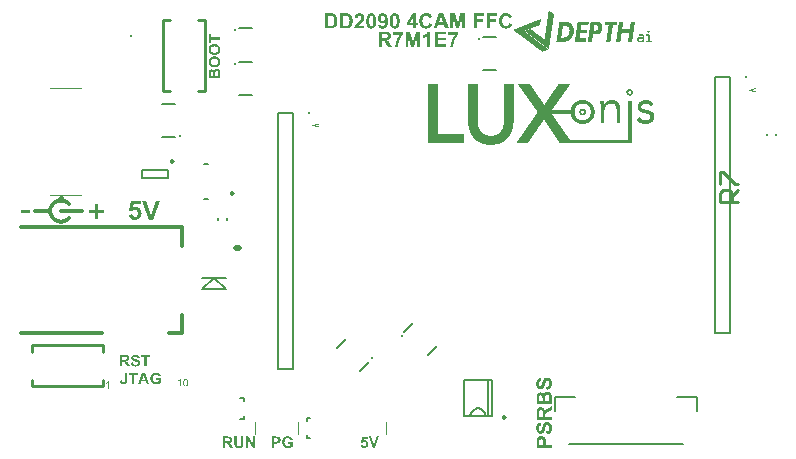
<source format=gto>
G04*
G04 #@! TF.GenerationSoftware,Altium Limited,Altium Designer,22.10.1 (41)*
G04*
G04 Layer_Color=65535*
%FSLAX44Y44*%
%MOMM*%
G71*
G04*
G04 #@! TF.SameCoordinates,DCCAADF1-C1D0-4DA7-B5CE-9EF6014CFE25*
G04*
G04*
G04 #@! TF.FilePolarity,Positive*
G04*
G01*
G75*
%ADD10C,0.3000*%
%ADD11C,0.2500*%
%ADD12C,0.2540*%
%ADD13C,0.2000*%
%ADD14C,0.2540*%
%ADD15C,0.5000*%
%ADD16C,0.1016*%
%ADD17C,0.1000*%
G36*
X525657Y366164D02*
X525572D01*
Y365564D01*
X525486D01*
Y364964D01*
X525400D01*
Y364449D01*
X525314D01*
Y363849D01*
X525228D01*
Y363249D01*
X525143D01*
Y362648D01*
X525057D01*
Y362048D01*
X524971D01*
Y361448D01*
X524885D01*
Y360933D01*
X524800D01*
Y360333D01*
X524714D01*
Y359733D01*
X524628D01*
Y359132D01*
X524542D01*
Y358532D01*
X524457D01*
Y358018D01*
X524371D01*
Y357417D01*
X524285D01*
Y356817D01*
X524199D01*
Y356217D01*
X524114D01*
Y355616D01*
X524028D01*
Y355016D01*
X523942D01*
Y354502D01*
X523856D01*
Y353901D01*
X523771D01*
Y353301D01*
X523685D01*
Y352701D01*
X523599D01*
Y352100D01*
X523513D01*
Y351586D01*
X523428D01*
Y350986D01*
X523342D01*
Y350385D01*
X523256D01*
Y349785D01*
X523170D01*
Y349270D01*
X519569D01*
Y349613D01*
X519654D01*
Y350214D01*
X519740D01*
Y350814D01*
X519826D01*
Y351329D01*
X519912D01*
Y351929D01*
X519997D01*
Y352529D01*
X520083D01*
Y353130D01*
X520169D01*
Y353730D01*
X520255D01*
Y354330D01*
X520340D01*
Y354845D01*
X520426D01*
Y355445D01*
X520512D01*
Y356045D01*
X520598D01*
Y356388D01*
X514166D01*
Y355788D01*
X514080D01*
Y355188D01*
X513994D01*
Y354673D01*
X513909D01*
Y354073D01*
X513823D01*
Y353730D01*
Y353644D01*
Y353473D01*
X513737D01*
Y352872D01*
X513651D01*
Y352272D01*
X513566D01*
Y351672D01*
X513480D01*
Y351157D01*
X513394D01*
Y350557D01*
X513308D01*
Y349957D01*
X513223D01*
Y349356D01*
X513137D01*
Y349270D01*
X509621D01*
Y349785D01*
X509707D01*
Y350299D01*
X509792D01*
Y350900D01*
X509878D01*
Y351500D01*
X509964D01*
Y352100D01*
X510050D01*
Y352701D01*
X510135D01*
Y353301D01*
X510221D01*
Y353901D01*
X510307D01*
Y354416D01*
X510393D01*
Y355016D01*
X510478D01*
Y355616D01*
X510564D01*
Y356217D01*
X510650D01*
Y356817D01*
X510736D01*
Y357417D01*
X510821D01*
Y357932D01*
X510907D01*
Y358532D01*
X510993D01*
Y359132D01*
X511079D01*
Y359733D01*
X511165D01*
Y360333D01*
X511250D01*
Y360933D01*
X511336D01*
Y361534D01*
X511422D01*
Y362048D01*
X511507D01*
Y362648D01*
X511593D01*
Y363249D01*
X511679D01*
Y363849D01*
X511765D01*
Y364449D01*
X511851D01*
Y365050D01*
X511936D01*
Y365650D01*
X512022D01*
Y366164D01*
X512108D01*
Y366336D01*
X515624D01*
Y365736D01*
X515538D01*
Y365135D01*
X515452D01*
Y364449D01*
X515367D01*
Y363849D01*
X515281D01*
Y363249D01*
X515195D01*
Y362648D01*
X515109D01*
Y362048D01*
X515023D01*
Y361448D01*
X514938D01*
Y360848D01*
X514852D01*
Y360247D01*
X514766D01*
Y359904D01*
X521112D01*
Y360161D01*
X521198D01*
Y360762D01*
X521284D01*
Y361362D01*
X521369D01*
Y361962D01*
X521455D01*
Y362477D01*
X521541D01*
Y363077D01*
X521627D01*
Y363677D01*
X521712D01*
Y364278D01*
X521798D01*
Y364878D01*
X521884D01*
Y365478D01*
X521970D01*
Y366079D01*
X522056D01*
Y366336D01*
X525657D01*
Y366164D01*
D02*
G37*
G36*
X537577Y358532D02*
X537749D01*
Y358446D01*
X537835D01*
Y358361D01*
X537920D01*
Y358275D01*
Y357160D01*
X537835D01*
Y357074D01*
X537749D01*
Y356988D01*
X537577D01*
Y356903D01*
X536548D01*
Y356988D01*
X536291D01*
Y357074D01*
X536205D01*
Y357332D01*
X536119D01*
Y358189D01*
X536205D01*
Y358446D01*
X536291D01*
Y358532D01*
X536548D01*
Y358618D01*
X537577D01*
Y358532D01*
D02*
G37*
G36*
X452679Y375683D02*
X452850D01*
Y375597D01*
X452936D01*
Y375512D01*
X453108D01*
Y375426D01*
X453194D01*
Y375340D01*
X453365D01*
Y375255D01*
X453451D01*
Y375169D01*
X453622D01*
Y375083D01*
X453708D01*
Y374997D01*
X453880D01*
Y374911D01*
X453965D01*
Y374826D01*
X454137D01*
Y374740D01*
X454223D01*
Y374654D01*
X454394D01*
Y374568D01*
X454480D01*
Y374483D01*
X454651D01*
Y374397D01*
X454737D01*
Y374311D01*
X454909D01*
Y374225D01*
X454994D01*
Y374140D01*
X455166D01*
Y374054D01*
X455252D01*
Y373968D01*
X455337D01*
Y373882D01*
X455509D01*
Y373797D01*
X455595D01*
Y373711D01*
X455766D01*
Y373625D01*
X455852D01*
Y373539D01*
X456023D01*
Y373454D01*
X456109D01*
Y373368D01*
X456281D01*
Y373282D01*
X456367D01*
Y373196D01*
X456538D01*
Y373111D01*
X456624D01*
Y373025D01*
X456795D01*
Y372939D01*
X456881D01*
Y372853D01*
X457053D01*
Y372510D01*
X456967D01*
Y371996D01*
X456881D01*
Y371395D01*
X456795D01*
Y370795D01*
X456710D01*
Y370195D01*
X456624D01*
Y369680D01*
X456538D01*
Y369080D01*
X456452D01*
Y368480D01*
X456367D01*
Y367879D01*
X456281D01*
Y367279D01*
X456195D01*
Y366765D01*
X456109D01*
Y366164D01*
X456023D01*
Y365564D01*
X455938D01*
Y364964D01*
X455852D01*
Y364364D01*
X455766D01*
Y363849D01*
X455681D01*
Y363249D01*
X455595D01*
Y362648D01*
X455509D01*
Y362048D01*
X455423D01*
Y361448D01*
X455337D01*
Y360933D01*
X455252D01*
Y360333D01*
X455166D01*
Y359733D01*
X455080D01*
Y359132D01*
X454994D01*
Y358532D01*
X454909D01*
Y358018D01*
X454823D01*
Y357417D01*
X454737D01*
Y356817D01*
X454651D01*
Y356217D01*
X454566D01*
Y355702D01*
X454480D01*
Y355102D01*
X454394D01*
Y354502D01*
X454308D01*
Y353901D01*
X454223D01*
Y353301D01*
X454137D01*
Y352786D01*
X454051D01*
Y352186D01*
X453965D01*
Y351586D01*
X453880D01*
Y350986D01*
X453794D01*
Y350385D01*
X453708D01*
Y349871D01*
X453622D01*
Y349270D01*
X453537D01*
Y348670D01*
X453451D01*
Y348070D01*
X453365D01*
Y347470D01*
X453279D01*
Y346955D01*
X453194D01*
Y346355D01*
X453108D01*
Y345755D01*
X453022D01*
Y345154D01*
X452936D01*
Y344554D01*
X452850D01*
Y344039D01*
X452765D01*
Y343439D01*
X452679D01*
Y342924D01*
X452593D01*
Y343010D01*
X452508D01*
Y343096D01*
X452422D01*
Y343182D01*
X452250D01*
Y343268D01*
X452164D01*
Y343353D01*
X452079D01*
Y343439D01*
X451907D01*
Y343525D01*
X451822D01*
Y343611D01*
X451736D01*
Y343696D01*
X451564D01*
Y343782D01*
X451478D01*
Y343868D01*
X451393D01*
Y343954D01*
X451221D01*
Y344039D01*
X451135D01*
Y344125D01*
X451050D01*
Y344211D01*
X450878D01*
Y344297D01*
X450792D01*
Y344382D01*
X450707D01*
Y344468D01*
X450535D01*
Y344554D01*
X450449D01*
Y344640D01*
X450364D01*
Y344725D01*
X450192D01*
Y344811D01*
X450106D01*
Y344897D01*
X450021D01*
Y344983D01*
X449849D01*
Y345068D01*
X449763D01*
Y345154D01*
X449678D01*
Y345240D01*
X449506D01*
Y345326D01*
X449420D01*
Y345411D01*
X449334D01*
Y345497D01*
X449163D01*
Y345583D01*
X449077D01*
Y345669D01*
X448992D01*
Y345755D01*
X448820D01*
Y345840D01*
X448734D01*
Y345926D01*
X448648D01*
Y346012D01*
X448477D01*
Y346097D01*
X448391D01*
Y346183D01*
X448306D01*
Y346269D01*
X448134D01*
Y346355D01*
X448048D01*
Y346441D01*
X447962D01*
Y346526D01*
X447791D01*
Y346612D01*
X447705D01*
Y346698D01*
X447619D01*
Y346783D01*
X447448D01*
Y346869D01*
X447362D01*
Y346955D01*
X447276D01*
Y347041D01*
X447105D01*
Y347127D01*
X447019D01*
Y347212D01*
X446933D01*
Y347298D01*
X446762D01*
Y347384D01*
X446676D01*
Y347470D01*
X446590D01*
Y347555D01*
X446419D01*
Y347641D01*
X446333D01*
Y347727D01*
X446247D01*
Y347813D01*
X446076D01*
Y347898D01*
X445990D01*
Y347984D01*
X445904D01*
Y348070D01*
X445733D01*
Y348156D01*
X445647D01*
Y348241D01*
X445561D01*
Y348327D01*
X445390D01*
Y348413D01*
X445304D01*
Y348499D01*
X445218D01*
Y348584D01*
X445047D01*
Y348670D01*
X444961D01*
Y348756D01*
X444875D01*
Y348842D01*
X444704D01*
Y348927D01*
X444618D01*
Y349013D01*
X444532D01*
Y349099D01*
X444361D01*
Y349185D01*
X444275D01*
Y349270D01*
X444189D01*
Y349356D01*
X444103D01*
Y349442D01*
X443932D01*
Y349528D01*
X443846D01*
Y349613D01*
X443760D01*
Y349699D01*
X443589D01*
Y349785D01*
X443503D01*
Y349871D01*
X443417D01*
Y349957D01*
X443246D01*
Y350042D01*
X443160D01*
Y350128D01*
X443074D01*
Y350214D01*
X442903D01*
Y350299D01*
X442817D01*
Y350385D01*
X442731D01*
Y350471D01*
X442560D01*
Y350557D01*
X442474D01*
Y350643D01*
X442388D01*
Y350728D01*
X442217D01*
Y350814D01*
X442131D01*
Y350900D01*
X442045D01*
Y350986D01*
X441874D01*
Y351071D01*
X441788D01*
Y351157D01*
X441702D01*
Y351243D01*
X441531D01*
Y351329D01*
X441445D01*
Y351414D01*
X441359D01*
Y351500D01*
X441188D01*
Y351586D01*
X441102D01*
Y351672D01*
X441016D01*
Y351757D01*
X440845D01*
Y351843D01*
X440759D01*
Y351929D01*
X440673D01*
Y352015D01*
X440502D01*
Y352100D01*
X440416D01*
Y352186D01*
X440330D01*
Y352272D01*
X440159D01*
Y352358D01*
X440073D01*
Y352443D01*
X439987D01*
Y352529D01*
X439816D01*
Y352615D01*
X439730D01*
Y352701D01*
X439644D01*
Y352786D01*
X439473D01*
Y352872D01*
X439387D01*
Y352958D01*
X439301D01*
Y353044D01*
X439130D01*
Y353130D01*
X439044D01*
Y353215D01*
X438958D01*
Y353301D01*
X438787D01*
Y353387D01*
X438701D01*
Y353473D01*
X438615D01*
Y353558D01*
X438443D01*
Y353644D01*
X438358D01*
Y353730D01*
X438272D01*
Y353815D01*
X438101D01*
Y353901D01*
X438015D01*
Y353987D01*
X437929D01*
Y354073D01*
X437757D01*
Y354159D01*
X437672D01*
Y354244D01*
X437586D01*
Y354330D01*
X437415D01*
Y354416D01*
X437329D01*
Y354502D01*
X437243D01*
Y354587D01*
X437071D01*
Y354673D01*
X436986D01*
Y354759D01*
X436900D01*
Y354845D01*
X436728D01*
Y354930D01*
X436643D01*
Y355016D01*
X436557D01*
Y355102D01*
X436385D01*
Y355188D01*
X436300D01*
Y355273D01*
X436214D01*
Y355359D01*
X436042D01*
Y355445D01*
X435957D01*
Y355531D01*
X435871D01*
Y355616D01*
X435699D01*
Y355702D01*
X435614D01*
Y355788D01*
X435528D01*
Y355874D01*
X435356D01*
Y355959D01*
X435271D01*
Y356045D01*
X435185D01*
Y356131D01*
X435013D01*
Y356217D01*
X434928D01*
Y356302D01*
X434842D01*
Y356388D01*
X434670D01*
Y356474D01*
X434585D01*
Y356560D01*
X434499D01*
Y356645D01*
X434327D01*
Y356731D01*
X434241D01*
Y356817D01*
X434156D01*
Y356903D01*
X433984D01*
Y356988D01*
X433899D01*
Y357074D01*
X433813D01*
Y357160D01*
X433641D01*
Y357246D01*
X433555D01*
Y357332D01*
X433470D01*
Y357417D01*
X433298D01*
Y357503D01*
X433212D01*
Y357589D01*
X433127D01*
Y357674D01*
X432955D01*
Y357760D01*
X432869D01*
Y357846D01*
X432784D01*
Y357932D01*
X432612D01*
Y358018D01*
X432526D01*
Y358103D01*
X432441D01*
Y358189D01*
X432269D01*
Y358361D01*
X432526D01*
Y358446D01*
X432784D01*
Y358532D01*
X433041D01*
Y358618D01*
X433298D01*
Y358704D01*
X433555D01*
Y358789D01*
X433727D01*
Y358875D01*
X433984D01*
Y358961D01*
X434241D01*
Y359047D01*
X434499D01*
Y359132D01*
X434756D01*
Y359218D01*
X434928D01*
Y359304D01*
X435185D01*
Y359390D01*
X435442D01*
Y359475D01*
X435699D01*
Y359561D01*
X435957D01*
Y359647D01*
X436214D01*
Y359733D01*
X436385D01*
Y359818D01*
X436643D01*
Y359904D01*
X436900D01*
Y359990D01*
X437243D01*
Y359904D01*
X437329D01*
Y359818D01*
X437415D01*
Y359733D01*
X437586D01*
Y359647D01*
X437672D01*
Y359561D01*
X437757D01*
Y359475D01*
X437929D01*
Y359390D01*
X438015D01*
Y359304D01*
X438101D01*
Y359218D01*
X438272D01*
Y359132D01*
X438358D01*
Y359047D01*
X438443D01*
Y358961D01*
X438615D01*
Y358875D01*
X438701D01*
Y358789D01*
X438872D01*
Y358704D01*
X438958D01*
Y358618D01*
X439044D01*
Y358532D01*
X439215D01*
Y358446D01*
X439301D01*
Y358361D01*
X439387D01*
Y358275D01*
X439558D01*
Y358189D01*
X439644D01*
Y358103D01*
X439730D01*
Y358018D01*
X439901D01*
Y357932D01*
X439987D01*
Y357846D01*
X440073D01*
Y357760D01*
X440244D01*
Y357674D01*
X440330D01*
Y357589D01*
X440416D01*
Y357503D01*
X440588D01*
Y357417D01*
X440673D01*
Y357332D01*
X440759D01*
Y357246D01*
X440930D01*
Y357160D01*
X441016D01*
Y357074D01*
X441102D01*
Y356988D01*
X441273D01*
Y356903D01*
X441359D01*
Y356817D01*
X441445D01*
Y356731D01*
X441617D01*
Y356645D01*
X441702D01*
Y356560D01*
X441788D01*
Y356474D01*
X441959D01*
Y356388D01*
X442045D01*
Y356302D01*
X442131D01*
Y356217D01*
X442303D01*
Y356131D01*
X442388D01*
Y356045D01*
X442474D01*
Y355959D01*
X442646D01*
Y355874D01*
X442731D01*
Y355788D01*
X442903D01*
Y355702D01*
X442989D01*
Y355616D01*
X443074D01*
Y355531D01*
X443246D01*
Y355445D01*
X443332D01*
Y355359D01*
X443417D01*
Y355273D01*
X443589D01*
Y355188D01*
X443675D01*
Y355102D01*
X443760D01*
Y355016D01*
X443932D01*
Y354930D01*
X444018D01*
Y354845D01*
X444103D01*
Y354759D01*
X444275D01*
Y354673D01*
X444361D01*
Y354587D01*
X444446D01*
Y354502D01*
X444618D01*
Y354416D01*
X444704D01*
Y354330D01*
X444790D01*
Y354244D01*
X444961D01*
Y354159D01*
X445047D01*
Y354073D01*
X445132D01*
Y353987D01*
X445304D01*
Y353901D01*
X445390D01*
Y353815D01*
X445476D01*
Y353730D01*
X445647D01*
Y353644D01*
X445733D01*
Y353558D01*
X445819D01*
Y353473D01*
X445990D01*
Y353387D01*
X446076D01*
Y353301D01*
X446162D01*
Y353215D01*
X446333D01*
Y353130D01*
X446419D01*
Y353044D01*
X446590D01*
Y352958D01*
X446676D01*
Y352872D01*
X446762D01*
Y352786D01*
X446933D01*
Y352701D01*
X447019D01*
Y352615D01*
X447105D01*
Y352529D01*
X447276D01*
Y352443D01*
X447362D01*
Y352358D01*
X447448D01*
Y352272D01*
X447619D01*
Y352186D01*
X447705D01*
Y352100D01*
X447791D01*
Y352015D01*
X447962D01*
Y351929D01*
X448048D01*
Y351843D01*
X448134D01*
Y351757D01*
X448306D01*
Y351672D01*
X448391D01*
Y351586D01*
X448477D01*
Y351500D01*
X448648D01*
Y351414D01*
X448906D01*
Y351500D01*
X448992D01*
Y351757D01*
X449077D01*
Y352358D01*
X449163D01*
Y352958D01*
X449249D01*
Y353558D01*
X449334D01*
Y354073D01*
X449420D01*
Y354673D01*
X449506D01*
Y355273D01*
X449592D01*
Y355874D01*
X449678D01*
Y356474D01*
X449763D01*
Y356988D01*
X449849D01*
Y357589D01*
X449935D01*
Y358189D01*
X450021D01*
Y358789D01*
X450106D01*
Y359390D01*
X450192D01*
Y359990D01*
X450278D01*
Y360504D01*
X450364D01*
Y361105D01*
X450449D01*
Y361705D01*
X450535D01*
Y362305D01*
X450621D01*
Y362906D01*
X450707D01*
Y363420D01*
X450792D01*
Y364021D01*
X450878D01*
Y364621D01*
X450964D01*
Y365221D01*
X451050D01*
Y365821D01*
X451135D01*
Y366336D01*
X451221D01*
Y366936D01*
X451307D01*
Y367537D01*
X451393D01*
Y368137D01*
X451478D01*
Y368737D01*
X451564D01*
Y369337D01*
X451650D01*
Y369852D01*
X451736D01*
Y370452D01*
X451822D01*
Y371052D01*
X451907D01*
Y371653D01*
X451993D01*
Y372253D01*
X452079D01*
Y372767D01*
X452164D01*
Y373368D01*
X452250D01*
Y373968D01*
X452336D01*
Y374568D01*
X452422D01*
Y375169D01*
X452508D01*
Y375769D01*
X452679D01*
Y375683D01*
D02*
G37*
G36*
X510736Y365736D02*
X510650D01*
Y365221D01*
X510564D01*
Y364621D01*
X510478D01*
Y364021D01*
X510393D01*
Y363420D01*
X510307D01*
Y363249D01*
X506791D01*
Y362648D01*
X506705D01*
Y362048D01*
X506619D01*
Y361534D01*
X506534D01*
Y360933D01*
X506448D01*
Y360333D01*
X506362D01*
Y359733D01*
X506276D01*
Y359132D01*
X506191D01*
Y358532D01*
X506105D01*
Y358018D01*
X506019D01*
Y357417D01*
X505933D01*
Y356817D01*
X505848D01*
Y356217D01*
X505762D01*
Y355616D01*
X505676D01*
Y355016D01*
X505590D01*
Y354502D01*
X505505D01*
Y353901D01*
X505419D01*
Y353301D01*
X505333D01*
Y352701D01*
X505247D01*
Y352100D01*
X505162D01*
Y351500D01*
X505076D01*
Y350986D01*
X504990D01*
Y350385D01*
X504904D01*
Y349785D01*
X504818D01*
Y349270D01*
X501303D01*
Y349785D01*
X501388D01*
Y350385D01*
X501474D01*
Y350986D01*
X501560D01*
Y351586D01*
X501646D01*
Y352186D01*
X501731D01*
Y352786D01*
X501817D01*
Y353387D01*
X501903D01*
Y353987D01*
X501989D01*
Y354587D01*
X502074D01*
Y355102D01*
X502160D01*
Y355702D01*
X502246D01*
Y356302D01*
X502332D01*
Y356903D01*
X502417D01*
Y357503D01*
X502503D01*
Y358103D01*
X502589D01*
Y358704D01*
X502675D01*
Y359304D01*
X502760D01*
Y359904D01*
X502846D01*
Y360504D01*
X502932D01*
Y361105D01*
X503018D01*
Y361619D01*
X503103D01*
Y362220D01*
X503189D01*
Y362820D01*
X503275D01*
Y363249D01*
X499845D01*
Y363420D01*
X499930D01*
Y364021D01*
X500016D01*
Y364706D01*
X500102D01*
Y365307D01*
X500188D01*
Y365907D01*
X500274D01*
Y365993D01*
Y366336D01*
X510736D01*
Y365736D01*
D02*
G37*
G36*
X492984Y366250D02*
X493585D01*
Y366164D01*
X494013D01*
Y366079D01*
X494356D01*
Y365993D01*
X494699D01*
Y365907D01*
X494871D01*
Y365821D01*
X495128D01*
Y365736D01*
X495300D01*
Y365650D01*
X495471D01*
Y365564D01*
X495643D01*
Y365478D01*
X495814D01*
Y365392D01*
X495986D01*
Y365307D01*
X496071D01*
Y365221D01*
X496243D01*
Y365135D01*
X496329D01*
Y365050D01*
X496414D01*
Y364964D01*
X496500D01*
Y364878D01*
X496586D01*
Y364792D01*
X496672D01*
Y364706D01*
X496758D01*
Y364621D01*
X496843D01*
Y364535D01*
X496929D01*
Y364449D01*
X497015D01*
Y364364D01*
X497100D01*
Y364278D01*
X497186D01*
Y364106D01*
X497272D01*
Y363935D01*
X497358D01*
Y363849D01*
X497444D01*
Y363677D01*
X497529D01*
Y363506D01*
X497615D01*
Y363249D01*
X497701D01*
Y362991D01*
X497787D01*
Y362734D01*
X497872D01*
Y362391D01*
X497958D01*
Y361791D01*
X498044D01*
Y360161D01*
X497958D01*
Y359647D01*
X497872D01*
Y359304D01*
X497787D01*
Y359047D01*
X497701D01*
Y358789D01*
X497615D01*
Y358618D01*
X497529D01*
Y358446D01*
X497444D01*
Y358275D01*
X497358D01*
Y358103D01*
X497272D01*
Y357932D01*
X497186D01*
Y357760D01*
X497100D01*
Y357674D01*
X497015D01*
Y357503D01*
X496929D01*
Y357417D01*
X496843D01*
Y357332D01*
X496758D01*
Y357246D01*
X496672D01*
Y357160D01*
X496586D01*
Y356988D01*
X496500D01*
Y356903D01*
X496414D01*
Y356817D01*
X496243D01*
Y356731D01*
X496157D01*
Y356645D01*
X496071D01*
Y356560D01*
X495986D01*
Y356474D01*
X495814D01*
Y356388D01*
X495728D01*
Y356302D01*
X495557D01*
Y356217D01*
X495385D01*
Y356131D01*
X495214D01*
Y356045D01*
X495042D01*
Y355959D01*
X494871D01*
Y355874D01*
X494699D01*
Y355788D01*
X494356D01*
Y355702D01*
X494099D01*
Y355616D01*
X493499D01*
Y355531D01*
X492470D01*
Y355445D01*
X490069D01*
Y355102D01*
X489983D01*
Y354502D01*
X489897D01*
Y353901D01*
X489811D01*
Y353301D01*
X489725D01*
Y352786D01*
X489640D01*
Y352186D01*
X489554D01*
Y351586D01*
X489468D01*
Y350986D01*
X489383D01*
Y350385D01*
X489297D01*
Y349871D01*
X489211D01*
Y349270D01*
X485609D01*
Y349613D01*
X485695D01*
Y350214D01*
X485781D01*
Y350814D01*
X485867D01*
Y351414D01*
X485952D01*
Y352015D01*
X486038D01*
Y352615D01*
X486124D01*
Y353215D01*
X486209D01*
Y353815D01*
X486295D01*
Y354416D01*
X486381D01*
Y355016D01*
X486467D01*
Y355531D01*
X486553D01*
Y356131D01*
X486638D01*
Y356731D01*
X486724D01*
Y357332D01*
X486810D01*
Y357932D01*
X486896D01*
Y358532D01*
X486981D01*
Y359132D01*
X487067D01*
Y359733D01*
X487153D01*
Y360333D01*
X487239D01*
Y360933D01*
X487324D01*
Y361534D01*
X487410D01*
Y362134D01*
X487496D01*
Y362648D01*
X487582D01*
Y363249D01*
X487667D01*
Y363849D01*
X487753D01*
Y364449D01*
X487839D01*
Y365050D01*
X487925D01*
Y365650D01*
X488010D01*
Y366250D01*
X488096D01*
Y366336D01*
X492984D01*
Y366250D01*
D02*
G37*
G36*
X486381Y365821D02*
X486295D01*
Y365221D01*
X486209D01*
Y364621D01*
X486124D01*
Y364106D01*
X486038D01*
Y363506D01*
X485952D01*
Y363249D01*
X480207D01*
Y362734D01*
X480121D01*
Y362134D01*
X480035D01*
Y361705D01*
Y361619D01*
Y361534D01*
X479949D01*
Y361019D01*
X479864D01*
Y360419D01*
X479778D01*
Y359818D01*
X479692D01*
Y359561D01*
X485095D01*
Y359218D01*
X485009D01*
Y358704D01*
X484923D01*
Y358103D01*
X484837D01*
Y357589D01*
X484752D01*
Y357074D01*
X484666D01*
Y356474D01*
X479263D01*
Y356388D01*
X479178D01*
Y355874D01*
X479092D01*
Y355273D01*
X479006D01*
Y354759D01*
X478920D01*
Y354159D01*
X478835D01*
Y353558D01*
X478749D01*
Y353044D01*
X478663D01*
Y352443D01*
X478577D01*
Y352358D01*
X484151D01*
Y352186D01*
X484066D01*
Y351672D01*
X483980D01*
Y351071D01*
X483894D01*
Y350471D01*
X483808D01*
Y349871D01*
X483723D01*
Y349270D01*
X474547D01*
Y349528D01*
X474632D01*
Y350128D01*
X474718D01*
Y350643D01*
X474804D01*
Y351243D01*
X474890D01*
Y351843D01*
X474976D01*
Y352358D01*
X475061D01*
Y352958D01*
X475147D01*
Y353473D01*
X475233D01*
Y354073D01*
X475319D01*
Y354673D01*
X475404D01*
Y355188D01*
X475490D01*
Y355788D01*
X475576D01*
Y356302D01*
X475662D01*
Y356903D01*
X475747D01*
Y357503D01*
X475833D01*
Y358018D01*
X475919D01*
Y358618D01*
X476005D01*
Y359132D01*
X476090D01*
Y359733D01*
X476176D01*
Y360333D01*
X476262D01*
Y360848D01*
X476348D01*
Y361448D01*
X476433D01*
Y361962D01*
X476519D01*
Y362563D01*
X476605D01*
Y363163D01*
X476691D01*
Y363677D01*
X476776D01*
Y364278D01*
X476862D01*
Y364792D01*
X476948D01*
Y365392D01*
X477034D01*
Y365993D01*
X477119D01*
Y366336D01*
X486381D01*
Y365821D01*
D02*
G37*
G36*
X467000Y366250D02*
X467515D01*
Y366164D01*
X467944D01*
Y366079D01*
X468287D01*
Y365993D01*
X468544D01*
Y365907D01*
X468887D01*
Y365821D01*
X469144D01*
Y365736D01*
X469316D01*
Y365650D01*
X469573D01*
Y365564D01*
X469744D01*
Y365478D01*
X470002D01*
Y365392D01*
X470173D01*
Y365307D01*
X470345D01*
Y365221D01*
X470430D01*
Y365135D01*
X470602D01*
Y365050D01*
X470774D01*
Y364964D01*
X470859D01*
Y364878D01*
X471031D01*
Y364792D01*
X471116D01*
Y364706D01*
X471202D01*
Y364621D01*
X471288D01*
Y364535D01*
X471374D01*
Y364449D01*
X471545D01*
Y364364D01*
X471631D01*
Y364278D01*
X471717D01*
Y364192D01*
X471803D01*
Y364106D01*
X471888D01*
Y364021D01*
X471974D01*
Y363849D01*
X472060D01*
Y363763D01*
X472146D01*
Y363677D01*
X472231D01*
Y363592D01*
X472317D01*
Y363506D01*
X472403D01*
Y363334D01*
X472489D01*
Y363249D01*
X472574D01*
Y363077D01*
X472660D01*
Y362991D01*
X472746D01*
Y362820D01*
X472832D01*
Y362648D01*
X472917D01*
Y362563D01*
X473003D01*
Y362391D01*
X473089D01*
Y362220D01*
X473175D01*
Y361962D01*
X473260D01*
Y361791D01*
X473346D01*
Y361534D01*
X473432D01*
Y361276D01*
X473518D01*
Y361019D01*
X473603D01*
Y360676D01*
X473689D01*
Y360247D01*
X473775D01*
Y359647D01*
X473861D01*
Y357589D01*
X473775D01*
Y356903D01*
X473689D01*
Y356474D01*
X473603D01*
Y356045D01*
X473518D01*
Y355702D01*
X473432D01*
Y355445D01*
X473346D01*
Y355188D01*
X473260D01*
Y354930D01*
X473175D01*
Y354759D01*
X473089D01*
Y354587D01*
X473003D01*
Y354330D01*
X472917D01*
Y354159D01*
X472832D01*
Y353987D01*
X472746D01*
Y353815D01*
X472660D01*
Y353644D01*
X472574D01*
Y353558D01*
X472489D01*
Y353387D01*
X472403D01*
Y353215D01*
X472317D01*
Y353130D01*
X472231D01*
Y352958D01*
X472146D01*
Y352872D01*
X472060D01*
Y352786D01*
X471974D01*
Y352615D01*
X471888D01*
Y352529D01*
X471803D01*
Y352443D01*
X471717D01*
Y352272D01*
X471631D01*
Y352186D01*
X471545D01*
Y352100D01*
X471460D01*
Y352015D01*
X471374D01*
Y351929D01*
X471288D01*
Y351843D01*
X471202D01*
Y351757D01*
X471116D01*
Y351672D01*
X471031D01*
Y351586D01*
X470945D01*
Y351500D01*
X470859D01*
Y351414D01*
X470774D01*
Y351329D01*
X470602D01*
Y351243D01*
X470516D01*
Y351157D01*
X470430D01*
Y351071D01*
X470345D01*
Y350986D01*
X470173D01*
Y350900D01*
X470088D01*
Y350814D01*
X470002D01*
Y350728D01*
X469830D01*
Y350643D01*
X469744D01*
Y350557D01*
X469573D01*
Y350471D01*
X469401D01*
Y350385D01*
X469316D01*
Y350299D01*
X469144D01*
Y350214D01*
X468973D01*
Y350128D01*
X468801D01*
Y350042D01*
X468630D01*
Y349957D01*
X468458D01*
Y349871D01*
X468201D01*
Y349785D01*
X468029D01*
Y349699D01*
X467772D01*
Y349613D01*
X467429D01*
Y349528D01*
X467086D01*
Y349442D01*
X466572D01*
Y349356D01*
X465885D01*
Y349270D01*
X459025D01*
Y349528D01*
X459111D01*
Y350042D01*
X459197D01*
Y350643D01*
X459282D01*
Y351243D01*
X459368D01*
Y351843D01*
X459454D01*
Y352443D01*
X459539D01*
Y352958D01*
X459625D01*
Y353558D01*
X459711D01*
Y354159D01*
X459797D01*
Y354759D01*
X459883D01*
Y355359D01*
X459968D01*
Y355874D01*
X460054D01*
Y356474D01*
X460140D01*
Y357074D01*
X460225D01*
Y357674D01*
X460311D01*
Y358275D01*
X460397D01*
Y358875D01*
X460483D01*
Y359390D01*
X460569D01*
Y359990D01*
X460654D01*
Y360590D01*
X460740D01*
Y361190D01*
X460826D01*
Y361791D01*
X460912D01*
Y362305D01*
X460997D01*
Y362906D01*
X461083D01*
Y363506D01*
X461169D01*
Y364106D01*
X461255D01*
Y364706D01*
X461340D01*
Y365221D01*
X461426D01*
Y365821D01*
X461512D01*
Y366336D01*
X467000D01*
Y366250D01*
D02*
G37*
G36*
X537406Y355445D02*
X537663D01*
Y355359D01*
X537749D01*
Y355273D01*
X537835D01*
Y355102D01*
X537920D01*
Y352958D01*
Y352872D01*
Y349957D01*
X539207D01*
Y349871D01*
X539378D01*
Y349785D01*
X539550D01*
Y349613D01*
X539635D01*
Y349099D01*
X539550D01*
Y349013D01*
X539464D01*
Y348927D01*
X539378D01*
Y348842D01*
X539121D01*
Y348756D01*
X535519D01*
Y348842D01*
X535262D01*
Y348927D01*
X535090D01*
Y349013D01*
X535005D01*
Y349270D01*
X534919D01*
Y349528D01*
X535005D01*
Y349699D01*
X535090D01*
Y349785D01*
X535176D01*
Y349871D01*
X535433D01*
Y349957D01*
X536720D01*
Y354330D01*
X535433D01*
Y354416D01*
X535176D01*
Y354502D01*
X535090D01*
Y354587D01*
X535005D01*
Y354759D01*
X534919D01*
Y355016D01*
X535005D01*
Y355273D01*
X535090D01*
Y355359D01*
X535176D01*
Y355445D01*
X535519D01*
Y355531D01*
X537406D01*
Y355445D01*
D02*
G37*
G36*
X531574D02*
X532003D01*
Y355359D01*
X532175D01*
Y355273D01*
X532346D01*
Y355188D01*
X532432D01*
Y355102D01*
X532603D01*
Y355016D01*
X532689D01*
Y354930D01*
X532775D01*
Y354759D01*
X532861D01*
Y354673D01*
X532947D01*
Y354587D01*
X533032D01*
Y354416D01*
X533118D01*
Y354073D01*
X533204D01*
Y352186D01*
X533289D01*
Y349099D01*
X533204D01*
Y348927D01*
X533118D01*
Y348842D01*
X532947D01*
Y348756D01*
X532603D01*
Y348842D01*
X532432D01*
Y348927D01*
X532346D01*
Y349013D01*
X532260D01*
Y349185D01*
X532175D01*
Y349356D01*
X532003D01*
Y349270D01*
X531832D01*
Y349185D01*
X531660D01*
Y349099D01*
X531489D01*
Y349013D01*
X531317D01*
Y348927D01*
X531146D01*
Y348842D01*
X530974D01*
Y348756D01*
X529002D01*
Y348842D01*
X528659D01*
Y348927D01*
X528487D01*
Y349013D01*
X528316D01*
Y349099D01*
X528144D01*
Y349185D01*
X528058D01*
Y349270D01*
X527973D01*
Y349356D01*
X527887D01*
Y349442D01*
X527801D01*
Y349528D01*
X527715D01*
Y349699D01*
X527630D01*
Y349871D01*
X527544D01*
Y350214D01*
X527458D01*
Y351672D01*
X527544D01*
Y351929D01*
X527630D01*
Y352100D01*
X527715D01*
Y352272D01*
X527801D01*
Y352358D01*
X527887D01*
Y352443D01*
X527973D01*
Y352529D01*
X528058D01*
Y352615D01*
X528144D01*
Y352701D01*
X528316D01*
Y352786D01*
X528487D01*
Y352872D01*
X528659D01*
Y352958D01*
X529087D01*
Y353044D01*
X532089D01*
Y353473D01*
X532003D01*
Y353987D01*
X531917D01*
Y354159D01*
X531746D01*
Y354244D01*
X531574D01*
Y354330D01*
X529173D01*
Y354416D01*
X528916D01*
Y354502D01*
X528830D01*
Y354587D01*
X528744D01*
Y354673D01*
X528659D01*
Y355102D01*
X528744D01*
Y355273D01*
X528830D01*
Y355359D01*
X528916D01*
Y355445D01*
X529173D01*
Y355531D01*
X531574D01*
Y355445D01*
D02*
G37*
G36*
X445990Y368051D02*
X445904D01*
Y367451D01*
X445819D01*
Y366850D01*
X445733D01*
Y366250D01*
X445647D01*
Y365650D01*
X445561D01*
Y365050D01*
X445476D01*
Y364449D01*
X445390D01*
Y363849D01*
X445304D01*
Y363420D01*
X445218D01*
Y363334D01*
X445047D01*
Y363249D01*
X444790D01*
Y363163D01*
X444618D01*
Y363077D01*
X444361D01*
Y362991D01*
X444103D01*
Y362906D01*
X443846D01*
Y362820D01*
X443589D01*
Y362734D01*
X443417D01*
Y362648D01*
X443160D01*
Y362563D01*
X442903D01*
Y362477D01*
X442646D01*
Y362391D01*
X442388D01*
Y362305D01*
X442217D01*
Y362220D01*
X441959D01*
Y362134D01*
X441702D01*
Y362048D01*
X441445D01*
Y361962D01*
X441188D01*
Y361876D01*
X441016D01*
Y361791D01*
X440759D01*
Y361705D01*
X440502D01*
Y361619D01*
X440244D01*
Y361534D01*
X439987D01*
Y361448D01*
X439816D01*
Y361362D01*
X439558D01*
Y361276D01*
X439301D01*
Y361190D01*
X439044D01*
Y361105D01*
X438787D01*
Y361019D01*
X438615D01*
Y360933D01*
X438358D01*
Y360848D01*
X438101D01*
Y360762D01*
X437843D01*
Y360676D01*
X437586D01*
Y360590D01*
X437415D01*
Y360504D01*
X437157D01*
Y360419D01*
X436900D01*
Y360333D01*
X436643D01*
Y360247D01*
X436385D01*
Y360161D01*
X436214D01*
Y360076D01*
X435957D01*
Y359990D01*
X435699D01*
Y359904D01*
X435442D01*
Y359818D01*
X435271D01*
Y359733D01*
X435013D01*
Y359647D01*
X434756D01*
Y359561D01*
X434499D01*
Y359475D01*
X434241D01*
Y359390D01*
X434070D01*
Y359304D01*
X433813D01*
Y359218D01*
X433555D01*
Y359132D01*
X433298D01*
Y359047D01*
X433041D01*
Y358961D01*
X432869D01*
Y358875D01*
X432612D01*
Y358789D01*
X432355D01*
Y358704D01*
X432098D01*
Y358618D01*
X431840D01*
Y358532D01*
X431669D01*
Y358446D01*
X431583D01*
Y358275D01*
X431669D01*
Y358189D01*
X431755D01*
Y358103D01*
X431840D01*
Y358018D01*
X432012D01*
Y357932D01*
X432098D01*
Y357846D01*
X432183D01*
Y357760D01*
X432355D01*
Y357674D01*
X432441D01*
Y357589D01*
X432526D01*
Y357503D01*
X432698D01*
Y357417D01*
X432784D01*
Y357332D01*
X432869D01*
Y357246D01*
X433041D01*
Y357160D01*
X433127D01*
Y357074D01*
X433212D01*
Y356988D01*
X433384D01*
Y356903D01*
X433470D01*
Y356817D01*
X433555D01*
Y356731D01*
X433727D01*
Y356645D01*
X433813D01*
Y356560D01*
X433899D01*
Y356474D01*
X434070D01*
Y356388D01*
X434156D01*
Y356302D01*
X434241D01*
Y356217D01*
X434413D01*
Y356131D01*
X434499D01*
Y356045D01*
X434585D01*
Y355959D01*
X434756D01*
Y355874D01*
X434842D01*
Y355788D01*
X434928D01*
Y355702D01*
X435099D01*
Y355616D01*
X435185D01*
Y355531D01*
X435271D01*
Y355445D01*
X435442D01*
Y355359D01*
X435528D01*
Y355273D01*
X435614D01*
Y355188D01*
X435785D01*
Y355102D01*
X435871D01*
Y355016D01*
X435957D01*
Y354930D01*
X436128D01*
Y354845D01*
X436214D01*
Y354759D01*
X436300D01*
Y354673D01*
X436471D01*
Y354587D01*
X436557D01*
Y354502D01*
X436643D01*
Y354416D01*
X436814D01*
Y354330D01*
X436900D01*
Y354244D01*
X436986D01*
Y354159D01*
X437157D01*
Y354073D01*
X437243D01*
Y353987D01*
X437329D01*
Y353901D01*
X437500D01*
Y353815D01*
X437586D01*
Y353730D01*
X437672D01*
Y353644D01*
X437843D01*
Y353558D01*
X437929D01*
Y353473D01*
X438015D01*
Y353387D01*
X438186D01*
Y353301D01*
X438272D01*
Y353215D01*
X438358D01*
Y353130D01*
X438529D01*
Y353044D01*
X438615D01*
Y352958D01*
X438701D01*
Y352872D01*
X438872D01*
Y352786D01*
X438958D01*
Y352701D01*
X439044D01*
Y352615D01*
X439215D01*
Y352529D01*
X439301D01*
Y352443D01*
X439387D01*
Y352358D01*
X439558D01*
Y352272D01*
X439644D01*
Y352186D01*
X439730D01*
Y352100D01*
X439901D01*
Y352015D01*
X439987D01*
Y351929D01*
X440073D01*
Y351843D01*
X440244D01*
Y351757D01*
X440330D01*
Y351672D01*
X440416D01*
Y351586D01*
X440588D01*
Y351500D01*
X440673D01*
Y351414D01*
X440759D01*
Y351329D01*
X440930D01*
Y351243D01*
X441016D01*
Y351157D01*
X441102D01*
Y351071D01*
X441273D01*
Y350986D01*
X441359D01*
Y350900D01*
X441445D01*
Y350814D01*
X441617D01*
Y350728D01*
X441702D01*
Y350643D01*
X441788D01*
Y350557D01*
X441959D01*
Y350471D01*
X442045D01*
Y350385D01*
X442131D01*
Y350299D01*
X442303D01*
Y350214D01*
X442388D01*
Y350128D01*
X442474D01*
Y350042D01*
X442646D01*
Y349957D01*
X442731D01*
Y349871D01*
X442817D01*
Y349785D01*
X442989D01*
Y349699D01*
X443074D01*
Y349613D01*
X443160D01*
Y349528D01*
X443332D01*
Y349442D01*
X443417D01*
Y349356D01*
X443503D01*
Y349270D01*
X443589D01*
Y349185D01*
X443760D01*
Y349099D01*
X443846D01*
Y349013D01*
X443932D01*
Y348927D01*
X444103D01*
Y348842D01*
X444189D01*
Y348756D01*
X444275D01*
Y348670D01*
X444446D01*
Y348584D01*
X444532D01*
Y348499D01*
X444618D01*
Y348413D01*
X444790D01*
Y348327D01*
X444875D01*
Y348241D01*
X444961D01*
Y348156D01*
X445132D01*
Y348070D01*
X445218D01*
Y347984D01*
X445304D01*
Y347898D01*
X445476D01*
Y347813D01*
X445561D01*
Y347727D01*
X445647D01*
Y347641D01*
X445819D01*
Y347555D01*
X445904D01*
Y347470D01*
X445990D01*
Y347384D01*
X446162D01*
Y347298D01*
X446247D01*
Y347212D01*
X446333D01*
Y347127D01*
X446505D01*
Y347041D01*
X446590D01*
Y346955D01*
X446676D01*
Y346869D01*
X446848D01*
Y346783D01*
X446933D01*
Y346698D01*
X447019D01*
Y346612D01*
X447191D01*
Y346526D01*
X447276D01*
Y346441D01*
X447362D01*
Y346355D01*
X447534D01*
Y346269D01*
X447619D01*
Y346183D01*
X447705D01*
Y346097D01*
X447877D01*
Y346012D01*
X447962D01*
Y345926D01*
X448048D01*
Y345840D01*
X448220D01*
Y345755D01*
X448306D01*
Y345669D01*
X448391D01*
Y345583D01*
X448563D01*
Y345497D01*
X448648D01*
Y345411D01*
X448734D01*
Y345326D01*
X448906D01*
Y345240D01*
X448992D01*
Y345154D01*
X449077D01*
Y345068D01*
X449249D01*
Y344983D01*
X449334D01*
Y344897D01*
X449420D01*
Y344811D01*
X449592D01*
Y344725D01*
X449678D01*
Y344640D01*
X449763D01*
Y344554D01*
X449935D01*
Y344468D01*
X450021D01*
Y344382D01*
X450106D01*
Y344297D01*
X450278D01*
Y344211D01*
X450364D01*
Y344125D01*
X450449D01*
Y344039D01*
X450621D01*
Y343954D01*
X450707D01*
Y343868D01*
X450792D01*
Y343782D01*
X450964D01*
Y343696D01*
X451050D01*
Y343611D01*
X451135D01*
Y343525D01*
X451307D01*
Y343439D01*
X451393D01*
Y343353D01*
X451478D01*
Y343268D01*
X451650D01*
Y343182D01*
X451736D01*
Y343096D01*
X451822D01*
Y343010D01*
X451993D01*
Y342924D01*
X452079D01*
Y342839D01*
X452164D01*
Y342753D01*
X452336D01*
Y342667D01*
X452422D01*
Y342581D01*
X452250D01*
Y342496D01*
X451993D01*
Y342410D01*
X451736D01*
Y342324D01*
X451478D01*
Y342239D01*
X451307D01*
Y342153D01*
X451050D01*
Y342067D01*
X450792D01*
Y341981D01*
X450535D01*
Y341895D01*
X450278D01*
Y341810D01*
X450021D01*
Y341724D01*
X449849D01*
Y341638D01*
X449592D01*
Y341552D01*
X449334D01*
Y341467D01*
X449077D01*
Y341381D01*
X448820D01*
Y341295D01*
X448563D01*
Y341209D01*
X448391D01*
Y341124D01*
X448134D01*
Y341038D01*
X447877D01*
Y340952D01*
X447619D01*
Y340866D01*
X447362D01*
Y340781D01*
X447019D01*
Y340866D01*
X446848D01*
Y340952D01*
X446762D01*
Y341038D01*
X446676D01*
Y341124D01*
X446505D01*
Y341209D01*
X446419D01*
Y341295D01*
X446333D01*
Y341381D01*
X446162D01*
Y341467D01*
X446076D01*
Y341552D01*
X445990D01*
Y341638D01*
X445819D01*
Y341724D01*
X445733D01*
Y341810D01*
X445647D01*
Y341895D01*
X445476D01*
Y341981D01*
X445390D01*
Y342067D01*
X445304D01*
Y342153D01*
X445132D01*
Y342239D01*
X445047D01*
Y342324D01*
X444961D01*
Y342410D01*
X444790D01*
Y342496D01*
X444704D01*
Y342581D01*
X444618D01*
Y342667D01*
X444446D01*
Y342753D01*
X444361D01*
Y342839D01*
X444275D01*
Y342924D01*
X444103D01*
Y343010D01*
X444018D01*
Y343096D01*
X443932D01*
Y343182D01*
X443760D01*
Y343268D01*
X443675D01*
Y343353D01*
X443589D01*
Y343439D01*
X443417D01*
Y343525D01*
X443332D01*
Y343611D01*
X443246D01*
Y343696D01*
X443074D01*
Y343782D01*
X442989D01*
Y343868D01*
X442817D01*
Y343954D01*
X442731D01*
Y344039D01*
X442646D01*
Y344125D01*
X442474D01*
Y344211D01*
X442388D01*
Y344297D01*
X442303D01*
Y344382D01*
X442131D01*
Y344468D01*
X442045D01*
Y344554D01*
X441959D01*
Y344640D01*
X441788D01*
Y344725D01*
X441702D01*
Y344811D01*
X441617D01*
Y344897D01*
X441445D01*
Y344983D01*
X441359D01*
Y345068D01*
X441273D01*
Y345154D01*
X441102D01*
Y345240D01*
X441016D01*
Y345326D01*
X440930D01*
Y345411D01*
X440759D01*
Y345497D01*
X440673D01*
Y345583D01*
X440588D01*
Y345669D01*
X440416D01*
Y345755D01*
X440330D01*
Y345840D01*
X440244D01*
Y345926D01*
X440073D01*
Y346012D01*
X439987D01*
Y346097D01*
X439901D01*
Y346183D01*
X439730D01*
Y346269D01*
X439644D01*
Y346355D01*
X439558D01*
Y346441D01*
X439387D01*
Y346526D01*
X439301D01*
Y346612D01*
X439215D01*
Y346698D01*
X439044D01*
Y346783D01*
X438958D01*
Y346869D01*
X438872D01*
Y346955D01*
X438701D01*
Y347041D01*
X438615D01*
Y347127D01*
X438529D01*
Y347212D01*
X438358D01*
Y347298D01*
X438272D01*
Y347384D01*
X438186D01*
Y347470D01*
X438015D01*
Y347555D01*
X437929D01*
Y347641D01*
X437843D01*
Y347727D01*
X437672D01*
Y347813D01*
X437586D01*
Y347898D01*
X437500D01*
Y347984D01*
X437329D01*
Y348070D01*
X437243D01*
Y348156D01*
X437157D01*
Y348241D01*
X436986D01*
Y348327D01*
X436900D01*
Y348413D01*
X436814D01*
Y348499D01*
X436643D01*
Y348584D01*
X436557D01*
Y348670D01*
X436471D01*
Y348756D01*
X436300D01*
Y348842D01*
X436214D01*
Y348927D01*
X436128D01*
Y349013D01*
X435957D01*
Y349099D01*
X435871D01*
Y349185D01*
X435785D01*
Y349270D01*
X435614D01*
Y349356D01*
X435528D01*
Y349442D01*
X435442D01*
Y349528D01*
X435271D01*
Y349613D01*
X435185D01*
Y349699D01*
X435099D01*
Y349785D01*
X434928D01*
Y349871D01*
X434842D01*
Y349957D01*
X434756D01*
Y350042D01*
X434585D01*
Y350128D01*
X434499D01*
Y350214D01*
X434413D01*
Y350299D01*
X434241D01*
Y350385D01*
X434156D01*
Y350471D01*
X434070D01*
Y350557D01*
X433899D01*
Y350643D01*
X433813D01*
Y350728D01*
X433727D01*
Y350814D01*
X433555D01*
Y350900D01*
X433470D01*
Y350986D01*
X433298D01*
Y351071D01*
X433212D01*
Y351157D01*
X433127D01*
Y351243D01*
X432955D01*
Y351329D01*
X432869D01*
Y351414D01*
X432784D01*
Y351500D01*
X432612D01*
Y351586D01*
X432526D01*
Y351672D01*
X432441D01*
Y351757D01*
X432269D01*
Y351843D01*
X432183D01*
Y351929D01*
X432098D01*
Y352015D01*
X431926D01*
Y352100D01*
X431840D01*
Y352186D01*
X431755D01*
Y352272D01*
X431583D01*
Y352358D01*
X431497D01*
Y352443D01*
X431412D01*
Y352529D01*
X431240D01*
Y352615D01*
X431154D01*
Y352701D01*
X431069D01*
Y352786D01*
X430897D01*
Y352872D01*
X430811D01*
Y352958D01*
X430726D01*
Y353044D01*
X430554D01*
Y353130D01*
X430468D01*
Y353215D01*
X430382D01*
Y353301D01*
X430211D01*
Y353387D01*
X430125D01*
Y353473D01*
X430039D01*
Y353558D01*
X429868D01*
Y353644D01*
X429782D01*
Y353730D01*
X429697D01*
Y353815D01*
X429525D01*
Y353901D01*
X429439D01*
Y353987D01*
X429353D01*
Y354073D01*
X429182D01*
Y354159D01*
X429096D01*
Y354244D01*
X429010D01*
Y354330D01*
X428839D01*
Y354416D01*
X428753D01*
Y354502D01*
X428667D01*
Y354587D01*
X428496D01*
Y354673D01*
X428410D01*
Y354759D01*
X428324D01*
Y354845D01*
X428153D01*
Y354930D01*
X428067D01*
Y355016D01*
X427981D01*
Y355102D01*
X427810D01*
Y355188D01*
X427724D01*
Y355273D01*
X427638D01*
Y355359D01*
X427467D01*
Y355445D01*
X427381D01*
Y355531D01*
X427295D01*
Y355616D01*
X427124D01*
Y355702D01*
X427038D01*
Y355788D01*
X426952D01*
Y355874D01*
X426781D01*
Y355959D01*
X426695D01*
Y356045D01*
X426609D01*
Y356131D01*
X426438D01*
Y356217D01*
X426352D01*
Y356302D01*
X426266D01*
Y356388D01*
X426095D01*
Y356474D01*
X426009D01*
Y356560D01*
X425923D01*
Y356645D01*
X425752D01*
Y356731D01*
X425666D01*
Y356817D01*
X425580D01*
Y356903D01*
X425409D01*
Y356988D01*
X425323D01*
Y357074D01*
X425237D01*
Y357160D01*
X425066D01*
Y357246D01*
X424980D01*
Y357332D01*
X424894D01*
Y357417D01*
X424723D01*
Y357503D01*
X424637D01*
Y357589D01*
X424551D01*
Y357674D01*
X424380D01*
Y357760D01*
X424294D01*
Y357846D01*
X424208D01*
Y357932D01*
X424037D01*
Y358018D01*
X423951D01*
Y358103D01*
X423865D01*
Y358189D01*
X423694D01*
Y358275D01*
X423608D01*
Y358361D01*
X423436D01*
Y358446D01*
X423350D01*
Y358532D01*
X423265D01*
Y358618D01*
X423093D01*
Y358704D01*
X423008D01*
Y358789D01*
X422922D01*
Y358875D01*
X422750D01*
Y358961D01*
X422664D01*
Y359047D01*
X422579D01*
Y359132D01*
X422407D01*
Y359304D01*
X422579D01*
Y359390D01*
X422750D01*
Y359475D01*
X423008D01*
Y359561D01*
X423179D01*
Y359647D01*
X423436D01*
Y359733D01*
X423694D01*
Y359818D01*
X423865D01*
Y359904D01*
X424122D01*
Y359990D01*
X424294D01*
Y360076D01*
X424551D01*
Y360161D01*
X424723D01*
Y360247D01*
X424980D01*
Y360333D01*
X425151D01*
Y360419D01*
X425409D01*
Y360504D01*
X425580D01*
Y360590D01*
X425838D01*
Y360676D01*
X426009D01*
Y360762D01*
X426266D01*
Y360848D01*
X426524D01*
Y360933D01*
X426695D01*
Y361019D01*
X426952D01*
Y361105D01*
X427124D01*
Y361190D01*
X427381D01*
Y361276D01*
X427553D01*
Y361362D01*
X427810D01*
Y361448D01*
X427981D01*
Y361534D01*
X428239D01*
Y361619D01*
X428410D01*
Y361705D01*
X428667D01*
Y361791D01*
X428925D01*
Y361876D01*
X429096D01*
Y361962D01*
X429353D01*
Y362048D01*
X429525D01*
Y362134D01*
X429782D01*
Y362220D01*
X429954D01*
Y362305D01*
X430211D01*
Y362391D01*
X430382D01*
Y362477D01*
X430640D01*
Y362563D01*
X430811D01*
Y362648D01*
X431069D01*
Y362734D01*
X431240D01*
Y362820D01*
X431497D01*
Y362906D01*
X431755D01*
Y362991D01*
X431926D01*
Y363077D01*
X432183D01*
Y363163D01*
X432355D01*
Y363249D01*
X432612D01*
Y363334D01*
X432784D01*
Y363420D01*
X433041D01*
Y363506D01*
X433212D01*
Y363592D01*
X433470D01*
Y363677D01*
X433641D01*
Y363763D01*
X433899D01*
Y363849D01*
X434070D01*
Y363935D01*
X434327D01*
Y364021D01*
X434585D01*
Y364106D01*
X434756D01*
Y364192D01*
X435013D01*
Y364278D01*
X435185D01*
Y364364D01*
X435442D01*
Y364449D01*
X435614D01*
Y364535D01*
X435871D01*
Y364621D01*
X436042D01*
Y364706D01*
X436300D01*
Y364792D01*
X436471D01*
Y364878D01*
X436728D01*
Y364964D01*
X436986D01*
Y365050D01*
X437157D01*
Y365135D01*
X437415D01*
Y365221D01*
X437586D01*
Y365307D01*
X437843D01*
Y365392D01*
X438015D01*
Y365478D01*
X438272D01*
Y365564D01*
X438443D01*
Y365650D01*
X438701D01*
Y365736D01*
X438872D01*
Y365821D01*
X439130D01*
Y365907D01*
X439301D01*
Y365993D01*
X439558D01*
Y366079D01*
X439816D01*
Y366164D01*
X439987D01*
Y366250D01*
X440244D01*
Y366336D01*
X440416D01*
Y366422D01*
X440673D01*
Y366507D01*
X440845D01*
Y366593D01*
X441102D01*
Y366679D01*
X441273D01*
Y366765D01*
X441531D01*
Y366850D01*
X441702D01*
Y366936D01*
X441959D01*
Y367022D01*
X442131D01*
Y367108D01*
X442388D01*
Y367193D01*
X442646D01*
Y367279D01*
X442817D01*
Y367365D01*
X443074D01*
Y367451D01*
X443246D01*
Y367537D01*
X443503D01*
Y367622D01*
X443675D01*
Y367708D01*
X443932D01*
Y367794D01*
X444103D01*
Y367879D01*
X444361D01*
Y367965D01*
X444532D01*
Y368051D01*
X444790D01*
Y368137D01*
X445047D01*
Y368223D01*
X445218D01*
Y368308D01*
X445476D01*
Y368394D01*
X445647D01*
Y368480D01*
X445904D01*
Y368565D01*
X445990D01*
Y368051D01*
D02*
G37*
G36*
X521230Y309029D02*
X521762D01*
Y308963D01*
X522028D01*
Y308896D01*
X522228D01*
Y308830D01*
X522360D01*
Y308763D01*
X522494D01*
Y308697D01*
X522626D01*
Y308630D01*
X522693D01*
Y308564D01*
X522826D01*
Y308497D01*
X522892D01*
Y308431D01*
X522959D01*
Y308364D01*
X523025D01*
Y308298D01*
X523092D01*
Y308231D01*
X523158D01*
Y308165D01*
X523225D01*
Y308098D01*
X523291D01*
Y308032D01*
X523358D01*
Y307966D01*
Y307899D01*
X523424D01*
Y307833D01*
X523491D01*
Y307766D01*
Y307700D01*
X523557D01*
Y307633D01*
Y307567D01*
X523624D01*
Y307500D01*
Y307434D01*
X523690D01*
Y307367D01*
Y307301D01*
Y307234D01*
X523757D01*
Y307168D01*
Y307101D01*
Y307035D01*
Y306968D01*
X523823D01*
Y306902D01*
Y306835D01*
Y306769D01*
Y306702D01*
Y306636D01*
Y306569D01*
Y306503D01*
Y306436D01*
Y306370D01*
Y306303D01*
Y306237D01*
Y306171D01*
Y306104D01*
Y306038D01*
Y305971D01*
Y305905D01*
Y305838D01*
Y305772D01*
Y305705D01*
X523757D01*
Y305639D01*
Y305572D01*
Y305506D01*
Y305439D01*
X523690D01*
Y305373D01*
Y305306D01*
Y305240D01*
X523624D01*
Y305173D01*
Y305107D01*
X523557D01*
Y305040D01*
Y304974D01*
X523491D01*
Y304907D01*
Y304841D01*
X523424D01*
Y304774D01*
X523358D01*
Y304708D01*
Y304641D01*
X523291D01*
Y304575D01*
X523225D01*
Y304508D01*
X523158D01*
Y304442D01*
X523092D01*
Y304375D01*
X523025D01*
Y304309D01*
X522959D01*
Y304242D01*
X522892D01*
Y304176D01*
X522826D01*
Y304110D01*
X522693D01*
Y304043D01*
X522626D01*
Y303977D01*
X522494D01*
Y303910D01*
X522360D01*
Y303844D01*
X522228D01*
Y303777D01*
X522028D01*
Y303711D01*
X521762D01*
Y303644D01*
X521297D01*
Y303578D01*
X520831D01*
Y303644D01*
X520366D01*
Y303711D01*
X520100D01*
Y303777D01*
X519967D01*
Y303844D01*
X519768D01*
Y303910D01*
X519635D01*
Y303977D01*
X519568D01*
Y304043D01*
X519435D01*
Y304110D01*
X519369D01*
Y304176D01*
X519236D01*
Y304242D01*
X519169D01*
Y304309D01*
X519103D01*
Y304375D01*
X519036D01*
Y304442D01*
X518970D01*
Y304508D01*
X518904D01*
Y304575D01*
X518837D01*
Y304641D01*
Y304708D01*
X518770D01*
Y304774D01*
X518704D01*
Y304841D01*
Y304907D01*
X518638D01*
Y304974D01*
Y305040D01*
X518571D01*
Y305107D01*
Y305173D01*
X518505D01*
Y305240D01*
Y305306D01*
X518438D01*
Y305373D01*
Y305439D01*
Y305506D01*
X518372D01*
Y305572D01*
Y305639D01*
Y305705D01*
Y305772D01*
Y305838D01*
X518305D01*
Y305905D01*
Y305971D01*
Y306038D01*
Y306104D01*
Y306171D01*
Y306237D01*
Y306303D01*
Y306370D01*
Y306436D01*
Y306503D01*
Y306569D01*
Y306636D01*
Y306702D01*
Y306769D01*
Y306835D01*
X518372D01*
Y306902D01*
Y306968D01*
Y307035D01*
Y307101D01*
Y307168D01*
X518438D01*
Y307234D01*
Y307301D01*
Y307367D01*
X518505D01*
Y307434D01*
Y307500D01*
X518571D01*
Y307567D01*
Y307633D01*
X518638D01*
Y307700D01*
Y307766D01*
X518704D01*
Y307833D01*
Y307899D01*
X518770D01*
Y307966D01*
X518837D01*
Y308032D01*
Y308098D01*
X518904D01*
Y308165D01*
X518970D01*
Y308231D01*
X519036D01*
Y308298D01*
X519103D01*
Y308364D01*
X519169D01*
Y308431D01*
X519236D01*
Y308497D01*
X519369D01*
Y308564D01*
X519435D01*
Y308630D01*
X519568D01*
Y308697D01*
X519635D01*
Y308763D01*
X519768D01*
Y308830D01*
X519967D01*
Y308896D01*
X520167D01*
Y308963D01*
X520366D01*
Y309029D01*
X520898D01*
Y309096D01*
X521230D01*
Y309029D01*
D02*
G37*
G36*
X506405Y299788D02*
X507203D01*
Y299722D01*
X507602D01*
Y299655D01*
X507934D01*
Y299589D01*
X508200D01*
Y299522D01*
X508466D01*
Y299456D01*
X508665D01*
Y299389D01*
X508865D01*
Y299323D01*
X509064D01*
Y299256D01*
X509197D01*
Y299190D01*
X509330D01*
Y299123D01*
X509463D01*
Y299057D01*
X509596D01*
Y298990D01*
X509729D01*
Y298924D01*
X509862D01*
Y298857D01*
X509995D01*
Y298791D01*
X510061D01*
Y298724D01*
X510194D01*
Y298658D01*
X510261D01*
Y298592D01*
X510394D01*
Y298525D01*
X510460D01*
Y298459D01*
X510527D01*
Y298392D01*
X510660D01*
Y298326D01*
X510726D01*
Y298259D01*
X510793D01*
Y298193D01*
X510859D01*
Y298126D01*
X510926D01*
Y298060D01*
X510992D01*
Y297993D01*
X511059D01*
Y297927D01*
X511125D01*
Y297860D01*
X511192D01*
Y297794D01*
X511258D01*
Y297727D01*
X511325D01*
Y297661D01*
X511391D01*
Y297594D01*
X511457D01*
Y297528D01*
X511524D01*
Y297461D01*
X511590D01*
Y297395D01*
Y297328D01*
X511657D01*
Y297262D01*
X511724D01*
Y297195D01*
Y297129D01*
X511790D01*
Y297062D01*
X511856D01*
Y296996D01*
Y296929D01*
X511923D01*
Y296863D01*
X511989D01*
Y296797D01*
Y296730D01*
X512056D01*
Y296664D01*
Y296597D01*
X512122D01*
Y296531D01*
X512189D01*
Y296464D01*
Y296398D01*
X512255D01*
Y296331D01*
Y296265D01*
X512322D01*
Y296198D01*
Y296132D01*
Y296065D01*
X512388D01*
Y295999D01*
Y295932D01*
X512455D01*
Y295866D01*
Y295799D01*
X512521D01*
Y295733D01*
Y295666D01*
Y295600D01*
X512588D01*
Y295533D01*
Y295467D01*
Y295401D01*
X512654D01*
Y295334D01*
Y295268D01*
Y295201D01*
X512721D01*
Y295135D01*
Y295068D01*
Y295002D01*
Y294935D01*
X512787D01*
Y294869D01*
Y294802D01*
Y294736D01*
Y294669D01*
X512854D01*
Y294603D01*
Y294536D01*
Y294470D01*
Y294403D01*
Y294337D01*
X512920D01*
Y294270D01*
Y294204D01*
Y294137D01*
Y294071D01*
X512987D01*
Y294004D01*
Y293938D01*
Y293871D01*
Y293805D01*
Y293738D01*
Y293672D01*
Y293605D01*
Y293539D01*
X513053D01*
Y293472D01*
Y293406D01*
Y293340D01*
Y293273D01*
Y293207D01*
Y293140D01*
Y293074D01*
Y293007D01*
Y292941D01*
Y292874D01*
Y292808D01*
X513120D01*
Y292741D01*
Y292675D01*
Y292608D01*
Y292542D01*
Y292475D01*
Y292409D01*
Y292342D01*
Y292276D01*
Y292209D01*
Y292143D01*
Y292076D01*
Y292010D01*
Y291943D01*
Y291877D01*
Y291810D01*
Y291744D01*
Y291677D01*
Y291611D01*
Y291544D01*
Y291478D01*
Y291412D01*
Y291345D01*
Y291279D01*
Y291212D01*
Y291146D01*
Y291079D01*
Y291013D01*
Y290946D01*
Y290880D01*
Y290813D01*
Y290747D01*
Y290680D01*
Y290614D01*
Y290547D01*
Y290481D01*
Y290414D01*
Y290348D01*
Y290281D01*
Y290215D01*
Y290148D01*
Y290082D01*
Y290016D01*
Y289949D01*
Y289883D01*
Y289816D01*
Y289750D01*
Y289683D01*
Y289617D01*
Y289550D01*
Y289484D01*
Y289417D01*
Y289351D01*
Y289284D01*
Y289218D01*
Y289151D01*
Y289085D01*
Y289018D01*
Y288952D01*
Y288885D01*
Y288819D01*
Y288752D01*
Y288686D01*
Y288619D01*
Y288553D01*
Y288486D01*
Y288420D01*
Y288353D01*
Y288287D01*
Y288221D01*
Y288154D01*
Y288088D01*
Y288021D01*
Y287955D01*
Y287888D01*
Y287822D01*
Y287755D01*
Y287689D01*
Y287622D01*
Y287556D01*
Y287489D01*
Y287423D01*
Y287356D01*
Y287290D01*
Y287223D01*
Y287157D01*
Y287090D01*
Y287024D01*
Y286957D01*
Y286891D01*
Y286824D01*
Y286758D01*
Y286691D01*
Y286625D01*
Y286558D01*
Y286492D01*
Y286425D01*
Y286359D01*
Y286292D01*
Y286226D01*
Y286159D01*
Y286093D01*
Y286027D01*
Y285960D01*
Y285894D01*
Y285827D01*
Y285761D01*
Y285694D01*
Y285628D01*
Y285561D01*
Y285495D01*
Y285428D01*
Y285362D01*
Y285295D01*
Y285229D01*
Y285162D01*
Y285096D01*
Y285029D01*
Y284963D01*
Y284896D01*
Y284830D01*
Y284763D01*
Y284697D01*
Y284630D01*
Y284564D01*
Y284498D01*
Y284431D01*
Y284364D01*
Y284298D01*
Y284232D01*
Y284165D01*
Y284099D01*
Y284032D01*
Y283966D01*
Y283899D01*
Y283833D01*
Y283766D01*
Y283700D01*
Y283633D01*
Y283567D01*
Y283500D01*
Y283434D01*
Y283367D01*
Y283301D01*
Y283234D01*
Y283168D01*
Y283101D01*
Y283035D01*
Y282968D01*
Y282902D01*
Y282836D01*
Y282769D01*
Y282703D01*
Y282636D01*
Y282570D01*
Y282503D01*
Y282437D01*
Y282370D01*
Y282304D01*
Y282237D01*
Y282171D01*
Y282104D01*
Y282038D01*
Y281971D01*
Y281905D01*
Y281838D01*
Y281772D01*
Y281705D01*
Y281639D01*
Y281572D01*
Y281506D01*
Y281439D01*
Y281373D01*
Y281306D01*
Y281240D01*
Y281173D01*
Y281107D01*
Y281040D01*
Y280974D01*
Y280907D01*
Y280841D01*
Y280774D01*
Y280708D01*
Y280642D01*
Y280575D01*
Y280509D01*
Y280442D01*
Y280376D01*
Y280309D01*
Y280243D01*
Y280176D01*
X509928D01*
Y280243D01*
Y280309D01*
Y280376D01*
Y280442D01*
Y280509D01*
Y280575D01*
Y280642D01*
Y280708D01*
Y280774D01*
Y280841D01*
Y280907D01*
Y280974D01*
Y281040D01*
Y281107D01*
Y281173D01*
Y281240D01*
Y281306D01*
Y281373D01*
Y281439D01*
Y281506D01*
Y281572D01*
Y281639D01*
Y281705D01*
Y281772D01*
Y281838D01*
Y281905D01*
Y281971D01*
Y282038D01*
Y282104D01*
Y282171D01*
Y282237D01*
Y282304D01*
Y282370D01*
Y282437D01*
Y282503D01*
Y282570D01*
Y282636D01*
Y282703D01*
Y282769D01*
Y282836D01*
Y282902D01*
Y282968D01*
Y283035D01*
Y283101D01*
Y283168D01*
Y283234D01*
Y283301D01*
Y283367D01*
Y283434D01*
Y283500D01*
Y283567D01*
Y283633D01*
Y283700D01*
Y283766D01*
Y283833D01*
Y283899D01*
Y283966D01*
Y284032D01*
Y284099D01*
Y284165D01*
Y284232D01*
Y284298D01*
Y284364D01*
Y284431D01*
Y284498D01*
Y284564D01*
Y284630D01*
Y284697D01*
Y284763D01*
Y284830D01*
Y284896D01*
Y284963D01*
Y285029D01*
Y285096D01*
Y285162D01*
Y285229D01*
Y285295D01*
Y285362D01*
Y285428D01*
Y285495D01*
Y285561D01*
Y285628D01*
Y285694D01*
Y285761D01*
Y285827D01*
Y285894D01*
Y285960D01*
Y286027D01*
Y286093D01*
Y286159D01*
Y286226D01*
Y286292D01*
Y286359D01*
Y286425D01*
Y286492D01*
Y286558D01*
Y286625D01*
Y286691D01*
Y286758D01*
Y286824D01*
Y286891D01*
Y286957D01*
Y287024D01*
Y287090D01*
Y287157D01*
Y287223D01*
Y287290D01*
Y287356D01*
Y287423D01*
Y287489D01*
Y287556D01*
Y287622D01*
Y287689D01*
Y287755D01*
Y287822D01*
Y287888D01*
Y287955D01*
Y288021D01*
Y288088D01*
Y288154D01*
Y288221D01*
Y288287D01*
Y288353D01*
Y288420D01*
Y288486D01*
Y288553D01*
Y288619D01*
Y288686D01*
Y288752D01*
Y288819D01*
Y288885D01*
Y288952D01*
Y289018D01*
Y289085D01*
Y289151D01*
Y289218D01*
Y289284D01*
Y289351D01*
Y289417D01*
Y289484D01*
Y289550D01*
Y289617D01*
Y289683D01*
Y289750D01*
Y289816D01*
Y289883D01*
Y289949D01*
Y290016D01*
Y290082D01*
Y290148D01*
Y290215D01*
Y290281D01*
Y290348D01*
Y290414D01*
Y290481D01*
Y290547D01*
Y290614D01*
Y290680D01*
Y290747D01*
Y290813D01*
Y290880D01*
Y290946D01*
Y291013D01*
Y291079D01*
Y291146D01*
Y291212D01*
Y291279D01*
Y291345D01*
Y291412D01*
Y291478D01*
Y291544D01*
Y291611D01*
Y291677D01*
Y291744D01*
Y291810D01*
Y291877D01*
Y291943D01*
Y292010D01*
Y292076D01*
Y292143D01*
Y292209D01*
Y292276D01*
Y292342D01*
Y292409D01*
Y292475D01*
Y292542D01*
Y292608D01*
Y292675D01*
X509862D01*
Y292741D01*
Y292808D01*
Y292874D01*
Y292941D01*
Y293007D01*
Y293074D01*
Y293140D01*
X509795D01*
Y293207D01*
Y293273D01*
Y293340D01*
Y293406D01*
Y293472D01*
Y293539D01*
X509729D01*
Y293605D01*
Y293672D01*
Y293738D01*
Y293805D01*
X509663D01*
Y293871D01*
Y293938D01*
Y294004D01*
X509596D01*
Y294071D01*
Y294137D01*
Y294204D01*
X509530D01*
Y294270D01*
Y294337D01*
Y294403D01*
X509463D01*
Y294470D01*
Y294536D01*
X509397D01*
Y294603D01*
Y294669D01*
X509330D01*
Y294736D01*
Y294802D01*
Y294869D01*
X509264D01*
Y294935D01*
Y295002D01*
X509197D01*
Y295068D01*
X509131D01*
Y295135D01*
Y295201D01*
X509064D01*
Y295268D01*
X508998D01*
Y295334D01*
Y295401D01*
X508931D01*
Y295467D01*
X508865D01*
Y295533D01*
Y295600D01*
X508798D01*
Y295666D01*
X508732D01*
Y295733D01*
X508665D01*
Y295799D01*
X508599D01*
Y295866D01*
X508532D01*
Y295932D01*
X508466D01*
Y295999D01*
X508399D01*
Y296065D01*
X508266D01*
Y296132D01*
X508200D01*
Y296198D01*
X508134D01*
Y296265D01*
X508000D01*
Y296331D01*
X507868D01*
Y296398D01*
X507801D01*
Y296464D01*
X507668D01*
Y296531D01*
X507469D01*
Y296597D01*
X507336D01*
Y296664D01*
X507136D01*
Y296730D01*
X506870D01*
Y296797D01*
X506538D01*
Y296863D01*
X505940D01*
Y296929D01*
X505075D01*
Y296863D01*
X504411D01*
Y296797D01*
X504078D01*
Y296730D01*
X503746D01*
Y296664D01*
X503546D01*
Y296597D01*
X503347D01*
Y296531D01*
X503147D01*
Y296464D01*
X503014D01*
Y296398D01*
X502815D01*
Y296331D01*
X502682D01*
Y296265D01*
X502549D01*
Y296198D01*
X502482D01*
Y296132D01*
X502350D01*
Y296065D01*
X502283D01*
Y295999D01*
X502150D01*
Y295932D01*
X502084D01*
Y295866D01*
X501951D01*
Y295799D01*
X501884D01*
Y295733D01*
X501818D01*
Y295666D01*
X501751D01*
Y295600D01*
X501618D01*
Y295533D01*
X501552D01*
Y295467D01*
X501485D01*
Y295401D01*
X501419D01*
Y295334D01*
Y295268D01*
X501352D01*
Y295201D01*
X501286D01*
Y295135D01*
X501219D01*
Y295068D01*
X501153D01*
Y295002D01*
X501086D01*
Y294935D01*
X501020D01*
Y294869D01*
Y294802D01*
X500953D01*
Y294736D01*
X500887D01*
Y294669D01*
Y294603D01*
X500821D01*
Y294536D01*
X500754D01*
Y294470D01*
Y294403D01*
X500687D01*
Y294337D01*
Y294270D01*
X500621D01*
Y294204D01*
X500555D01*
Y294137D01*
Y294071D01*
X500488D01*
Y294004D01*
Y293938D01*
X500422D01*
Y293871D01*
Y293805D01*
X500355D01*
Y293738D01*
Y293672D01*
Y293605D01*
X500289D01*
Y293539D01*
Y293472D01*
X500222D01*
Y293406D01*
Y293340D01*
Y293273D01*
X500156D01*
Y293207D01*
Y293140D01*
Y293074D01*
X500089D01*
Y293007D01*
Y292941D01*
X500023D01*
Y292874D01*
Y292808D01*
Y292741D01*
Y292675D01*
X499956D01*
Y292608D01*
Y292542D01*
Y292475D01*
Y292409D01*
X499890D01*
Y292342D01*
Y292276D01*
Y292209D01*
Y292143D01*
X499823D01*
Y292076D01*
Y292010D01*
Y291943D01*
Y291877D01*
Y291810D01*
X499757D01*
Y291744D01*
Y291677D01*
Y291611D01*
Y291544D01*
Y291478D01*
Y291412D01*
X499690D01*
Y291345D01*
Y291279D01*
Y291212D01*
Y291146D01*
Y291079D01*
Y291013D01*
Y290946D01*
Y290880D01*
Y290813D01*
X499624D01*
Y290747D01*
Y290680D01*
Y290614D01*
Y290547D01*
Y290481D01*
Y290414D01*
Y290348D01*
Y290281D01*
Y290215D01*
Y290148D01*
Y290082D01*
Y290016D01*
Y289949D01*
Y289883D01*
Y289816D01*
Y289750D01*
Y289683D01*
Y289617D01*
Y289550D01*
Y289484D01*
Y289417D01*
Y289351D01*
Y289284D01*
Y289218D01*
Y289151D01*
Y289085D01*
Y289018D01*
Y288952D01*
Y288885D01*
Y288819D01*
Y288752D01*
Y288686D01*
Y288619D01*
Y288553D01*
Y288486D01*
Y288420D01*
Y288353D01*
Y288287D01*
Y288221D01*
Y288154D01*
Y288088D01*
Y288021D01*
Y287955D01*
Y287888D01*
Y287822D01*
Y287755D01*
Y287689D01*
Y287622D01*
Y287556D01*
Y287489D01*
Y287423D01*
Y287356D01*
Y287290D01*
Y287223D01*
Y287157D01*
Y287090D01*
Y287024D01*
Y286957D01*
Y286891D01*
Y286824D01*
Y286758D01*
Y286691D01*
Y286625D01*
Y286558D01*
Y286492D01*
Y286425D01*
Y286359D01*
Y286292D01*
Y286226D01*
Y286159D01*
Y286093D01*
Y286027D01*
Y285960D01*
Y285894D01*
Y285827D01*
Y285761D01*
Y285694D01*
Y285628D01*
Y285561D01*
Y285495D01*
Y285428D01*
Y285362D01*
Y285295D01*
Y285229D01*
Y285162D01*
Y285096D01*
Y285029D01*
Y284963D01*
Y284896D01*
Y284830D01*
Y284763D01*
Y284697D01*
Y284630D01*
Y284564D01*
Y284498D01*
Y284431D01*
Y284364D01*
Y284298D01*
Y284232D01*
Y284165D01*
Y284099D01*
Y284032D01*
Y283966D01*
Y283899D01*
Y283833D01*
Y283766D01*
Y283700D01*
Y283633D01*
Y283567D01*
Y283500D01*
Y283434D01*
Y283367D01*
Y283301D01*
Y283234D01*
Y283168D01*
Y283101D01*
Y283035D01*
Y282968D01*
Y282902D01*
Y282836D01*
Y282769D01*
Y282703D01*
Y282636D01*
Y282570D01*
Y282503D01*
Y282437D01*
Y282370D01*
Y282304D01*
Y282237D01*
Y282171D01*
Y282104D01*
Y282038D01*
Y281971D01*
Y281905D01*
Y281838D01*
Y281772D01*
Y281705D01*
Y281639D01*
Y281572D01*
Y281506D01*
Y281439D01*
Y281373D01*
Y281306D01*
Y281240D01*
Y281173D01*
Y281107D01*
Y281040D01*
Y280974D01*
Y280907D01*
Y280841D01*
Y280774D01*
Y280708D01*
Y280642D01*
Y280575D01*
Y280509D01*
Y280442D01*
Y280376D01*
Y280309D01*
Y280243D01*
Y280176D01*
X496433D01*
Y280243D01*
Y280309D01*
Y280376D01*
Y280442D01*
Y280509D01*
Y280575D01*
Y280642D01*
Y280708D01*
Y280774D01*
Y280841D01*
Y280907D01*
Y280974D01*
Y281040D01*
Y281107D01*
Y281173D01*
Y281240D01*
Y281306D01*
Y281373D01*
Y281439D01*
Y281506D01*
Y281572D01*
Y281639D01*
Y281705D01*
Y281772D01*
Y281838D01*
Y281905D01*
Y281971D01*
Y282038D01*
Y282104D01*
Y282171D01*
Y282237D01*
Y282304D01*
Y282370D01*
Y282437D01*
Y282503D01*
Y282570D01*
Y282636D01*
Y282703D01*
Y282769D01*
Y282836D01*
Y282902D01*
Y282968D01*
Y283035D01*
Y283101D01*
Y283168D01*
Y283234D01*
Y283301D01*
Y283367D01*
Y283434D01*
Y283500D01*
Y283567D01*
Y283633D01*
Y283700D01*
Y283766D01*
Y283833D01*
Y283899D01*
Y283966D01*
Y284032D01*
Y284099D01*
Y284165D01*
Y284232D01*
Y284298D01*
Y284364D01*
Y284431D01*
Y284498D01*
Y284564D01*
Y284630D01*
Y284697D01*
Y284763D01*
Y284830D01*
Y284896D01*
Y284963D01*
Y285029D01*
Y285096D01*
Y285162D01*
Y285229D01*
Y285295D01*
Y285362D01*
Y285428D01*
Y285495D01*
Y285561D01*
Y285628D01*
Y285694D01*
Y285761D01*
Y285827D01*
Y285894D01*
Y285960D01*
Y286027D01*
Y286093D01*
Y286159D01*
Y286226D01*
Y286292D01*
Y286359D01*
Y286425D01*
Y286492D01*
Y286558D01*
Y286625D01*
Y286691D01*
Y286758D01*
Y286824D01*
Y286891D01*
Y286957D01*
Y287024D01*
Y287090D01*
Y287157D01*
Y287223D01*
Y287290D01*
Y287356D01*
Y287423D01*
Y287489D01*
Y287556D01*
Y287622D01*
Y287689D01*
Y287755D01*
Y287822D01*
Y287888D01*
Y287955D01*
Y288021D01*
Y288088D01*
Y288154D01*
Y288221D01*
Y288287D01*
Y288353D01*
Y288420D01*
Y288486D01*
Y288553D01*
Y288619D01*
Y288686D01*
Y288752D01*
Y288819D01*
Y288885D01*
Y288952D01*
Y289018D01*
Y289085D01*
Y289151D01*
Y289218D01*
Y289284D01*
Y289351D01*
Y289417D01*
Y289484D01*
Y289550D01*
Y289617D01*
Y289683D01*
Y289750D01*
Y289816D01*
Y289883D01*
Y289949D01*
Y290016D01*
Y290082D01*
Y290148D01*
Y290215D01*
Y290281D01*
Y290348D01*
Y290414D01*
Y290481D01*
Y290547D01*
Y290614D01*
Y290680D01*
Y290747D01*
Y290813D01*
Y290880D01*
Y290946D01*
Y291013D01*
Y291079D01*
Y291146D01*
Y291212D01*
Y291279D01*
Y291345D01*
Y291412D01*
Y291478D01*
Y291544D01*
Y291611D01*
Y291677D01*
Y291744D01*
Y291810D01*
Y291877D01*
Y291943D01*
Y292010D01*
Y292076D01*
Y292143D01*
Y292209D01*
Y292276D01*
Y292342D01*
Y292409D01*
Y292475D01*
Y292542D01*
Y292608D01*
Y292675D01*
Y292741D01*
Y292808D01*
Y292874D01*
Y292941D01*
Y293007D01*
Y293074D01*
Y293140D01*
Y293207D01*
Y293273D01*
Y293340D01*
Y293406D01*
Y293472D01*
Y293539D01*
Y293605D01*
Y293672D01*
Y293738D01*
Y293805D01*
Y293871D01*
Y293938D01*
Y294004D01*
Y294071D01*
Y294137D01*
Y294204D01*
Y294270D01*
Y294337D01*
Y294403D01*
Y294470D01*
Y294536D01*
Y294603D01*
Y294669D01*
Y294736D01*
Y294802D01*
Y294869D01*
Y294935D01*
Y295002D01*
Y295068D01*
Y295135D01*
Y295201D01*
Y295268D01*
Y295334D01*
Y295401D01*
Y295467D01*
Y295533D01*
Y295600D01*
Y295666D01*
Y295733D01*
Y295799D01*
Y295866D01*
Y295932D01*
Y295999D01*
Y296065D01*
Y296132D01*
X496366D01*
Y296198D01*
Y296265D01*
Y296331D01*
Y296398D01*
Y296464D01*
Y296531D01*
Y296597D01*
Y296664D01*
Y296730D01*
Y296797D01*
Y296863D01*
Y296929D01*
Y296996D01*
Y297062D01*
Y297129D01*
Y297195D01*
Y297262D01*
Y297328D01*
Y297395D01*
Y297461D01*
X496300D01*
Y297528D01*
Y297594D01*
Y297661D01*
Y297727D01*
Y297794D01*
Y297860D01*
Y297927D01*
Y297993D01*
Y298060D01*
Y298126D01*
Y298193D01*
Y298259D01*
Y298326D01*
Y298392D01*
Y298459D01*
Y298525D01*
Y298592D01*
Y298658D01*
Y298724D01*
Y298791D01*
Y298857D01*
X496233D01*
Y298924D01*
Y298990D01*
Y299057D01*
Y299123D01*
Y299190D01*
Y299256D01*
Y299323D01*
X499291D01*
Y299256D01*
Y299190D01*
Y299123D01*
Y299057D01*
Y298990D01*
Y298924D01*
Y298857D01*
Y298791D01*
Y298724D01*
Y298658D01*
Y298592D01*
Y298525D01*
Y298459D01*
Y298392D01*
Y298326D01*
Y298259D01*
Y298193D01*
Y298126D01*
Y298060D01*
Y297993D01*
Y297927D01*
Y297860D01*
Y297794D01*
Y297727D01*
Y297661D01*
Y297594D01*
Y297528D01*
Y297461D01*
X499358D01*
Y297395D01*
Y297328D01*
Y297262D01*
Y297195D01*
Y297129D01*
Y297062D01*
Y296996D01*
Y296929D01*
Y296863D01*
Y296797D01*
Y296730D01*
Y296664D01*
Y296597D01*
Y296531D01*
Y296464D01*
Y296398D01*
Y296331D01*
Y296265D01*
Y296198D01*
X499491D01*
Y296265D01*
Y296331D01*
X499557D01*
Y296398D01*
Y296464D01*
X499624D01*
Y296531D01*
Y296597D01*
X499690D01*
Y296664D01*
X499757D01*
Y296730D01*
Y296797D01*
X499823D01*
Y296863D01*
X499890D01*
Y296929D01*
Y296996D01*
X499956D01*
Y297062D01*
X500023D01*
Y297129D01*
Y297195D01*
X500089D01*
Y297262D01*
X500156D01*
Y297328D01*
X500222D01*
Y297395D01*
X500289D01*
Y297461D01*
X500355D01*
Y297528D01*
Y297594D01*
X500422D01*
Y297661D01*
X500488D01*
Y297727D01*
X500555D01*
Y297794D01*
X500621D01*
Y297860D01*
X500687D01*
Y297927D01*
X500754D01*
Y297993D01*
X500887D01*
Y298060D01*
X500953D01*
Y298126D01*
X501020D01*
Y298193D01*
X501086D01*
Y298259D01*
X501153D01*
Y298326D01*
X501286D01*
Y298392D01*
X501352D01*
Y298459D01*
X501485D01*
Y298525D01*
X501552D01*
Y298592D01*
X501618D01*
Y298658D01*
X501751D01*
Y298724D01*
X501884D01*
Y298791D01*
X501951D01*
Y298857D01*
X502084D01*
Y298924D01*
X502217D01*
Y298990D01*
X502350D01*
Y299057D01*
X502482D01*
Y299123D01*
X502616D01*
Y299190D01*
X502748D01*
Y299256D01*
X502948D01*
Y299323D01*
X503081D01*
Y299389D01*
X503280D01*
Y299456D01*
X503480D01*
Y299522D01*
X503746D01*
Y299589D01*
X503945D01*
Y299655D01*
X504277D01*
Y299722D01*
X504676D01*
Y299788D01*
X505341D01*
Y299855D01*
X506405D01*
Y299788D01*
D02*
G37*
G36*
X471037Y313550D02*
X470970D01*
Y313483D01*
X470904D01*
Y313417D01*
Y313351D01*
X470837D01*
Y313284D01*
X470771D01*
Y313218D01*
Y313151D01*
X470704D01*
Y313085D01*
X470638D01*
Y313018D01*
X470571D01*
Y312952D01*
Y312885D01*
X470505D01*
Y312819D01*
X470438D01*
Y312752D01*
Y312686D01*
X470372D01*
Y312619D01*
X470305D01*
Y312553D01*
X470239D01*
Y312486D01*
Y312420D01*
X470173D01*
Y312353D01*
X470106D01*
Y312287D01*
Y312220D01*
X470040D01*
Y312154D01*
X469973D01*
Y312087D01*
X469907D01*
Y312021D01*
Y311954D01*
X469840D01*
Y311888D01*
X469774D01*
Y311821D01*
Y311755D01*
X469707D01*
Y311688D01*
X469641D01*
Y311622D01*
X469574D01*
Y311556D01*
Y311489D01*
X469508D01*
Y311423D01*
X469441D01*
Y311356D01*
Y311290D01*
X469375D01*
Y311223D01*
X469308D01*
Y311157D01*
Y311090D01*
X469242D01*
Y311024D01*
X469175D01*
Y310957D01*
X469109D01*
Y310891D01*
Y310824D01*
X469042D01*
Y310758D01*
X468976D01*
Y310691D01*
Y310625D01*
X468909D01*
Y310558D01*
X468843D01*
Y310492D01*
X468777D01*
Y310425D01*
Y310359D01*
X468710D01*
Y310292D01*
X468643D01*
Y310226D01*
Y310159D01*
X468577D01*
Y310093D01*
X468511D01*
Y310026D01*
X468444D01*
Y309960D01*
Y309893D01*
X468377D01*
Y309827D01*
X468311D01*
Y309760D01*
Y309694D01*
X468245D01*
Y309627D01*
X468178D01*
Y309561D01*
X468112D01*
Y309494D01*
Y309428D01*
X468045D01*
Y309362D01*
X467979D01*
Y309295D01*
Y309229D01*
X467912D01*
Y309162D01*
X467846D01*
Y309096D01*
Y309029D01*
X467779D01*
Y308963D01*
X467713D01*
Y308896D01*
X467646D01*
Y308830D01*
Y308763D01*
X467580D01*
Y308697D01*
X467513D01*
Y308630D01*
Y308564D01*
X467447D01*
Y308497D01*
X467380D01*
Y308431D01*
X467314D01*
Y308364D01*
Y308298D01*
X467247D01*
Y308231D01*
X467181D01*
Y308165D01*
Y308098D01*
X467114D01*
Y308032D01*
X467048D01*
Y307966D01*
X466981D01*
Y307899D01*
Y307833D01*
X466915D01*
Y307766D01*
X466848D01*
Y307700D01*
Y307633D01*
X466782D01*
Y307567D01*
X466716D01*
Y307500D01*
X466649D01*
Y307434D01*
Y307367D01*
X466582D01*
Y307301D01*
X466516D01*
Y307234D01*
Y307168D01*
X466450D01*
Y307101D01*
X466383D01*
Y307035D01*
X466317D01*
Y306968D01*
Y306902D01*
X466250D01*
Y306835D01*
X466184D01*
Y306769D01*
Y306702D01*
X466117D01*
Y306636D01*
X466051D01*
Y306569D01*
Y306503D01*
X465984D01*
Y306436D01*
X465918D01*
Y306370D01*
X465851D01*
Y306303D01*
Y306237D01*
X465785D01*
Y306171D01*
X465718D01*
Y306104D01*
Y306038D01*
X465652D01*
Y305971D01*
X465585D01*
Y305905D01*
X465519D01*
Y305838D01*
Y305772D01*
X465452D01*
Y305705D01*
X465386D01*
Y305639D01*
Y305572D01*
X465319D01*
Y305506D01*
X465253D01*
Y305439D01*
X465186D01*
Y305373D01*
Y305306D01*
X465120D01*
Y305240D01*
X465053D01*
Y305173D01*
Y305107D01*
X464987D01*
Y305040D01*
X464921D01*
Y304974D01*
X464854D01*
Y304907D01*
Y304841D01*
X464787D01*
Y304774D01*
X464721D01*
Y304708D01*
Y304641D01*
X464655D01*
Y304575D01*
X464588D01*
Y304508D01*
X464522D01*
Y304442D01*
Y304375D01*
X464455D01*
Y304309D01*
X464389D01*
Y304242D01*
Y304176D01*
X464322D01*
Y304110D01*
X464256D01*
Y304043D01*
Y303977D01*
X464189D01*
Y303910D01*
X464123D01*
Y303844D01*
X464056D01*
Y303777D01*
Y303711D01*
X463990D01*
Y303644D01*
X463923D01*
Y303578D01*
Y303511D01*
X463857D01*
Y303445D01*
X463790D01*
Y303378D01*
X463724D01*
Y303312D01*
Y303245D01*
X463657D01*
Y303179D01*
X463591D01*
Y303112D01*
Y303046D01*
X463524D01*
Y302979D01*
X463458D01*
Y302913D01*
X463391D01*
Y302846D01*
Y302780D01*
X463325D01*
Y302713D01*
X463258D01*
Y302647D01*
Y302580D01*
X463192D01*
Y302514D01*
X463125D01*
Y302447D01*
X463059D01*
Y302381D01*
Y302314D01*
X462993D01*
Y302248D01*
X462926D01*
Y302182D01*
Y302115D01*
X462860D01*
Y302049D01*
X462793D01*
Y301982D01*
X462727D01*
Y301916D01*
Y301849D01*
X462660D01*
Y301783D01*
X462594D01*
Y301716D01*
Y301650D01*
X462527D01*
Y301583D01*
X462461D01*
Y301517D01*
Y301450D01*
X462394D01*
Y301384D01*
X462328D01*
Y301317D01*
X462261D01*
Y301251D01*
Y301184D01*
X462195D01*
Y301118D01*
X462128D01*
Y301051D01*
Y300985D01*
X462062D01*
Y300918D01*
X461995D01*
Y300852D01*
X461929D01*
Y300786D01*
Y300719D01*
X461862D01*
Y300653D01*
X461796D01*
Y300586D01*
Y300520D01*
X461729D01*
Y300453D01*
X461663D01*
Y300387D01*
X461596D01*
Y300320D01*
Y300254D01*
X461530D01*
Y300187D01*
X461464D01*
Y300121D01*
Y300054D01*
X461397D01*
Y299988D01*
X461330D01*
Y299921D01*
X461264D01*
Y299855D01*
Y299788D01*
X461198D01*
Y299722D01*
X461131D01*
Y299655D01*
Y299589D01*
X461065D01*
Y299522D01*
X460998D01*
Y299456D01*
Y299389D01*
X460932D01*
Y299323D01*
X460865D01*
Y299256D01*
X460799D01*
Y299190D01*
Y299123D01*
X460732D01*
Y299057D01*
X460666D01*
Y298990D01*
Y298924D01*
X460599D01*
Y298857D01*
X460533D01*
Y298791D01*
X460466D01*
Y298724D01*
Y298658D01*
X460400D01*
Y298592D01*
X460333D01*
Y298525D01*
Y298459D01*
X460267D01*
Y298392D01*
X460200D01*
Y298326D01*
X460134D01*
Y298259D01*
Y298193D01*
X460067D01*
Y298126D01*
X460001D01*
Y298060D01*
Y297993D01*
X459934D01*
Y297927D01*
X459868D01*
Y297860D01*
X459801D01*
Y297794D01*
Y297727D01*
X459735D01*
Y297661D01*
X459668D01*
Y297594D01*
Y297528D01*
X459602D01*
Y297461D01*
X459535D01*
Y297395D01*
X459469D01*
Y297328D01*
Y297262D01*
X459403D01*
Y297195D01*
X459336D01*
Y297129D01*
Y297062D01*
X459270D01*
Y296996D01*
X459203D01*
Y296929D01*
Y296863D01*
X459137D01*
Y296797D01*
X459070D01*
Y296730D01*
X459004D01*
Y296664D01*
Y296597D01*
X458937D01*
Y296531D01*
X458871D01*
Y296464D01*
Y296398D01*
X458804D01*
Y296331D01*
X458738D01*
Y296265D01*
X458671D01*
Y296198D01*
Y296132D01*
X458605D01*
Y296065D01*
X458538D01*
Y295999D01*
Y295932D01*
X458472D01*
Y295866D01*
X458405D01*
Y295799D01*
X458339D01*
Y295733D01*
Y295666D01*
X458272D01*
Y295600D01*
X458206D01*
Y295533D01*
Y295467D01*
X458139D01*
Y295401D01*
X458073D01*
Y295334D01*
X458006D01*
Y295268D01*
Y295201D01*
X457940D01*
Y295135D01*
X457873D01*
Y295068D01*
Y295002D01*
X457807D01*
Y294935D01*
X457741D01*
Y294869D01*
X457674D01*
Y294802D01*
Y294736D01*
X457607D01*
Y294669D01*
X457541D01*
Y294603D01*
Y294536D01*
X457475D01*
Y294470D01*
X457408D01*
Y294403D01*
Y294337D01*
X457342D01*
Y294270D01*
X457275D01*
Y294204D01*
X457209D01*
Y294137D01*
Y294071D01*
X457142D01*
Y294004D01*
X457076D01*
Y293938D01*
Y293871D01*
X457009D01*
Y293805D01*
X456943D01*
Y293738D01*
X456876D01*
Y293672D01*
Y293605D01*
X456810D01*
Y293539D01*
X456743D01*
Y293472D01*
Y293406D01*
X456677D01*
Y293340D01*
X456610D01*
Y293273D01*
X456544D01*
Y293207D01*
Y293140D01*
X456477D01*
Y293074D01*
X456411D01*
Y293007D01*
Y292941D01*
X456344D01*
Y292874D01*
X456278D01*
Y292808D01*
X456211D01*
Y292741D01*
Y292675D01*
X456145D01*
Y292608D01*
X456078D01*
Y292542D01*
Y292475D01*
X456012D01*
Y292409D01*
X455946D01*
Y292342D01*
Y292276D01*
X455879D01*
Y292209D01*
X455812D01*
Y292143D01*
X455746D01*
Y292076D01*
Y292010D01*
X455680D01*
Y291943D01*
X455613D01*
Y291877D01*
Y291810D01*
X455547D01*
Y291744D01*
X455480D01*
Y291677D01*
X455414D01*
Y291611D01*
Y291544D01*
X455347D01*
Y291478D01*
X455281D01*
Y291412D01*
Y291345D01*
X471103D01*
Y291412D01*
Y291478D01*
Y291544D01*
Y291611D01*
X471170D01*
Y291677D01*
Y291744D01*
Y291810D01*
Y291877D01*
Y291943D01*
X471236D01*
Y292010D01*
Y292076D01*
Y292143D01*
Y292209D01*
Y292276D01*
X471303D01*
Y292342D01*
Y292409D01*
Y292475D01*
Y292542D01*
X471369D01*
Y292608D01*
Y292675D01*
Y292741D01*
Y292808D01*
X471436D01*
Y292874D01*
Y292941D01*
Y293007D01*
Y293074D01*
X471502D01*
Y293140D01*
Y293207D01*
Y293273D01*
X471569D01*
Y293340D01*
Y293406D01*
Y293472D01*
X471635D01*
Y293539D01*
Y293605D01*
X471702D01*
Y293672D01*
Y293738D01*
Y293805D01*
X471768D01*
Y293871D01*
Y293938D01*
X471835D01*
Y294004D01*
Y294071D01*
X471901D01*
Y294137D01*
Y294204D01*
Y294270D01*
X471968D01*
Y294337D01*
Y294403D01*
X472034D01*
Y294470D01*
Y294536D01*
X472100D01*
Y294603D01*
Y294669D01*
X472167D01*
Y294736D01*
X472233D01*
Y294802D01*
Y294869D01*
X472300D01*
Y294935D01*
Y295002D01*
X472366D01*
Y295068D01*
Y295135D01*
X472433D01*
Y295201D01*
Y295268D01*
X472499D01*
Y295334D01*
X472566D01*
Y295401D01*
Y295467D01*
X472632D01*
Y295533D01*
X472699D01*
Y295600D01*
Y295666D01*
X472765D01*
Y295733D01*
X472832D01*
Y295799D01*
Y295866D01*
X472898D01*
Y295932D01*
X472965D01*
Y295999D01*
X473031D01*
Y296065D01*
Y296132D01*
X473098D01*
Y296198D01*
X473164D01*
Y296265D01*
X473231D01*
Y296331D01*
X473297D01*
Y296398D01*
X473364D01*
Y296464D01*
Y296531D01*
X473430D01*
Y296597D01*
X473497D01*
Y296664D01*
X473563D01*
Y296730D01*
X473630D01*
Y296797D01*
X473696D01*
Y296863D01*
X473763D01*
Y296929D01*
X473829D01*
Y296996D01*
X473895D01*
Y297062D01*
X473962D01*
Y297129D01*
X474028D01*
Y297195D01*
X474095D01*
Y297262D01*
X474161D01*
Y297328D01*
X474228D01*
Y297395D01*
X474294D01*
Y297461D01*
X474427D01*
Y297528D01*
X474494D01*
Y297594D01*
X474560D01*
Y297661D01*
X474627D01*
Y297727D01*
X474760D01*
Y297794D01*
X474826D01*
Y297860D01*
X474893D01*
Y297927D01*
X474959D01*
Y297993D01*
X475092D01*
Y298060D01*
X475225D01*
Y298126D01*
X475292D01*
Y298193D01*
X475425D01*
Y298259D01*
X475491D01*
Y298326D01*
X475624D01*
Y298392D01*
X475690D01*
Y298459D01*
X475824D01*
Y298525D01*
X475956D01*
Y298592D01*
X476089D01*
Y298658D01*
X476222D01*
Y298724D01*
X476355D01*
Y298791D01*
X476488D01*
Y298857D01*
X476621D01*
Y298924D01*
X476754D01*
Y298990D01*
X476954D01*
Y299057D01*
X477087D01*
Y299123D01*
X477286D01*
Y299190D01*
X477486D01*
Y299256D01*
X477685D01*
Y299323D01*
X477884D01*
Y299389D01*
X478084D01*
Y299456D01*
X478350D01*
Y299522D01*
X478616D01*
Y299589D01*
X478948D01*
Y299655D01*
X479347D01*
Y299722D01*
X479812D01*
Y299788D01*
X480610D01*
Y299855D01*
X481873D01*
Y299788D01*
X482605D01*
Y299722D01*
X483070D01*
Y299655D01*
X483469D01*
Y299589D01*
X483868D01*
Y299522D01*
X484067D01*
Y299456D01*
X484333D01*
Y299389D01*
X484599D01*
Y299323D01*
X484798D01*
Y299256D01*
X484998D01*
Y299190D01*
X485131D01*
Y299123D01*
X485330D01*
Y299057D01*
X485530D01*
Y298990D01*
X485663D01*
Y298924D01*
X485796D01*
Y298857D01*
X485929D01*
Y298791D01*
X486062D01*
Y298724D01*
X486195D01*
Y298658D01*
X486328D01*
Y298592D01*
X486460D01*
Y298525D01*
X486594D01*
Y298459D01*
X486726D01*
Y298392D01*
X486793D01*
Y298326D01*
X486926D01*
Y298259D01*
X487059D01*
Y298193D01*
X487125D01*
Y298126D01*
X487258D01*
Y298060D01*
X487325D01*
Y297993D01*
X487458D01*
Y297927D01*
X487524D01*
Y297860D01*
X487591D01*
Y297794D01*
X487724D01*
Y297727D01*
X487790D01*
Y297661D01*
X487857D01*
Y297594D01*
X487923D01*
Y297528D01*
X488056D01*
Y297461D01*
X488122D01*
Y297395D01*
X488189D01*
Y297328D01*
X488256D01*
Y297262D01*
X488322D01*
Y297195D01*
X488388D01*
Y297129D01*
X488455D01*
Y297062D01*
X488521D01*
Y296996D01*
X488588D01*
Y296929D01*
X488654D01*
Y296863D01*
X488721D01*
Y296797D01*
X488787D01*
Y296730D01*
X488854D01*
Y296664D01*
X488920D01*
Y296597D01*
X488987D01*
Y296531D01*
X489053D01*
Y296464D01*
X489120D01*
Y296398D01*
Y296331D01*
X489186D01*
Y296265D01*
X489253D01*
Y296198D01*
X489319D01*
Y296132D01*
X489386D01*
Y296065D01*
X489452D01*
Y295999D01*
Y295932D01*
X489519D01*
Y295866D01*
X489585D01*
Y295799D01*
Y295733D01*
X489652D01*
Y295666D01*
X489718D01*
Y295600D01*
Y295533D01*
X489785D01*
Y295467D01*
X489851D01*
Y295401D01*
Y295334D01*
X489918D01*
Y295268D01*
X489984D01*
Y295201D01*
Y295135D01*
X490051D01*
Y295068D01*
X490117D01*
Y295002D01*
Y294935D01*
X490183D01*
Y294869D01*
Y294802D01*
X490250D01*
Y294736D01*
Y294669D01*
X490316D01*
Y294603D01*
Y294536D01*
X490383D01*
Y294470D01*
Y294403D01*
X490449D01*
Y294337D01*
Y294270D01*
X490516D01*
Y294204D01*
Y294137D01*
X490582D01*
Y294071D01*
Y294004D01*
X490649D01*
Y293938D01*
Y293871D01*
Y293805D01*
X490715D01*
Y293738D01*
Y293672D01*
X490782D01*
Y293605D01*
Y293539D01*
Y293472D01*
X490848D01*
Y293406D01*
Y293340D01*
X490915D01*
Y293273D01*
Y293207D01*
Y293140D01*
X490981D01*
Y293074D01*
Y293007D01*
Y292941D01*
Y292874D01*
X491048D01*
Y292808D01*
Y292741D01*
Y292675D01*
X491114D01*
Y292608D01*
Y292542D01*
Y292475D01*
Y292409D01*
X491181D01*
Y292342D01*
Y292276D01*
Y292209D01*
Y292143D01*
Y292076D01*
X491247D01*
Y292010D01*
Y291943D01*
Y291877D01*
Y291810D01*
Y291744D01*
X491314D01*
Y291677D01*
Y291611D01*
Y291544D01*
Y291478D01*
Y291412D01*
Y291345D01*
Y291279D01*
X491380D01*
Y291212D01*
Y291146D01*
Y291079D01*
Y291013D01*
Y290946D01*
Y290880D01*
Y290813D01*
Y290747D01*
Y290680D01*
Y290614D01*
X491447D01*
Y290547D01*
Y290481D01*
Y290414D01*
Y290348D01*
Y290281D01*
Y290215D01*
Y290148D01*
Y290082D01*
Y290016D01*
Y289949D01*
Y289883D01*
Y289816D01*
Y289750D01*
Y289683D01*
Y289617D01*
Y289550D01*
Y289484D01*
Y289417D01*
Y289351D01*
Y289284D01*
Y289218D01*
Y289151D01*
Y289085D01*
Y289018D01*
Y288952D01*
X491380D01*
Y288885D01*
Y288819D01*
Y288752D01*
Y288686D01*
Y288619D01*
Y288553D01*
Y288486D01*
Y288420D01*
Y288353D01*
Y288287D01*
Y288221D01*
X491314D01*
Y288154D01*
Y288088D01*
Y288021D01*
Y287955D01*
Y287888D01*
Y287822D01*
X491247D01*
Y287755D01*
Y287689D01*
Y287622D01*
Y287556D01*
Y287489D01*
Y287423D01*
X491181D01*
Y287356D01*
Y287290D01*
Y287223D01*
Y287157D01*
X491114D01*
Y287090D01*
Y287024D01*
Y286957D01*
Y286891D01*
X491048D01*
Y286824D01*
Y286758D01*
Y286691D01*
Y286625D01*
X490981D01*
Y286558D01*
Y286492D01*
Y286425D01*
X490915D01*
Y286359D01*
Y286292D01*
Y286226D01*
X490848D01*
Y286159D01*
Y286093D01*
Y286027D01*
X490782D01*
Y285960D01*
Y285894D01*
X490715D01*
Y285827D01*
Y285761D01*
Y285694D01*
X490649D01*
Y285628D01*
Y285561D01*
X490582D01*
Y285495D01*
Y285428D01*
X490516D01*
Y285362D01*
Y285295D01*
Y285229D01*
X490449D01*
Y285162D01*
Y285096D01*
X490383D01*
Y285029D01*
X490316D01*
Y284963D01*
Y284896D01*
X490250D01*
Y284830D01*
Y284763D01*
X490183D01*
Y284697D01*
Y284630D01*
X490117D01*
Y284564D01*
Y284498D01*
X490051D01*
Y284431D01*
Y284364D01*
X489984D01*
Y284298D01*
X489918D01*
Y284232D01*
Y284165D01*
X489851D01*
Y284099D01*
X489785D01*
Y284032D01*
Y283966D01*
X489718D01*
Y283899D01*
X489652D01*
Y283833D01*
Y283766D01*
X489585D01*
Y283700D01*
X489519D01*
Y283633D01*
Y283567D01*
X489452D01*
Y283500D01*
X489386D01*
Y283434D01*
X489319D01*
Y283367D01*
X489253D01*
Y283301D01*
Y283234D01*
X489186D01*
Y283168D01*
X489120D01*
Y283101D01*
X489053D01*
Y283035D01*
X488987D01*
Y282968D01*
X488920D01*
Y282902D01*
Y282836D01*
X488854D01*
Y282769D01*
X488787D01*
Y282703D01*
X488721D01*
Y282636D01*
X488654D01*
Y282570D01*
X488588D01*
Y282503D01*
X488521D01*
Y282437D01*
X488455D01*
Y282370D01*
X488388D01*
Y282304D01*
X488322D01*
Y282237D01*
X488256D01*
Y282171D01*
X488122D01*
Y282104D01*
X488056D01*
Y282038D01*
X487990D01*
Y281971D01*
X487923D01*
Y281905D01*
X487790D01*
Y281838D01*
X487724D01*
Y281772D01*
X487657D01*
Y281705D01*
X487591D01*
Y281639D01*
X487458D01*
Y281572D01*
X487391D01*
Y281506D01*
X487258D01*
Y281439D01*
X487192D01*
Y281373D01*
X487059D01*
Y281306D01*
X486992D01*
Y281240D01*
X486859D01*
Y281173D01*
X486726D01*
Y281107D01*
X486660D01*
Y281040D01*
X486527D01*
Y280974D01*
X486394D01*
Y280907D01*
X486261D01*
Y280841D01*
X486128D01*
Y280774D01*
X485995D01*
Y280708D01*
X485862D01*
Y280642D01*
X485729D01*
Y280575D01*
X485530D01*
Y280509D01*
X485397D01*
Y280442D01*
X485197D01*
Y280376D01*
X485064D01*
Y280309D01*
X484865D01*
Y280243D01*
X484665D01*
Y280176D01*
X484400D01*
Y280110D01*
X484200D01*
Y280043D01*
X483934D01*
Y279977D01*
X483602D01*
Y279910D01*
X483203D01*
Y279844D01*
X482870D01*
Y279777D01*
X482139D01*
Y279711D01*
X480344D01*
Y279777D01*
X479546D01*
Y279844D01*
X479214D01*
Y279910D01*
X478815D01*
Y279977D01*
X478483D01*
Y280043D01*
X478283D01*
Y280110D01*
X478017D01*
Y280176D01*
X477818D01*
Y280243D01*
X477618D01*
Y280309D01*
X477419D01*
Y280376D01*
X477220D01*
Y280442D01*
X477020D01*
Y280509D01*
X476887D01*
Y280575D01*
X476688D01*
Y280642D01*
X476555D01*
Y280708D01*
X476422D01*
Y280774D01*
X476289D01*
Y280841D01*
X476156D01*
Y280907D01*
X476023D01*
Y280974D01*
X475890D01*
Y281040D01*
X475757D01*
Y281107D01*
X475690D01*
Y281173D01*
X475558D01*
Y281240D01*
X475491D01*
Y281306D01*
X475358D01*
Y281373D01*
X475292D01*
Y281439D01*
X475159D01*
Y281506D01*
X475026D01*
Y281572D01*
X474959D01*
Y281639D01*
X474893D01*
Y281705D01*
X474760D01*
Y281772D01*
X474693D01*
Y281838D01*
X474627D01*
Y281905D01*
X474560D01*
Y281971D01*
X474427D01*
Y282038D01*
X474361D01*
Y282104D01*
X474294D01*
Y282171D01*
X474228D01*
Y282237D01*
X474161D01*
Y282304D01*
X474095D01*
Y282370D01*
X474028D01*
Y282437D01*
X473962D01*
Y282503D01*
X473829D01*
Y282570D01*
Y282636D01*
X473763D01*
Y282703D01*
X473696D01*
Y282769D01*
X473630D01*
Y282836D01*
X473563D01*
Y282902D01*
X473497D01*
Y282968D01*
X473430D01*
Y283035D01*
X473364D01*
Y283101D01*
X473297D01*
Y283168D01*
Y283234D01*
X473231D01*
Y283301D01*
X473164D01*
Y283367D01*
X473098D01*
Y283434D01*
X473031D01*
Y283500D01*
X472965D01*
Y283567D01*
Y283633D01*
X472898D01*
Y283700D01*
X472832D01*
Y283766D01*
Y283833D01*
X472765D01*
Y283899D01*
X472699D01*
Y283966D01*
Y284032D01*
X472632D01*
Y284099D01*
X472566D01*
Y284165D01*
Y284232D01*
X472499D01*
Y284298D01*
X472433D01*
Y284364D01*
Y284431D01*
X472366D01*
Y284498D01*
Y284564D01*
X472300D01*
Y284630D01*
X472233D01*
Y284697D01*
Y284763D01*
X472167D01*
Y284830D01*
Y284896D01*
X472100D01*
Y284963D01*
Y285029D01*
X472034D01*
Y285096D01*
Y285162D01*
X471968D01*
Y285229D01*
Y285295D01*
X471901D01*
Y285362D01*
Y285428D01*
X471835D01*
Y285495D01*
Y285561D01*
X471768D01*
Y285628D01*
Y285694D01*
Y285761D01*
X471702D01*
Y285827D01*
Y285894D01*
X471635D01*
Y285960D01*
Y286027D01*
Y286093D01*
X471569D01*
Y286159D01*
Y286226D01*
Y286292D01*
X471502D01*
Y286359D01*
Y286425D01*
Y286492D01*
X471436D01*
Y286558D01*
Y286625D01*
Y286691D01*
X471369D01*
Y286758D01*
Y286824D01*
Y286891D01*
Y286957D01*
X471303D01*
Y287024D01*
Y287090D01*
Y287157D01*
Y287223D01*
X471236D01*
Y287290D01*
Y287356D01*
Y287423D01*
Y287489D01*
Y287556D01*
X471170D01*
Y287622D01*
Y287689D01*
Y287755D01*
Y287822D01*
Y287888D01*
Y287955D01*
X471103D01*
Y288021D01*
Y288088D01*
Y288154D01*
Y288221D01*
X455148D01*
Y288154D01*
Y288088D01*
X455214D01*
Y288021D01*
Y287955D01*
X455281D01*
Y287888D01*
X455347D01*
Y287822D01*
Y287755D01*
X455414D01*
Y287689D01*
X455480D01*
Y287622D01*
Y287556D01*
X455547D01*
Y287489D01*
X455613D01*
Y287423D01*
X455680D01*
Y287356D01*
Y287290D01*
X455746D01*
Y287223D01*
X455812D01*
Y287157D01*
Y287090D01*
X455879D01*
Y287024D01*
X455946D01*
Y286957D01*
Y286891D01*
X456012D01*
Y286824D01*
X456078D01*
Y286758D01*
X456145D01*
Y286691D01*
Y286625D01*
X456211D01*
Y286558D01*
X456278D01*
Y286492D01*
Y286425D01*
X456344D01*
Y286359D01*
X456411D01*
Y286292D01*
Y286226D01*
X456477D01*
Y286159D01*
X456544D01*
Y286093D01*
X456610D01*
Y286027D01*
Y285960D01*
X456677D01*
Y285894D01*
X456743D01*
Y285827D01*
Y285761D01*
X456810D01*
Y285694D01*
X456876D01*
Y285628D01*
Y285561D01*
X456943D01*
Y285495D01*
X457009D01*
Y285428D01*
X457076D01*
Y285362D01*
Y285295D01*
X457142D01*
Y285229D01*
X457209D01*
Y285162D01*
Y285096D01*
X457275D01*
Y285029D01*
X457342D01*
Y284963D01*
Y284896D01*
X457408D01*
Y284830D01*
X457475D01*
Y284763D01*
X457541D01*
Y284697D01*
Y284630D01*
X457607D01*
Y284564D01*
X457674D01*
Y284498D01*
Y284431D01*
X457741D01*
Y284364D01*
X457807D01*
Y284298D01*
Y284232D01*
X457873D01*
Y284165D01*
X457940D01*
Y284099D01*
X458006D01*
Y284032D01*
Y283966D01*
X458073D01*
Y283899D01*
X458139D01*
Y283833D01*
Y283766D01*
X458206D01*
Y283700D01*
X458272D01*
Y283633D01*
Y283567D01*
X458339D01*
Y283500D01*
X458405D01*
Y283434D01*
X458472D01*
Y283367D01*
Y283301D01*
X458538D01*
Y283234D01*
X458605D01*
Y283168D01*
Y283101D01*
X458671D01*
Y283035D01*
X458738D01*
Y282968D01*
Y282902D01*
X458804D01*
Y282836D01*
X458871D01*
Y282769D01*
X458937D01*
Y282703D01*
Y282636D01*
X459004D01*
Y282570D01*
X459070D01*
Y282503D01*
Y282437D01*
X459137D01*
Y282370D01*
X459203D01*
Y282304D01*
Y282237D01*
X459270D01*
Y282171D01*
X459336D01*
Y282104D01*
X459403D01*
Y282038D01*
Y281971D01*
X459469D01*
Y281905D01*
X459535D01*
Y281838D01*
Y281772D01*
X459602D01*
Y281705D01*
X459668D01*
Y281639D01*
Y281572D01*
X459735D01*
Y281506D01*
X459801D01*
Y281439D01*
X459868D01*
Y281373D01*
Y281306D01*
X459934D01*
Y281240D01*
X460001D01*
Y281173D01*
Y281107D01*
X460067D01*
Y281040D01*
X460134D01*
Y280974D01*
Y280907D01*
X460200D01*
Y280841D01*
X460267D01*
Y280774D01*
X460333D01*
Y280708D01*
Y280642D01*
X460400D01*
Y280575D01*
X460466D01*
Y280509D01*
Y280442D01*
X460533D01*
Y280376D01*
X460599D01*
Y280309D01*
Y280243D01*
X460666D01*
Y280176D01*
X460732D01*
Y280110D01*
X460799D01*
Y280043D01*
Y279977D01*
X460865D01*
Y279910D01*
X460932D01*
Y279844D01*
Y279777D01*
X460998D01*
Y279711D01*
X461065D01*
Y279644D01*
Y279578D01*
X461131D01*
Y279511D01*
X461198D01*
Y279445D01*
X461264D01*
Y279378D01*
Y279312D01*
X461330D01*
Y279245D01*
X461397D01*
Y279179D01*
Y279112D01*
X461464D01*
Y279046D01*
X461530D01*
Y278980D01*
Y278913D01*
X461596D01*
Y278846D01*
X461663D01*
Y278780D01*
X461729D01*
Y278714D01*
Y278647D01*
X461796D01*
Y278581D01*
X461862D01*
Y278514D01*
Y278448D01*
X461929D01*
Y278381D01*
X461995D01*
Y278315D01*
Y278248D01*
X462062D01*
Y278182D01*
X462128D01*
Y278115D01*
X462195D01*
Y278049D01*
Y277982D01*
X462261D01*
Y277916D01*
X462328D01*
Y277849D01*
Y277783D01*
X462394D01*
Y277716D01*
X462461D01*
Y277650D01*
Y277583D01*
X462527D01*
Y277517D01*
X462594D01*
Y277450D01*
X462660D01*
Y277384D01*
Y277318D01*
X462727D01*
Y277251D01*
X462793D01*
Y277185D01*
Y277118D01*
X462860D01*
Y277052D01*
X462926D01*
Y276985D01*
Y276919D01*
X462993D01*
Y276852D01*
X463059D01*
Y276786D01*
X463125D01*
Y276719D01*
Y276653D01*
X463192D01*
Y276586D01*
X463258D01*
Y276520D01*
Y276453D01*
X463325D01*
Y276387D01*
X463391D01*
Y276320D01*
Y276254D01*
X463458D01*
Y276187D01*
X463524D01*
Y276121D01*
X463591D01*
Y276054D01*
Y275988D01*
X463657D01*
Y275921D01*
X463724D01*
Y275855D01*
Y275788D01*
X463790D01*
Y275722D01*
X463857D01*
Y275655D01*
Y275589D01*
X463923D01*
Y275522D01*
X463990D01*
Y275456D01*
X464056D01*
Y275389D01*
Y275323D01*
X464123D01*
Y275257D01*
X464189D01*
Y275190D01*
Y275124D01*
X464256D01*
Y275057D01*
X464322D01*
Y274991D01*
Y274924D01*
X464389D01*
Y274858D01*
X464455D01*
Y274791D01*
X464522D01*
Y274725D01*
Y274658D01*
X464588D01*
Y274592D01*
X464655D01*
Y274525D01*
Y274459D01*
X464721D01*
Y274392D01*
X464787D01*
Y274326D01*
Y274259D01*
X464854D01*
Y274193D01*
X464921D01*
Y274126D01*
X464987D01*
Y274060D01*
Y273993D01*
X465053D01*
Y273927D01*
X465120D01*
Y273860D01*
Y273794D01*
X465186D01*
Y273727D01*
X465253D01*
Y273661D01*
Y273594D01*
X465319D01*
Y273528D01*
X465386D01*
Y273462D01*
X465452D01*
Y273395D01*
Y273329D01*
X465519D01*
Y273262D01*
X465585D01*
Y273196D01*
Y273129D01*
X465652D01*
Y273063D01*
X465718D01*
Y272996D01*
Y272930D01*
X465785D01*
Y272863D01*
X465851D01*
Y272797D01*
X465918D01*
Y272730D01*
Y272664D01*
X465984D01*
Y272597D01*
X466051D01*
Y272531D01*
Y272464D01*
X466117D01*
Y272398D01*
X466184D01*
Y272331D01*
Y272265D01*
X466250D01*
Y272198D01*
X466317D01*
Y272132D01*
X466383D01*
Y272066D01*
Y271999D01*
X466450D01*
Y271933D01*
X466516D01*
Y271866D01*
Y271800D01*
X466582D01*
Y271733D01*
X466649D01*
Y271667D01*
Y271600D01*
X466716D01*
Y271534D01*
X466782D01*
Y271467D01*
X466848D01*
Y271401D01*
Y271334D01*
X466915D01*
Y271268D01*
X466981D01*
Y271201D01*
Y271135D01*
X467048D01*
Y271068D01*
X467114D01*
Y271002D01*
Y270935D01*
X467181D01*
Y270869D01*
X467247D01*
Y270802D01*
X467314D01*
Y270736D01*
Y270669D01*
X467380D01*
Y270603D01*
X467447D01*
Y270536D01*
Y270470D01*
X467513D01*
Y270403D01*
X467580D01*
Y270337D01*
Y270271D01*
X467646D01*
Y270204D01*
X467713D01*
Y270138D01*
X467779D01*
Y270071D01*
Y270005D01*
X467846D01*
Y269938D01*
X467912D01*
Y269872D01*
Y269805D01*
X467979D01*
Y269739D01*
X468045D01*
Y269672D01*
Y269606D01*
X468112D01*
Y269539D01*
X468178D01*
Y269473D01*
X468245D01*
Y269406D01*
Y269340D01*
X468311D01*
Y269273D01*
X468377D01*
Y269207D01*
Y269140D01*
X468444D01*
Y269074D01*
X468511D01*
Y269007D01*
Y268941D01*
X468577D01*
Y268874D01*
X468643D01*
Y268808D01*
X468710D01*
Y268741D01*
Y268675D01*
X468777D01*
Y268608D01*
X468843D01*
Y268542D01*
Y268475D01*
X468909D01*
Y268409D01*
X468976D01*
Y268342D01*
Y268276D01*
X469042D01*
Y268209D01*
X469109D01*
Y268143D01*
Y268077D01*
X469175D01*
Y268010D01*
X469242D01*
Y267944D01*
X469308D01*
Y267877D01*
Y267811D01*
X469375D01*
Y267744D01*
X469441D01*
Y267678D01*
Y267611D01*
X469508D01*
Y267545D01*
X469574D01*
Y267478D01*
Y267412D01*
X469641D01*
Y267345D01*
X469707D01*
Y267279D01*
X469774D01*
Y267212D01*
Y267146D01*
X469840D01*
Y267079D01*
X469907D01*
Y267013D01*
Y266946D01*
X469973D01*
Y266880D01*
X470040D01*
Y266813D01*
Y266747D01*
X470106D01*
Y266680D01*
X470173D01*
Y266614D01*
X470239D01*
Y266548D01*
Y266481D01*
X470305D01*
Y266415D01*
X470372D01*
Y266348D01*
X519502D01*
Y266415D01*
Y266481D01*
Y266548D01*
Y266614D01*
Y266680D01*
Y266747D01*
Y266813D01*
Y266880D01*
Y266946D01*
Y267013D01*
Y267079D01*
Y267146D01*
Y267212D01*
Y267279D01*
Y267345D01*
Y267412D01*
Y267478D01*
Y267545D01*
Y267611D01*
Y267678D01*
Y267744D01*
Y267811D01*
Y267877D01*
Y267944D01*
Y268010D01*
Y268077D01*
Y268143D01*
Y268209D01*
Y268276D01*
Y268342D01*
Y268409D01*
Y268475D01*
Y268542D01*
Y268608D01*
Y268675D01*
Y268741D01*
Y268808D01*
Y268874D01*
Y268941D01*
Y269007D01*
Y269074D01*
Y269140D01*
Y269207D01*
Y269273D01*
Y269340D01*
Y269406D01*
Y269473D01*
Y269539D01*
Y269606D01*
Y269672D01*
Y269739D01*
Y269805D01*
Y269872D01*
Y269938D01*
Y270005D01*
Y270071D01*
Y270138D01*
Y270204D01*
Y270271D01*
Y270337D01*
Y270403D01*
Y270470D01*
Y270536D01*
Y270603D01*
Y270669D01*
Y270736D01*
Y270802D01*
Y270869D01*
Y270935D01*
Y271002D01*
Y271068D01*
Y271135D01*
Y271201D01*
Y271268D01*
Y271334D01*
Y271401D01*
Y271467D01*
Y271534D01*
Y271600D01*
Y271667D01*
Y271733D01*
Y271800D01*
Y271866D01*
Y271933D01*
Y271999D01*
Y272066D01*
Y272132D01*
Y272198D01*
Y272265D01*
Y272331D01*
Y272398D01*
Y272464D01*
Y272531D01*
Y272597D01*
Y272664D01*
Y272730D01*
Y272797D01*
Y272863D01*
Y272930D01*
Y272996D01*
Y273063D01*
Y273129D01*
Y273196D01*
Y273262D01*
Y273329D01*
Y273395D01*
Y273462D01*
Y273528D01*
Y273594D01*
Y273661D01*
Y273727D01*
Y273794D01*
Y273860D01*
Y273927D01*
Y273993D01*
Y274060D01*
Y274126D01*
Y274193D01*
Y274259D01*
Y274326D01*
Y274392D01*
Y274459D01*
Y274525D01*
Y274592D01*
Y274658D01*
Y274725D01*
Y274791D01*
Y274858D01*
Y274924D01*
Y274991D01*
Y275057D01*
Y275124D01*
Y275190D01*
Y275257D01*
Y275323D01*
Y275389D01*
Y275456D01*
Y275522D01*
Y275589D01*
Y275655D01*
Y275722D01*
Y275788D01*
Y275855D01*
Y275921D01*
Y275988D01*
Y276054D01*
Y276121D01*
Y276187D01*
Y276254D01*
Y276320D01*
Y276387D01*
Y276453D01*
Y276520D01*
Y276586D01*
Y276653D01*
Y276719D01*
Y276786D01*
Y276852D01*
Y276919D01*
Y276985D01*
Y277052D01*
Y277118D01*
Y277185D01*
Y277251D01*
Y277318D01*
Y277384D01*
Y277450D01*
Y277517D01*
Y277583D01*
Y277650D01*
Y277716D01*
Y277783D01*
Y277849D01*
Y277916D01*
Y277982D01*
Y278049D01*
Y278115D01*
Y278182D01*
Y278248D01*
Y278315D01*
Y278381D01*
Y278448D01*
Y278514D01*
Y278581D01*
Y278647D01*
Y278714D01*
Y278780D01*
Y278846D01*
Y278913D01*
Y278980D01*
Y279046D01*
Y279112D01*
Y279179D01*
Y279245D01*
Y279312D01*
Y279378D01*
Y279445D01*
Y279511D01*
Y279578D01*
Y279644D01*
Y279711D01*
Y279777D01*
Y279844D01*
Y279910D01*
Y279977D01*
Y280043D01*
Y280110D01*
Y280176D01*
Y280243D01*
Y280309D01*
Y280376D01*
Y280442D01*
Y280509D01*
Y280575D01*
Y280642D01*
Y280708D01*
Y280774D01*
Y280841D01*
Y280907D01*
Y280974D01*
Y281040D01*
Y281107D01*
Y281173D01*
Y281240D01*
Y281306D01*
Y281373D01*
Y281439D01*
Y281506D01*
Y281572D01*
Y281639D01*
Y281705D01*
Y281772D01*
Y281838D01*
Y281905D01*
Y281971D01*
Y282038D01*
Y282104D01*
Y282171D01*
Y282237D01*
Y282304D01*
Y282370D01*
Y282437D01*
Y282503D01*
Y282570D01*
Y282636D01*
Y282703D01*
Y282769D01*
Y282836D01*
Y282902D01*
Y282968D01*
Y283035D01*
Y283101D01*
Y283168D01*
Y283234D01*
Y283301D01*
Y283367D01*
Y283434D01*
Y283500D01*
Y283567D01*
Y283633D01*
Y283700D01*
Y283766D01*
Y283833D01*
Y283899D01*
Y283966D01*
Y284032D01*
Y284099D01*
Y284165D01*
Y284232D01*
Y284298D01*
Y284364D01*
Y284431D01*
Y284498D01*
Y284564D01*
Y284630D01*
Y284697D01*
Y284763D01*
Y284830D01*
Y284896D01*
Y284963D01*
Y285029D01*
Y285096D01*
Y285162D01*
Y285229D01*
Y285295D01*
Y285362D01*
Y285428D01*
Y285495D01*
Y285561D01*
Y285628D01*
Y285694D01*
Y285761D01*
Y285827D01*
Y285894D01*
Y285960D01*
Y286027D01*
Y286093D01*
Y286159D01*
Y286226D01*
Y286292D01*
Y286359D01*
Y286425D01*
Y286492D01*
Y286558D01*
Y286625D01*
Y286691D01*
Y286758D01*
Y286824D01*
Y286891D01*
Y286957D01*
Y287024D01*
Y287090D01*
Y287157D01*
Y287223D01*
Y287290D01*
Y287356D01*
Y287423D01*
Y287489D01*
Y287556D01*
Y287622D01*
Y287689D01*
Y287755D01*
Y287822D01*
Y287888D01*
Y287955D01*
Y288021D01*
Y288088D01*
Y288154D01*
Y288221D01*
Y288287D01*
Y288353D01*
Y288420D01*
Y288486D01*
Y288553D01*
Y288619D01*
Y288686D01*
Y288752D01*
Y288819D01*
Y288885D01*
Y288952D01*
Y289018D01*
Y289085D01*
Y289151D01*
Y289218D01*
Y289284D01*
Y289351D01*
Y289417D01*
Y289484D01*
Y289550D01*
Y289617D01*
Y289683D01*
Y289750D01*
Y289816D01*
Y289883D01*
Y289949D01*
Y290016D01*
Y290082D01*
Y290148D01*
Y290215D01*
Y290281D01*
Y290348D01*
Y290414D01*
Y290481D01*
Y290547D01*
Y290614D01*
Y290680D01*
Y290747D01*
Y290813D01*
Y290880D01*
Y290946D01*
Y291013D01*
Y291079D01*
Y291146D01*
Y291212D01*
Y291279D01*
Y291345D01*
Y291412D01*
Y291478D01*
Y291544D01*
Y291611D01*
Y291677D01*
Y291744D01*
Y291810D01*
Y291877D01*
Y291943D01*
Y292010D01*
Y292076D01*
Y292143D01*
Y292209D01*
Y292276D01*
Y292342D01*
Y292409D01*
Y292475D01*
Y292542D01*
Y292608D01*
Y292675D01*
Y292741D01*
Y292808D01*
Y292874D01*
Y292941D01*
Y293007D01*
Y293074D01*
Y293140D01*
Y293207D01*
Y293273D01*
Y293340D01*
Y293406D01*
Y293472D01*
Y293539D01*
Y293605D01*
Y293672D01*
Y293738D01*
Y293805D01*
Y293871D01*
Y293938D01*
Y294004D01*
Y294071D01*
Y294137D01*
Y294204D01*
Y294270D01*
Y294337D01*
Y294403D01*
Y294470D01*
Y294536D01*
Y294603D01*
Y294669D01*
Y294736D01*
Y294802D01*
Y294869D01*
Y294935D01*
Y295002D01*
Y295068D01*
Y295135D01*
Y295201D01*
Y295268D01*
Y295334D01*
Y295401D01*
Y295467D01*
Y295533D01*
Y295600D01*
Y295666D01*
Y295733D01*
Y295799D01*
Y295866D01*
Y295932D01*
Y295999D01*
Y296065D01*
Y296132D01*
Y296198D01*
Y296265D01*
Y296331D01*
Y296398D01*
Y296464D01*
Y296531D01*
Y296597D01*
Y296664D01*
Y296730D01*
Y296797D01*
Y296863D01*
Y296929D01*
Y296996D01*
Y297062D01*
Y297129D01*
Y297195D01*
Y297262D01*
Y297328D01*
Y297395D01*
Y297461D01*
Y297528D01*
Y297594D01*
Y297661D01*
Y297727D01*
Y297794D01*
Y297860D01*
Y297927D01*
Y297993D01*
Y298060D01*
Y298126D01*
Y298193D01*
Y298259D01*
Y298326D01*
Y298392D01*
Y298459D01*
Y298525D01*
Y298592D01*
Y298658D01*
Y298724D01*
Y298791D01*
Y298857D01*
Y298924D01*
Y298990D01*
Y299057D01*
Y299123D01*
Y299190D01*
Y299256D01*
Y299323D01*
X522626D01*
Y299256D01*
Y299190D01*
Y299123D01*
Y299057D01*
Y298990D01*
Y298924D01*
Y298857D01*
Y298791D01*
Y298724D01*
Y298658D01*
Y298592D01*
Y298525D01*
Y298459D01*
Y298392D01*
Y298326D01*
Y298259D01*
Y298193D01*
Y298126D01*
Y298060D01*
Y297993D01*
Y297927D01*
Y297860D01*
Y297794D01*
Y297727D01*
Y297661D01*
Y297594D01*
Y297528D01*
Y297461D01*
Y297395D01*
Y297328D01*
Y297262D01*
Y297195D01*
Y297129D01*
Y297062D01*
Y296996D01*
Y296929D01*
Y296863D01*
Y296797D01*
Y296730D01*
Y296664D01*
Y296597D01*
Y296531D01*
Y296464D01*
Y296398D01*
Y296331D01*
Y296265D01*
Y296198D01*
Y296132D01*
Y296065D01*
Y295999D01*
Y295932D01*
Y295866D01*
Y295799D01*
Y295733D01*
Y295666D01*
Y295600D01*
Y295533D01*
Y295467D01*
Y295401D01*
Y295334D01*
Y295268D01*
Y295201D01*
Y295135D01*
Y295068D01*
Y295002D01*
Y294935D01*
Y294869D01*
Y294802D01*
Y294736D01*
Y294669D01*
Y294603D01*
Y294536D01*
Y294470D01*
Y294403D01*
Y294337D01*
Y294270D01*
Y294204D01*
Y294137D01*
Y294071D01*
Y294004D01*
Y293938D01*
Y293871D01*
Y293805D01*
Y293738D01*
Y293672D01*
Y293605D01*
Y293539D01*
Y293472D01*
Y293406D01*
Y293340D01*
Y293273D01*
Y293207D01*
Y293140D01*
Y293074D01*
Y293007D01*
Y292941D01*
Y292874D01*
Y292808D01*
Y292741D01*
Y292675D01*
Y292608D01*
Y292542D01*
Y292475D01*
Y292409D01*
Y292342D01*
Y292276D01*
Y292209D01*
Y292143D01*
Y292076D01*
Y292010D01*
Y291943D01*
Y291877D01*
Y291810D01*
Y291744D01*
Y291677D01*
Y291611D01*
Y291544D01*
Y291478D01*
Y291412D01*
Y291345D01*
Y291279D01*
Y291212D01*
Y291146D01*
Y291079D01*
Y291013D01*
Y290946D01*
Y290880D01*
Y290813D01*
Y290747D01*
Y290680D01*
Y290614D01*
Y290547D01*
Y290481D01*
Y290414D01*
Y290348D01*
Y290281D01*
Y290215D01*
Y290148D01*
Y290082D01*
Y290016D01*
Y289949D01*
Y289883D01*
Y289816D01*
Y289750D01*
Y289683D01*
Y289617D01*
Y289550D01*
Y289484D01*
Y289417D01*
Y289351D01*
Y289284D01*
Y289218D01*
Y289151D01*
Y289085D01*
Y289018D01*
Y288952D01*
Y288885D01*
Y288819D01*
Y288752D01*
Y288686D01*
Y288619D01*
Y288553D01*
Y288486D01*
Y288420D01*
Y288353D01*
Y288287D01*
Y288221D01*
Y288154D01*
Y288088D01*
Y288021D01*
Y287955D01*
Y287888D01*
Y287822D01*
Y287755D01*
Y287689D01*
Y287622D01*
Y287556D01*
Y287489D01*
Y287423D01*
Y287356D01*
Y287290D01*
Y287223D01*
Y287157D01*
Y287090D01*
Y287024D01*
Y286957D01*
Y286891D01*
Y286824D01*
Y286758D01*
Y286691D01*
Y286625D01*
Y286558D01*
Y286492D01*
Y286425D01*
Y286359D01*
Y286292D01*
Y286226D01*
Y286159D01*
Y286093D01*
Y286027D01*
Y285960D01*
Y285894D01*
Y285827D01*
Y285761D01*
Y285694D01*
Y285628D01*
Y285561D01*
Y285495D01*
Y285428D01*
Y285362D01*
Y285295D01*
Y285229D01*
Y285162D01*
Y285096D01*
Y285029D01*
Y284963D01*
Y284896D01*
Y284830D01*
Y284763D01*
Y284697D01*
Y284630D01*
Y284564D01*
Y284498D01*
Y284431D01*
Y284364D01*
Y284298D01*
Y284232D01*
Y284165D01*
Y284099D01*
Y284032D01*
Y283966D01*
Y283899D01*
Y283833D01*
Y283766D01*
Y283700D01*
Y283633D01*
Y283567D01*
Y283500D01*
Y283434D01*
Y283367D01*
Y283301D01*
Y283234D01*
Y283168D01*
Y283101D01*
Y283035D01*
Y282968D01*
Y282902D01*
Y282836D01*
Y282769D01*
Y282703D01*
Y282636D01*
Y282570D01*
Y282503D01*
Y282437D01*
Y282370D01*
Y282304D01*
Y282237D01*
Y282171D01*
Y282104D01*
Y282038D01*
Y281971D01*
Y281905D01*
Y281838D01*
Y281772D01*
Y281705D01*
Y281639D01*
Y281572D01*
Y281506D01*
Y281439D01*
Y281373D01*
Y281306D01*
Y281240D01*
Y281173D01*
Y281107D01*
Y281040D01*
Y280974D01*
Y280907D01*
Y280841D01*
Y280774D01*
Y280708D01*
Y280642D01*
Y280575D01*
Y280509D01*
Y280442D01*
Y280376D01*
Y280309D01*
Y280243D01*
Y280176D01*
Y280110D01*
Y280043D01*
Y279977D01*
Y279910D01*
Y279844D01*
Y279777D01*
Y279711D01*
Y279644D01*
Y279578D01*
Y279511D01*
Y279445D01*
Y279378D01*
Y279312D01*
Y279245D01*
Y279179D01*
Y279112D01*
Y279046D01*
Y278980D01*
Y278913D01*
Y278846D01*
Y278780D01*
Y278714D01*
Y278647D01*
Y278581D01*
Y278514D01*
Y278448D01*
Y278381D01*
Y278315D01*
Y278248D01*
Y278182D01*
Y278115D01*
Y278049D01*
Y277982D01*
Y277916D01*
Y277849D01*
Y277783D01*
Y277716D01*
Y277650D01*
Y277583D01*
Y277517D01*
Y277450D01*
Y277384D01*
Y277318D01*
Y277251D01*
Y277185D01*
Y277118D01*
Y277052D01*
Y276985D01*
Y276919D01*
Y276852D01*
Y276786D01*
Y276719D01*
Y276653D01*
Y276586D01*
Y276520D01*
Y276453D01*
Y276387D01*
Y276320D01*
Y276254D01*
Y276187D01*
Y276121D01*
Y276054D01*
Y275988D01*
Y275921D01*
Y275855D01*
Y275788D01*
Y275722D01*
Y275655D01*
Y275589D01*
Y275522D01*
Y275456D01*
Y275389D01*
Y275323D01*
Y275257D01*
Y275190D01*
Y275124D01*
Y275057D01*
Y274991D01*
Y274924D01*
Y274858D01*
Y274791D01*
Y274725D01*
Y274658D01*
Y274592D01*
Y274525D01*
Y274459D01*
Y274392D01*
Y274326D01*
Y274259D01*
Y274193D01*
Y274126D01*
Y274060D01*
Y273993D01*
Y273927D01*
Y273860D01*
Y273794D01*
Y273727D01*
Y273661D01*
Y273594D01*
Y273528D01*
Y273462D01*
Y273395D01*
Y273329D01*
Y273262D01*
Y273196D01*
Y273129D01*
Y273063D01*
Y272996D01*
Y272930D01*
Y272863D01*
Y272797D01*
Y272730D01*
Y272664D01*
Y272597D01*
Y272531D01*
Y272464D01*
Y272398D01*
Y272331D01*
Y272265D01*
Y272198D01*
Y272132D01*
Y272066D01*
Y271999D01*
Y271933D01*
Y271866D01*
Y271800D01*
Y271733D01*
Y271667D01*
Y271600D01*
Y271534D01*
Y271467D01*
Y271401D01*
Y271334D01*
Y271268D01*
Y271201D01*
Y271135D01*
Y271068D01*
Y271002D01*
Y270935D01*
Y270869D01*
Y270802D01*
Y270736D01*
Y270669D01*
Y270603D01*
Y270536D01*
Y270470D01*
Y270403D01*
Y270337D01*
Y270271D01*
Y270204D01*
Y270138D01*
Y270071D01*
Y270005D01*
Y269938D01*
Y269872D01*
Y269805D01*
Y269739D01*
Y269672D01*
Y269606D01*
Y269539D01*
Y269473D01*
Y269406D01*
Y269340D01*
Y269273D01*
Y269207D01*
Y269140D01*
Y269074D01*
Y269007D01*
Y268941D01*
Y268874D01*
Y268808D01*
Y268741D01*
Y268675D01*
Y268608D01*
Y268542D01*
Y268475D01*
Y268409D01*
Y268342D01*
Y268276D01*
Y268209D01*
Y268143D01*
Y268077D01*
Y268010D01*
Y267944D01*
Y267877D01*
Y267811D01*
Y267744D01*
Y267678D01*
Y267611D01*
Y267545D01*
Y267478D01*
Y267412D01*
Y267345D01*
Y267279D01*
Y267212D01*
Y267146D01*
Y267079D01*
Y267013D01*
Y266946D01*
Y266880D01*
Y266813D01*
Y266747D01*
Y266680D01*
Y266614D01*
Y266548D01*
Y266481D01*
Y266415D01*
Y266348D01*
Y266282D01*
Y266215D01*
Y266149D01*
Y266082D01*
Y266016D01*
Y265949D01*
Y265883D01*
Y265816D01*
Y265750D01*
Y265683D01*
Y265617D01*
Y265550D01*
Y265484D01*
Y265417D01*
Y265351D01*
Y265284D01*
Y265218D01*
Y265151D01*
Y265085D01*
Y265018D01*
Y264952D01*
Y264885D01*
Y264819D01*
Y264753D01*
Y264686D01*
Y264620D01*
Y264553D01*
Y264487D01*
Y264420D01*
Y264354D01*
Y264287D01*
Y264221D01*
Y264154D01*
Y264088D01*
Y264021D01*
Y263955D01*
Y263888D01*
Y263822D01*
Y263755D01*
Y263689D01*
Y263622D01*
Y263556D01*
Y263489D01*
Y263423D01*
Y263356D01*
Y263290D01*
Y263223D01*
X462062D01*
Y263290D01*
X461995D01*
Y263356D01*
Y263423D01*
X461929D01*
Y263489D01*
X461862D01*
Y263556D01*
Y263622D01*
X461796D01*
Y263689D01*
X461729D01*
Y263755D01*
Y263822D01*
X461663D01*
Y263888D01*
X461596D01*
Y263955D01*
Y264021D01*
X461530D01*
Y264088D01*
X461464D01*
Y264154D01*
Y264221D01*
X461397D01*
Y264287D01*
X461330D01*
Y264354D01*
Y264420D01*
X461264D01*
Y264487D01*
X461198D01*
Y264553D01*
Y264620D01*
X461131D01*
Y264686D01*
X461065D01*
Y264753D01*
Y264819D01*
X460998D01*
Y264885D01*
X460932D01*
Y264952D01*
Y265018D01*
X460865D01*
Y265085D01*
X460799D01*
Y265151D01*
Y265218D01*
X460732D01*
Y265284D01*
X460666D01*
Y265351D01*
Y265417D01*
X460599D01*
Y265484D01*
X460533D01*
Y265550D01*
Y265617D01*
X460466D01*
Y265683D01*
X460400D01*
Y265750D01*
Y265816D01*
X460333D01*
Y265883D01*
X460267D01*
Y265949D01*
Y266016D01*
X460200D01*
Y266082D01*
X460134D01*
Y266149D01*
Y266215D01*
X460067D01*
Y266282D01*
X460001D01*
Y266348D01*
Y266415D01*
X459934D01*
Y266481D01*
X459868D01*
Y266548D01*
Y266614D01*
X459801D01*
Y266680D01*
X459735D01*
Y266747D01*
Y266813D01*
X459668D01*
Y266880D01*
X459602D01*
Y266946D01*
Y267013D01*
X459535D01*
Y267079D01*
X459469D01*
Y267146D01*
Y267212D01*
X459403D01*
Y267279D01*
X459336D01*
Y267345D01*
Y267412D01*
X459270D01*
Y267478D01*
X459203D01*
Y267545D01*
Y267611D01*
X459137D01*
Y267678D01*
X459070D01*
Y267744D01*
Y267811D01*
X459004D01*
Y267877D01*
X458937D01*
Y267944D01*
Y268010D01*
X458871D01*
Y268077D01*
X458804D01*
Y268143D01*
Y268209D01*
X458738D01*
Y268276D01*
X458671D01*
Y268342D01*
Y268409D01*
X458605D01*
Y268475D01*
X458538D01*
Y268542D01*
Y268608D01*
X458472D01*
Y268675D01*
X458405D01*
Y268741D01*
Y268808D01*
X458339D01*
Y268874D01*
X458272D01*
Y268941D01*
Y269007D01*
X458206D01*
Y269074D01*
X458139D01*
Y269140D01*
Y269207D01*
X458073D01*
Y269273D01*
X458006D01*
Y269340D01*
Y269406D01*
X457940D01*
Y269473D01*
X457873D01*
Y269539D01*
Y269606D01*
X457807D01*
Y269672D01*
X457741D01*
Y269739D01*
Y269805D01*
X457674D01*
Y269872D01*
X457607D01*
Y269938D01*
Y270005D01*
X457541D01*
Y270071D01*
X457475D01*
Y270138D01*
Y270204D01*
X457408D01*
Y270271D01*
X457342D01*
Y270337D01*
Y270403D01*
X457275D01*
Y270470D01*
X457209D01*
Y270536D01*
Y270603D01*
X457142D01*
Y270669D01*
X457076D01*
Y270736D01*
Y270802D01*
X457009D01*
Y270869D01*
X456943D01*
Y270935D01*
Y271002D01*
X456876D01*
Y271068D01*
X456810D01*
Y271135D01*
Y271201D01*
X456743D01*
Y271268D01*
X456677D01*
Y271334D01*
Y271401D01*
X456610D01*
Y271467D01*
X456544D01*
Y271534D01*
Y271600D01*
X456477D01*
Y271667D01*
X456411D01*
Y271733D01*
Y271800D01*
X456344D01*
Y271866D01*
X456278D01*
Y271933D01*
X456211D01*
Y271999D01*
Y272066D01*
X456145D01*
Y272132D01*
X456078D01*
Y272198D01*
Y272265D01*
X456012D01*
Y272331D01*
X455946D01*
Y272398D01*
Y272464D01*
X455879D01*
Y272531D01*
X455812D01*
Y272597D01*
Y272664D01*
X455746D01*
Y272730D01*
X455680D01*
Y272797D01*
Y272863D01*
X455613D01*
Y272930D01*
X455547D01*
Y272996D01*
Y273063D01*
X455480D01*
Y273129D01*
X455414D01*
Y273196D01*
Y273262D01*
X455347D01*
Y273329D01*
X455281D01*
Y273395D01*
Y273462D01*
X455214D01*
Y273528D01*
X455148D01*
Y273594D01*
Y273661D01*
X455081D01*
Y273727D01*
X455015D01*
Y273794D01*
Y273860D01*
X454948D01*
Y273927D01*
X454882D01*
Y273993D01*
Y274060D01*
X454815D01*
Y274126D01*
X454749D01*
Y274193D01*
Y274259D01*
X454682D01*
Y274326D01*
X454616D01*
Y274392D01*
Y274459D01*
X454549D01*
Y274525D01*
X454483D01*
Y274592D01*
Y274658D01*
X454416D01*
Y274725D01*
X454350D01*
Y274791D01*
Y274858D01*
X454283D01*
Y274924D01*
X454217D01*
Y274991D01*
Y275057D01*
X454151D01*
Y275124D01*
X454084D01*
Y275190D01*
Y275257D01*
X454018D01*
Y275323D01*
X453951D01*
Y275389D01*
Y275456D01*
X453885D01*
Y275522D01*
X453818D01*
Y275589D01*
Y275655D01*
X453752D01*
Y275722D01*
X453685D01*
Y275788D01*
Y275855D01*
X453619D01*
Y275921D01*
X453552D01*
Y275988D01*
Y276054D01*
X453486D01*
Y276121D01*
X453419D01*
Y276187D01*
Y276254D01*
X453353D01*
Y276320D01*
X453286D01*
Y276387D01*
Y276453D01*
X453220D01*
Y276520D01*
X453153D01*
Y276586D01*
Y276653D01*
X453087D01*
Y276719D01*
X453020D01*
Y276786D01*
Y276852D01*
X452954D01*
Y276919D01*
X452887D01*
Y276985D01*
Y277052D01*
X452821D01*
Y277118D01*
X452754D01*
Y277185D01*
Y277251D01*
X452688D01*
Y277318D01*
X452621D01*
Y277384D01*
Y277450D01*
X452555D01*
Y277517D01*
X452489D01*
Y277583D01*
Y277650D01*
X452422D01*
Y277716D01*
X452355D01*
Y277783D01*
Y277849D01*
X452289D01*
Y277916D01*
X452223D01*
Y277982D01*
Y278049D01*
X452156D01*
Y278115D01*
X452090D01*
Y278182D01*
Y278248D01*
X452023D01*
Y278315D01*
X451957D01*
Y278381D01*
Y278448D01*
X451890D01*
Y278514D01*
X451824D01*
Y278581D01*
Y278647D01*
X451757D01*
Y278714D01*
X451691D01*
Y278780D01*
Y278846D01*
X451624D01*
Y278913D01*
X451558D01*
Y278980D01*
Y279046D01*
X451491D01*
Y279112D01*
X451425D01*
Y279179D01*
Y279245D01*
X451358D01*
Y279312D01*
X451292D01*
Y279378D01*
Y279445D01*
X451225D01*
Y279511D01*
X451159D01*
Y279578D01*
Y279644D01*
X451092D01*
Y279711D01*
X451026D01*
Y279777D01*
Y279844D01*
X450959D01*
Y279910D01*
X450893D01*
Y279977D01*
Y280043D01*
X450826D01*
Y280110D01*
X450760D01*
Y280176D01*
Y280243D01*
X450694D01*
Y280309D01*
X450627D01*
Y280376D01*
Y280442D01*
X450560D01*
Y280509D01*
X450494D01*
Y280575D01*
Y280642D01*
X450428D01*
Y280708D01*
X450361D01*
Y280774D01*
Y280841D01*
X450295D01*
Y280907D01*
X450228D01*
Y280974D01*
Y281040D01*
X450162D01*
Y281107D01*
X450095D01*
Y281173D01*
Y281240D01*
X450029D01*
Y281306D01*
X449962D01*
Y281373D01*
Y281439D01*
X449896D01*
Y281506D01*
X449829D01*
Y281572D01*
Y281639D01*
X449763D01*
Y281705D01*
X449696D01*
Y281772D01*
Y281838D01*
X449630D01*
Y281905D01*
X449563D01*
Y281971D01*
Y282038D01*
X449497D01*
Y282104D01*
X449430D01*
Y282171D01*
Y282237D01*
X449364D01*
Y282304D01*
X449297D01*
Y282370D01*
Y282437D01*
X449231D01*
Y282503D01*
X449164D01*
Y282570D01*
Y282636D01*
X449098D01*
Y282703D01*
X449031D01*
Y282769D01*
Y282836D01*
X448965D01*
Y282902D01*
X448898D01*
Y282968D01*
Y283035D01*
X448832D01*
Y283101D01*
X448765D01*
Y283168D01*
Y283234D01*
X448699D01*
Y283301D01*
X448633D01*
Y283367D01*
X448566D01*
Y283434D01*
Y283500D01*
X448433D01*
Y283434D01*
Y283367D01*
X448367D01*
Y283301D01*
X448300D01*
Y283234D01*
Y283168D01*
X448234D01*
Y283101D01*
X448167D01*
Y283035D01*
Y282968D01*
X448101D01*
Y282902D01*
X448034D01*
Y282836D01*
Y282769D01*
X447968D01*
Y282703D01*
X447901D01*
Y282636D01*
Y282570D01*
X447835D01*
Y282503D01*
X447768D01*
Y282437D01*
Y282370D01*
X447702D01*
Y282304D01*
X447635D01*
Y282237D01*
Y282171D01*
X447569D01*
Y282104D01*
X447502D01*
Y282038D01*
Y281971D01*
X447436D01*
Y281905D01*
X447369D01*
Y281838D01*
Y281772D01*
X447303D01*
Y281705D01*
X447236D01*
Y281639D01*
Y281572D01*
X447170D01*
Y281506D01*
X447103D01*
Y281439D01*
Y281373D01*
X447037D01*
Y281306D01*
X446970D01*
Y281240D01*
Y281173D01*
X446904D01*
Y281107D01*
X446838D01*
Y281040D01*
Y280974D01*
X446771D01*
Y280907D01*
X446705D01*
Y280841D01*
Y280774D01*
X446638D01*
Y280708D01*
X446572D01*
Y280642D01*
Y280575D01*
X446505D01*
Y280509D01*
X446439D01*
Y280442D01*
Y280376D01*
X446372D01*
Y280309D01*
X446306D01*
Y280243D01*
Y280176D01*
X446239D01*
Y280110D01*
X446173D01*
Y280043D01*
X446106D01*
Y279977D01*
Y279910D01*
X446040D01*
Y279844D01*
X445973D01*
Y279777D01*
Y279711D01*
X445907D01*
Y279644D01*
X445840D01*
Y279578D01*
Y279511D01*
X445774D01*
Y279445D01*
X445707D01*
Y279378D01*
Y279312D01*
X445641D01*
Y279245D01*
X445574D01*
Y279179D01*
Y279112D01*
X445508D01*
Y279046D01*
X445441D01*
Y278980D01*
Y278913D01*
X445375D01*
Y278846D01*
X445308D01*
Y278780D01*
Y278714D01*
X445242D01*
Y278647D01*
X445176D01*
Y278581D01*
Y278514D01*
X445109D01*
Y278448D01*
X445042D01*
Y278381D01*
Y278315D01*
X444976D01*
Y278248D01*
X444910D01*
Y278182D01*
Y278115D01*
X444843D01*
Y278049D01*
X444777D01*
Y277982D01*
Y277916D01*
X444710D01*
Y277849D01*
X444644D01*
Y277783D01*
Y277716D01*
X444577D01*
Y277650D01*
X444511D01*
Y277583D01*
Y277517D01*
X444444D01*
Y277450D01*
X444378D01*
Y277384D01*
Y277318D01*
X444311D01*
Y277251D01*
X444245D01*
Y277185D01*
Y277118D01*
X444178D01*
Y277052D01*
X444112D01*
Y276985D01*
Y276919D01*
X444045D01*
Y276852D01*
X443979D01*
Y276786D01*
Y276719D01*
X443912D01*
Y276653D01*
X443846D01*
Y276586D01*
Y276520D01*
X443779D01*
Y276453D01*
X443713D01*
Y276387D01*
Y276320D01*
X443646D01*
Y276254D01*
X443580D01*
Y276187D01*
Y276121D01*
X443513D01*
Y276054D01*
X443447D01*
Y275988D01*
Y275921D01*
X443381D01*
Y275855D01*
X443314D01*
Y275788D01*
X443247D01*
Y275722D01*
Y275655D01*
X443181D01*
Y275589D01*
X443115D01*
Y275522D01*
Y275456D01*
X443048D01*
Y275389D01*
X442982D01*
Y275323D01*
Y275257D01*
X442915D01*
Y275190D01*
X442849D01*
Y275124D01*
Y275057D01*
X442782D01*
Y274991D01*
X442716D01*
Y274924D01*
Y274858D01*
X442649D01*
Y274791D01*
X442583D01*
Y274725D01*
Y274658D01*
X442516D01*
Y274592D01*
X442450D01*
Y274525D01*
Y274459D01*
X442383D01*
Y274392D01*
X442317D01*
Y274326D01*
Y274259D01*
X442250D01*
Y274193D01*
X442184D01*
Y274126D01*
Y274060D01*
X442117D01*
Y273993D01*
X442051D01*
Y273927D01*
Y273860D01*
X441984D01*
Y273794D01*
X441918D01*
Y273727D01*
Y273661D01*
X441851D01*
Y273594D01*
X441785D01*
Y273528D01*
Y273462D01*
X441718D01*
Y273395D01*
X441652D01*
Y273329D01*
Y273262D01*
X441586D01*
Y273196D01*
X441519D01*
Y273129D01*
Y273063D01*
X441452D01*
Y272996D01*
X441386D01*
Y272930D01*
Y272863D01*
X441320D01*
Y272797D01*
X441253D01*
Y272730D01*
Y272664D01*
X441187D01*
Y272597D01*
X441120D01*
Y272531D01*
Y272464D01*
X441054D01*
Y272398D01*
X440987D01*
Y272331D01*
Y272265D01*
X440921D01*
Y272198D01*
X440854D01*
Y272132D01*
Y272066D01*
X440788D01*
Y271999D01*
X440721D01*
Y271933D01*
Y271866D01*
X440655D01*
Y271800D01*
X440588D01*
Y271733D01*
Y271667D01*
X440522D01*
Y271600D01*
X440455D01*
Y271534D01*
X440389D01*
Y271467D01*
Y271401D01*
X440322D01*
Y271334D01*
X440256D01*
Y271268D01*
Y271201D01*
X440189D01*
Y271135D01*
X440123D01*
Y271068D01*
Y271002D01*
X440056D01*
Y270935D01*
X439990D01*
Y270869D01*
Y270802D01*
X439923D01*
Y270736D01*
X439857D01*
Y270669D01*
Y270603D01*
X439790D01*
Y270536D01*
X439724D01*
Y270470D01*
Y270403D01*
X439658D01*
Y270337D01*
X439591D01*
Y270271D01*
Y270204D01*
X439524D01*
Y270138D01*
X439458D01*
Y270071D01*
Y270005D01*
X439392D01*
Y269938D01*
X439325D01*
Y269872D01*
Y269805D01*
X439259D01*
Y269739D01*
X439192D01*
Y269672D01*
Y269606D01*
X439126D01*
Y269539D01*
X439059D01*
Y269473D01*
Y269406D01*
X438993D01*
Y269340D01*
X438926D01*
Y269273D01*
Y269207D01*
X438860D01*
Y269140D01*
X438793D01*
Y269074D01*
Y269007D01*
X438727D01*
Y268941D01*
X438660D01*
Y268874D01*
Y268808D01*
X438594D01*
Y268741D01*
X438527D01*
Y268675D01*
Y268608D01*
X438461D01*
Y268542D01*
X438394D01*
Y268475D01*
Y268409D01*
X438328D01*
Y268342D01*
X438261D01*
Y268276D01*
Y268209D01*
X438195D01*
Y268143D01*
X438128D01*
Y268077D01*
Y268010D01*
X438062D01*
Y267944D01*
X437995D01*
Y267877D01*
Y267811D01*
X437929D01*
Y267744D01*
X437863D01*
Y267678D01*
Y267611D01*
X437796D01*
Y267545D01*
X437730D01*
Y267478D01*
Y267412D01*
X437663D01*
Y267345D01*
X437597D01*
Y267279D01*
Y267212D01*
X437530D01*
Y267146D01*
X437464D01*
Y267079D01*
X437397D01*
Y267013D01*
Y266946D01*
X437331D01*
Y266880D01*
X437264D01*
Y266813D01*
Y266747D01*
X437198D01*
Y266680D01*
X437131D01*
Y266614D01*
Y266548D01*
X437065D01*
Y266481D01*
X436998D01*
Y266415D01*
Y266348D01*
X436932D01*
Y266282D01*
X436865D01*
Y266215D01*
Y266149D01*
X436799D01*
Y266082D01*
X436732D01*
Y266016D01*
Y265949D01*
X436666D01*
Y265883D01*
X436599D01*
Y265816D01*
Y265750D01*
X436533D01*
Y265683D01*
X436466D01*
Y265617D01*
Y265550D01*
X436400D01*
Y265484D01*
X436333D01*
Y265417D01*
Y265351D01*
X436267D01*
Y265284D01*
X436200D01*
Y265218D01*
Y265151D01*
X436134D01*
Y265085D01*
X436068D01*
Y265018D01*
Y264952D01*
X436001D01*
Y264885D01*
X435935D01*
Y264819D01*
Y264753D01*
X435868D01*
Y264686D01*
X435802D01*
Y264620D01*
Y264553D01*
X435735D01*
Y264487D01*
X435669D01*
Y264420D01*
Y264354D01*
X435602D01*
Y264287D01*
X435536D01*
Y264221D01*
Y264154D01*
X435469D01*
Y264088D01*
X435403D01*
Y264021D01*
Y263955D01*
X435336D01*
Y263888D01*
X435270D01*
Y263822D01*
Y263755D01*
X435203D01*
Y263689D01*
X435137D01*
Y263622D01*
Y263556D01*
X435070D01*
Y263489D01*
X435004D01*
Y263423D01*
Y263356D01*
X434937D01*
Y263290D01*
X434871D01*
Y263223D01*
X424899D01*
Y263290D01*
X424965D01*
Y263356D01*
X425032D01*
Y263423D01*
Y263489D01*
X425098D01*
Y263556D01*
X425164D01*
Y263622D01*
Y263689D01*
X425231D01*
Y263755D01*
X425298D01*
Y263822D01*
X425364D01*
Y263888D01*
Y263955D01*
X425430D01*
Y264021D01*
X425497D01*
Y264088D01*
Y264154D01*
X425564D01*
Y264221D01*
X425630D01*
Y264287D01*
Y264354D01*
X425696D01*
Y264420D01*
X425763D01*
Y264487D01*
Y264553D01*
X425829D01*
Y264620D01*
X425896D01*
Y264686D01*
X425962D01*
Y264753D01*
Y264819D01*
X426029D01*
Y264885D01*
X426095D01*
Y264952D01*
Y265018D01*
X426162D01*
Y265085D01*
X426228D01*
Y265151D01*
Y265218D01*
X426295D01*
Y265284D01*
X426361D01*
Y265351D01*
Y265417D01*
X426428D01*
Y265484D01*
X426494D01*
Y265550D01*
X426561D01*
Y265617D01*
Y265683D01*
X426627D01*
Y265750D01*
X426694D01*
Y265816D01*
Y265883D01*
X426760D01*
Y265949D01*
X426827D01*
Y266016D01*
Y266082D01*
X426893D01*
Y266149D01*
X426959D01*
Y266215D01*
Y266282D01*
X427026D01*
Y266348D01*
X427093D01*
Y266415D01*
Y266481D01*
X427159D01*
Y266548D01*
X427225D01*
Y266614D01*
X427292D01*
Y266680D01*
Y266747D01*
X427359D01*
Y266813D01*
X427425D01*
Y266880D01*
Y266946D01*
X427491D01*
Y267013D01*
X427558D01*
Y267079D01*
Y267146D01*
X427624D01*
Y267212D01*
X427691D01*
Y267279D01*
Y267345D01*
X427757D01*
Y267412D01*
X427824D01*
Y267478D01*
X427890D01*
Y267545D01*
Y267611D01*
X427957D01*
Y267678D01*
X428023D01*
Y267744D01*
Y267811D01*
X428090D01*
Y267877D01*
X428156D01*
Y267944D01*
Y268010D01*
X428223D01*
Y268077D01*
X428289D01*
Y268143D01*
Y268209D01*
X428356D01*
Y268276D01*
X428422D01*
Y268342D01*
X428489D01*
Y268409D01*
Y268475D01*
X428555D01*
Y268542D01*
X428622D01*
Y268608D01*
Y268675D01*
X428688D01*
Y268741D01*
X428755D01*
Y268808D01*
Y268874D01*
X428821D01*
Y268941D01*
X428887D01*
Y269007D01*
Y269074D01*
X428954D01*
Y269140D01*
X429021D01*
Y269207D01*
X429087D01*
Y269273D01*
Y269340D01*
X429153D01*
Y269406D01*
X429220D01*
Y269473D01*
Y269539D01*
X429286D01*
Y269606D01*
X429353D01*
Y269672D01*
Y269739D01*
X429419D01*
Y269805D01*
X429486D01*
Y269872D01*
Y269938D01*
X429552D01*
Y270005D01*
X429619D01*
Y270071D01*
X429685D01*
Y270138D01*
Y270204D01*
X429752D01*
Y270271D01*
X429818D01*
Y270337D01*
Y270403D01*
X429885D01*
Y270470D01*
X429951D01*
Y270536D01*
Y270603D01*
X430018D01*
Y270669D01*
X430084D01*
Y270736D01*
Y270802D01*
X430151D01*
Y270869D01*
X430217D01*
Y270935D01*
X430284D01*
Y271002D01*
Y271068D01*
X430350D01*
Y271135D01*
X430417D01*
Y271201D01*
Y271268D01*
X430483D01*
Y271334D01*
X430550D01*
Y271401D01*
Y271467D01*
X430616D01*
Y271534D01*
X430682D01*
Y271600D01*
Y271667D01*
X430749D01*
Y271733D01*
X430816D01*
Y271800D01*
X430882D01*
Y271866D01*
Y271933D01*
X430948D01*
Y271999D01*
X431015D01*
Y272066D01*
Y272132D01*
X431081D01*
Y272198D01*
X431148D01*
Y272265D01*
Y272331D01*
X431214D01*
Y272398D01*
X431281D01*
Y272464D01*
Y272531D01*
X431347D01*
Y272597D01*
X431414D01*
Y272664D01*
X431480D01*
Y272730D01*
Y272797D01*
X431547D01*
Y272863D01*
X431613D01*
Y272930D01*
Y272996D01*
X431680D01*
Y273063D01*
X431746D01*
Y273129D01*
Y273196D01*
X431813D01*
Y273262D01*
X431879D01*
Y273329D01*
Y273395D01*
X431946D01*
Y273462D01*
X432012D01*
Y273528D01*
X432079D01*
Y273594D01*
Y273661D01*
X432145D01*
Y273727D01*
X432212D01*
Y273794D01*
Y273860D01*
X432278D01*
Y273927D01*
X432345D01*
Y273993D01*
Y274060D01*
X432411D01*
Y274126D01*
X432477D01*
Y274193D01*
Y274259D01*
X432544D01*
Y274326D01*
X432611D01*
Y274392D01*
Y274459D01*
X432677D01*
Y274525D01*
X432743D01*
Y274592D01*
X432810D01*
Y274658D01*
Y274725D01*
X432876D01*
Y274791D01*
X432943D01*
Y274858D01*
Y274924D01*
X433009D01*
Y274991D01*
X433076D01*
Y275057D01*
Y275124D01*
X433142D01*
Y275190D01*
X433209D01*
Y275257D01*
Y275323D01*
X433275D01*
Y275389D01*
X433342D01*
Y275456D01*
X433408D01*
Y275522D01*
Y275589D01*
X433475D01*
Y275655D01*
X433541D01*
Y275722D01*
Y275788D01*
X433608D01*
Y275855D01*
X433674D01*
Y275921D01*
Y275988D01*
X433741D01*
Y276054D01*
X433807D01*
Y276121D01*
Y276187D01*
X433874D01*
Y276254D01*
X433940D01*
Y276320D01*
X434007D01*
Y276387D01*
Y276453D01*
X434073D01*
Y276520D01*
X434140D01*
Y276586D01*
Y276653D01*
X434206D01*
Y276719D01*
X434272D01*
Y276786D01*
Y276852D01*
X434339D01*
Y276919D01*
X434406D01*
Y276985D01*
Y277052D01*
X434472D01*
Y277118D01*
X434538D01*
Y277185D01*
X434605D01*
Y277251D01*
Y277318D01*
X434671D01*
Y277384D01*
X434738D01*
Y277450D01*
Y277517D01*
X434804D01*
Y277583D01*
X434871D01*
Y277650D01*
Y277716D01*
X434937D01*
Y277783D01*
X435004D01*
Y277849D01*
Y277916D01*
X435070D01*
Y277982D01*
X435137D01*
Y278049D01*
X435203D01*
Y278115D01*
Y278182D01*
X435270D01*
Y278248D01*
X435336D01*
Y278315D01*
Y278381D01*
X435403D01*
Y278448D01*
X435469D01*
Y278514D01*
Y278581D01*
X435536D01*
Y278647D01*
X435602D01*
Y278714D01*
Y278780D01*
X435669D01*
Y278846D01*
X435735D01*
Y278913D01*
X435802D01*
Y278980D01*
Y279046D01*
X435868D01*
Y279112D01*
X435935D01*
Y279179D01*
Y279245D01*
X436001D01*
Y279312D01*
X436068D01*
Y279378D01*
Y279445D01*
X436134D01*
Y279511D01*
X436200D01*
Y279578D01*
Y279644D01*
X436267D01*
Y279711D01*
X436333D01*
Y279777D01*
X436400D01*
Y279844D01*
Y279910D01*
X436466D01*
Y279977D01*
X436533D01*
Y280043D01*
Y280110D01*
X436599D01*
Y280176D01*
X436666D01*
Y280243D01*
Y280309D01*
X436732D01*
Y280376D01*
X436799D01*
Y280442D01*
Y280509D01*
X436865D01*
Y280575D01*
X436932D01*
Y280642D01*
X436998D01*
Y280708D01*
Y280774D01*
X437065D01*
Y280841D01*
X437131D01*
Y280907D01*
Y280974D01*
X437198D01*
Y281040D01*
X437264D01*
Y281107D01*
Y281173D01*
X437331D01*
Y281240D01*
X437397D01*
Y281306D01*
Y281373D01*
X437464D01*
Y281439D01*
X437530D01*
Y281506D01*
Y281572D01*
X437597D01*
Y281639D01*
X437663D01*
Y281705D01*
X437730D01*
Y281772D01*
Y281838D01*
X437796D01*
Y281905D01*
X437863D01*
Y281971D01*
Y282038D01*
X437929D01*
Y282104D01*
X437995D01*
Y282171D01*
Y282237D01*
X438062D01*
Y282304D01*
X438128D01*
Y282370D01*
Y282437D01*
X438195D01*
Y282503D01*
X438261D01*
Y282570D01*
X438328D01*
Y282636D01*
Y282703D01*
X438394D01*
Y282769D01*
X438461D01*
Y282836D01*
Y282902D01*
X438527D01*
Y282968D01*
X438594D01*
Y283035D01*
Y283101D01*
X438660D01*
Y283168D01*
X438727D01*
Y283234D01*
Y283301D01*
X438793D01*
Y283367D01*
X438860D01*
Y283434D01*
X438926D01*
Y283500D01*
Y283567D01*
X438993D01*
Y283633D01*
X439059D01*
Y283700D01*
Y283766D01*
X439126D01*
Y283833D01*
X439192D01*
Y283899D01*
Y283966D01*
X439259D01*
Y284032D01*
X439325D01*
Y284099D01*
Y284165D01*
X439392D01*
Y284232D01*
X439458D01*
Y284298D01*
X439524D01*
Y284364D01*
Y284431D01*
X439591D01*
Y284498D01*
X439658D01*
Y284564D01*
Y284630D01*
X439724D01*
Y284697D01*
X439790D01*
Y284763D01*
Y284830D01*
X439857D01*
Y284896D01*
X439923D01*
Y284963D01*
Y285029D01*
X439990D01*
Y285096D01*
X440056D01*
Y285162D01*
X440123D01*
Y285229D01*
Y285295D01*
X440189D01*
Y285362D01*
X440256D01*
Y285428D01*
Y285495D01*
X440322D01*
Y285561D01*
X440389D01*
Y285628D01*
Y285694D01*
X440455D01*
Y285761D01*
X440522D01*
Y285827D01*
Y285894D01*
X440588D01*
Y285960D01*
X440655D01*
Y286027D01*
X440721D01*
Y286093D01*
Y286159D01*
X440788D01*
Y286226D01*
X440854D01*
Y286292D01*
Y286359D01*
X440921D01*
Y286425D01*
X440987D01*
Y286492D01*
Y286558D01*
X441054D01*
Y286625D01*
X441120D01*
Y286691D01*
Y286758D01*
X441187D01*
Y286824D01*
X441253D01*
Y286891D01*
X441320D01*
Y286957D01*
Y287024D01*
X441386D01*
Y287090D01*
X441452D01*
Y287157D01*
Y287223D01*
X441519D01*
Y287290D01*
X441586D01*
Y287356D01*
Y287423D01*
X441652D01*
Y287489D01*
X441718D01*
Y287556D01*
Y287622D01*
X441785D01*
Y287689D01*
X441851D01*
Y287755D01*
X441918D01*
Y287822D01*
Y287888D01*
X441984D01*
Y287955D01*
X442051D01*
Y288021D01*
Y288088D01*
X442117D01*
Y288154D01*
X442184D01*
Y288221D01*
Y288287D01*
X442250D01*
Y288353D01*
X442317D01*
Y288420D01*
Y288486D01*
X442383D01*
Y288553D01*
X442450D01*
Y288619D01*
X442516D01*
Y288686D01*
Y288752D01*
X442583D01*
Y288819D01*
X442649D01*
Y288885D01*
Y288952D01*
X442716D01*
Y289018D01*
X442782D01*
Y289085D01*
Y289151D01*
X442849D01*
Y289218D01*
X442915D01*
Y289284D01*
Y289351D01*
X442982D01*
Y289417D01*
X443048D01*
Y289484D01*
Y289550D01*
X443115D01*
Y289617D01*
X443181D01*
Y289683D01*
Y289750D01*
X443115D01*
Y289816D01*
X443048D01*
Y289883D01*
Y289949D01*
X442982D01*
Y290016D01*
X442915D01*
Y290082D01*
Y290148D01*
X442849D01*
Y290215D01*
X442782D01*
Y290281D01*
X442716D01*
Y290348D01*
Y290414D01*
X442649D01*
Y290481D01*
X442583D01*
Y290547D01*
Y290614D01*
X442516D01*
Y290680D01*
X442450D01*
Y290747D01*
X442383D01*
Y290813D01*
Y290880D01*
X442317D01*
Y290946D01*
X442250D01*
Y291013D01*
Y291079D01*
X442184D01*
Y291146D01*
X442117D01*
Y291212D01*
X442051D01*
Y291279D01*
Y291345D01*
X441984D01*
Y291412D01*
X441918D01*
Y291478D01*
Y291544D01*
X441851D01*
Y291611D01*
X441785D01*
Y291677D01*
X441718D01*
Y291744D01*
Y291810D01*
X441652D01*
Y291877D01*
X441586D01*
Y291943D01*
Y292010D01*
X441519D01*
Y292076D01*
X441452D01*
Y292143D01*
Y292209D01*
X441386D01*
Y292276D01*
X441320D01*
Y292342D01*
X441253D01*
Y292409D01*
Y292475D01*
X441187D01*
Y292542D01*
X441120D01*
Y292608D01*
Y292675D01*
X441054D01*
Y292741D01*
X440987D01*
Y292808D01*
X440921D01*
Y292874D01*
Y292941D01*
X440854D01*
Y293007D01*
X440788D01*
Y293074D01*
Y293140D01*
X440721D01*
Y293207D01*
X440655D01*
Y293273D01*
X440588D01*
Y293340D01*
Y293406D01*
X440522D01*
Y293472D01*
X440455D01*
Y293539D01*
Y293605D01*
X440389D01*
Y293672D01*
X440322D01*
Y293738D01*
X440256D01*
Y293805D01*
Y293871D01*
X440189D01*
Y293938D01*
X440123D01*
Y294004D01*
Y294071D01*
X440056D01*
Y294137D01*
X439990D01*
Y294204D01*
X439923D01*
Y294270D01*
Y294337D01*
X439857D01*
Y294403D01*
X439790D01*
Y294470D01*
Y294536D01*
X439724D01*
Y294603D01*
X439658D01*
Y294669D01*
X439591D01*
Y294736D01*
Y294802D01*
X439524D01*
Y294869D01*
X439458D01*
Y294935D01*
Y295002D01*
X439392D01*
Y295068D01*
X439325D01*
Y295135D01*
Y295201D01*
X439259D01*
Y295268D01*
X439192D01*
Y295334D01*
X439126D01*
Y295401D01*
Y295467D01*
X439059D01*
Y295533D01*
X438993D01*
Y295600D01*
Y295666D01*
X438926D01*
Y295733D01*
X438860D01*
Y295799D01*
X438793D01*
Y295866D01*
Y295932D01*
X438727D01*
Y295999D01*
X438660D01*
Y296065D01*
Y296132D01*
X438594D01*
Y296198D01*
X438527D01*
Y296265D01*
X438461D01*
Y296331D01*
Y296398D01*
X438394D01*
Y296464D01*
X438328D01*
Y296531D01*
Y296597D01*
X438261D01*
Y296664D01*
X438195D01*
Y296730D01*
X438128D01*
Y296797D01*
Y296863D01*
X438062D01*
Y296929D01*
X437995D01*
Y296996D01*
Y297062D01*
X437929D01*
Y297129D01*
X437863D01*
Y297195D01*
X437796D01*
Y297262D01*
Y297328D01*
X437730D01*
Y297395D01*
X437663D01*
Y297461D01*
Y297528D01*
X437597D01*
Y297594D01*
X437530D01*
Y297661D01*
Y297727D01*
X437464D01*
Y297794D01*
X437397D01*
Y297860D01*
X437331D01*
Y297927D01*
Y297993D01*
X437264D01*
Y298060D01*
X437198D01*
Y298126D01*
Y298193D01*
X437131D01*
Y298259D01*
X437065D01*
Y298326D01*
X436998D01*
Y298392D01*
Y298459D01*
X436932D01*
Y298525D01*
X436865D01*
Y298592D01*
Y298658D01*
X436799D01*
Y298724D01*
X436732D01*
Y298791D01*
X436666D01*
Y298857D01*
Y298924D01*
X436599D01*
Y298990D01*
X436533D01*
Y299057D01*
Y299123D01*
X436466D01*
Y299190D01*
X436400D01*
Y299256D01*
X436333D01*
Y299323D01*
Y299389D01*
X436267D01*
Y299456D01*
X436200D01*
Y299522D01*
Y299589D01*
X436134D01*
Y299655D01*
X436068D01*
Y299722D01*
X436001D01*
Y299788D01*
Y299855D01*
X435935D01*
Y299921D01*
X435868D01*
Y299988D01*
Y300054D01*
X435802D01*
Y300121D01*
X435735D01*
Y300187D01*
Y300254D01*
X435669D01*
Y300320D01*
X435602D01*
Y300387D01*
X435536D01*
Y300453D01*
Y300520D01*
X435469D01*
Y300586D01*
X435403D01*
Y300653D01*
Y300719D01*
X435336D01*
Y300786D01*
X435270D01*
Y300852D01*
X435203D01*
Y300918D01*
Y300985D01*
X435137D01*
Y301051D01*
X435070D01*
Y301118D01*
Y301184D01*
X435004D01*
Y301251D01*
X434937D01*
Y301317D01*
X434871D01*
Y301384D01*
Y301450D01*
X434804D01*
Y301517D01*
X434738D01*
Y301583D01*
Y301650D01*
X434671D01*
Y301716D01*
X434605D01*
Y301783D01*
X434538D01*
Y301849D01*
Y301916D01*
X434472D01*
Y301982D01*
X434406D01*
Y302049D01*
Y302115D01*
X434339D01*
Y302182D01*
X434272D01*
Y302248D01*
X434206D01*
Y302314D01*
Y302381D01*
X434140D01*
Y302447D01*
X434073D01*
Y302514D01*
Y302580D01*
X434007D01*
Y302647D01*
X433940D01*
Y302713D01*
Y302780D01*
X433874D01*
Y302846D01*
X433807D01*
Y302913D01*
X433741D01*
Y302979D01*
Y303046D01*
X433674D01*
Y303112D01*
X433608D01*
Y303179D01*
Y303245D01*
X433541D01*
Y303312D01*
X433475D01*
Y303378D01*
X433408D01*
Y303445D01*
Y303511D01*
X433342D01*
Y303578D01*
X433275D01*
Y303644D01*
Y303711D01*
X433209D01*
Y303777D01*
X433142D01*
Y303844D01*
X433076D01*
Y303910D01*
Y303977D01*
X433009D01*
Y304043D01*
X432943D01*
Y304110D01*
Y304176D01*
X432876D01*
Y304242D01*
X432810D01*
Y304309D01*
X432743D01*
Y304375D01*
Y304442D01*
X432677D01*
Y304508D01*
X432611D01*
Y304575D01*
Y304641D01*
X432544D01*
Y304708D01*
X432477D01*
Y304774D01*
X432411D01*
Y304841D01*
Y304907D01*
X432345D01*
Y304974D01*
X432278D01*
Y305040D01*
Y305107D01*
X432212D01*
Y305173D01*
X432145D01*
Y305240D01*
X432079D01*
Y305306D01*
Y305373D01*
X432012D01*
Y305439D01*
X431946D01*
Y305506D01*
Y305572D01*
X431879D01*
Y305639D01*
X431813D01*
Y305705D01*
Y305772D01*
X431746D01*
Y305838D01*
X431680D01*
Y305905D01*
X431613D01*
Y305971D01*
Y306038D01*
X431547D01*
Y306104D01*
X431480D01*
Y306171D01*
Y306237D01*
X431414D01*
Y306303D01*
X431347D01*
Y306370D01*
X431281D01*
Y306436D01*
Y306503D01*
X431214D01*
Y306569D01*
X431148D01*
Y306636D01*
Y306702D01*
X431081D01*
Y306769D01*
X431015D01*
Y306835D01*
X430948D01*
Y306902D01*
Y306968D01*
X430882D01*
Y307035D01*
X430816D01*
Y307101D01*
Y307168D01*
X430749D01*
Y307234D01*
X430682D01*
Y307301D01*
X430616D01*
Y307367D01*
Y307434D01*
X430550D01*
Y307500D01*
X430483D01*
Y307567D01*
Y307633D01*
X430417D01*
Y307700D01*
X430350D01*
Y307766D01*
X430284D01*
Y307833D01*
Y307899D01*
X430217D01*
Y307966D01*
X430151D01*
Y308032D01*
Y308098D01*
X430084D01*
Y308165D01*
X430018D01*
Y308231D01*
Y308298D01*
X429951D01*
Y308364D01*
X429885D01*
Y308431D01*
X429818D01*
Y308497D01*
Y308564D01*
X429752D01*
Y308630D01*
X429685D01*
Y308697D01*
Y308763D01*
X429619D01*
Y308830D01*
X429552D01*
Y308896D01*
X429486D01*
Y308963D01*
Y309029D01*
X429419D01*
Y309096D01*
X429353D01*
Y309162D01*
Y309229D01*
X429286D01*
Y309295D01*
X429220D01*
Y309362D01*
X429153D01*
Y309428D01*
Y309494D01*
X429087D01*
Y309561D01*
X429021D01*
Y309627D01*
Y309694D01*
X428954D01*
Y309760D01*
X428887D01*
Y309827D01*
X428821D01*
Y309893D01*
Y309960D01*
X428755D01*
Y310026D01*
X428688D01*
Y310093D01*
Y310159D01*
X428622D01*
Y310226D01*
X428555D01*
Y310292D01*
X428489D01*
Y310359D01*
Y310425D01*
X428422D01*
Y310492D01*
X428356D01*
Y310558D01*
Y310625D01*
X428289D01*
Y310691D01*
X428223D01*
Y310758D01*
Y310824D01*
X428156D01*
Y310891D01*
X428090D01*
Y310957D01*
X428023D01*
Y311024D01*
Y311090D01*
X427957D01*
Y311157D01*
X427890D01*
Y311223D01*
Y311290D01*
X427824D01*
Y311356D01*
X427757D01*
Y311423D01*
X427691D01*
Y311489D01*
Y311556D01*
X427624D01*
Y311622D01*
X427558D01*
Y311688D01*
Y311755D01*
X427491D01*
Y311821D01*
X427425D01*
Y311888D01*
X427359D01*
Y311954D01*
Y312021D01*
X427292D01*
Y312087D01*
X427225D01*
Y312154D01*
Y312220D01*
X427159D01*
Y312287D01*
X427093D01*
Y312353D01*
X427026D01*
Y312420D01*
Y312486D01*
X426959D01*
Y312553D01*
X426893D01*
Y312619D01*
Y312686D01*
X426827D01*
Y312752D01*
X426760D01*
Y312819D01*
X426694D01*
Y312885D01*
Y312952D01*
X426627D01*
Y313018D01*
X426561D01*
Y313085D01*
Y313151D01*
X426494D01*
Y313218D01*
X426428D01*
Y313284D01*
Y313351D01*
X426361D01*
Y313417D01*
X426295D01*
Y313483D01*
X426228D01*
Y313550D01*
Y313616D01*
X436466D01*
Y313550D01*
X436533D01*
Y313483D01*
Y313417D01*
X436599D01*
Y313351D01*
X436666D01*
Y313284D01*
Y313218D01*
X436732D01*
Y313151D01*
X436799D01*
Y313085D01*
X436865D01*
Y313018D01*
Y312952D01*
X436932D01*
Y312885D01*
X436998D01*
Y312819D01*
Y312752D01*
X437065D01*
Y312686D01*
X437131D01*
Y312619D01*
Y312553D01*
X437198D01*
Y312486D01*
X437264D01*
Y312420D01*
Y312353D01*
X437331D01*
Y312287D01*
X437397D01*
Y312220D01*
X437464D01*
Y312154D01*
Y312087D01*
X437530D01*
Y312021D01*
X437597D01*
Y311954D01*
Y311888D01*
X437663D01*
Y311821D01*
X437730D01*
Y311755D01*
Y311688D01*
X437796D01*
Y311622D01*
X437863D01*
Y311556D01*
Y311489D01*
X437929D01*
Y311423D01*
X437995D01*
Y311356D01*
Y311290D01*
X438062D01*
Y311223D01*
X438128D01*
Y311157D01*
X438195D01*
Y311090D01*
Y311024D01*
X438261D01*
Y310957D01*
X438328D01*
Y310891D01*
Y310824D01*
X438394D01*
Y310758D01*
X438461D01*
Y310691D01*
Y310625D01*
X438527D01*
Y310558D01*
X438594D01*
Y310492D01*
Y310425D01*
X438660D01*
Y310359D01*
X438727D01*
Y310292D01*
X438793D01*
Y310226D01*
Y310159D01*
X438860D01*
Y310093D01*
X438926D01*
Y310026D01*
Y309960D01*
X438993D01*
Y309893D01*
X439059D01*
Y309827D01*
Y309760D01*
X439126D01*
Y309694D01*
X439192D01*
Y309627D01*
Y309561D01*
X439259D01*
Y309494D01*
X439325D01*
Y309428D01*
Y309362D01*
X439392D01*
Y309295D01*
X439458D01*
Y309229D01*
X439524D01*
Y309162D01*
Y309096D01*
X439591D01*
Y309029D01*
X439658D01*
Y308963D01*
Y308896D01*
X439724D01*
Y308830D01*
X439790D01*
Y308763D01*
Y308697D01*
X439857D01*
Y308630D01*
X439923D01*
Y308564D01*
Y308497D01*
X439990D01*
Y308431D01*
X440056D01*
Y308364D01*
Y308298D01*
X440123D01*
Y308231D01*
X440189D01*
Y308165D01*
X440256D01*
Y308098D01*
Y308032D01*
X440322D01*
Y307966D01*
X440389D01*
Y307899D01*
Y307833D01*
X440455D01*
Y307766D01*
X440522D01*
Y307700D01*
Y307633D01*
X440588D01*
Y307567D01*
X440655D01*
Y307500D01*
Y307434D01*
X440721D01*
Y307367D01*
X440788D01*
Y307301D01*
X440854D01*
Y307234D01*
Y307168D01*
X440921D01*
Y307101D01*
X440987D01*
Y307035D01*
Y306968D01*
X441054D01*
Y306902D01*
X441120D01*
Y306835D01*
Y306769D01*
X441187D01*
Y306702D01*
X441253D01*
Y306636D01*
Y306569D01*
X441320D01*
Y306503D01*
X441386D01*
Y306436D01*
Y306370D01*
X441452D01*
Y306303D01*
X441519D01*
Y306237D01*
X441586D01*
Y306171D01*
Y306104D01*
X441652D01*
Y306038D01*
X441718D01*
Y305971D01*
Y305905D01*
X441785D01*
Y305838D01*
X441851D01*
Y305772D01*
Y305705D01*
X441918D01*
Y305639D01*
X441984D01*
Y305572D01*
Y305506D01*
X442051D01*
Y305439D01*
X442117D01*
Y305373D01*
X442184D01*
Y305306D01*
Y305240D01*
X442250D01*
Y305173D01*
X442317D01*
Y305107D01*
Y305040D01*
X442383D01*
Y304974D01*
X442450D01*
Y304907D01*
Y304841D01*
X442516D01*
Y304774D01*
X442583D01*
Y304708D01*
Y304641D01*
X442649D01*
Y304575D01*
X442716D01*
Y304508D01*
Y304442D01*
X442782D01*
Y304375D01*
X442849D01*
Y304309D01*
X442915D01*
Y304242D01*
Y304176D01*
X442982D01*
Y304110D01*
X443048D01*
Y304043D01*
Y303977D01*
X443115D01*
Y303910D01*
X443181D01*
Y303844D01*
Y303777D01*
X443247D01*
Y303711D01*
X443314D01*
Y303644D01*
Y303578D01*
X443381D01*
Y303511D01*
X443447D01*
Y303445D01*
Y303378D01*
X443513D01*
Y303312D01*
X443580D01*
Y303245D01*
X443646D01*
Y303179D01*
Y303112D01*
X443713D01*
Y303046D01*
X443779D01*
Y302979D01*
Y302913D01*
X443846D01*
Y302846D01*
X443912D01*
Y302780D01*
Y302713D01*
X443979D01*
Y302647D01*
X444045D01*
Y302580D01*
Y302514D01*
X444112D01*
Y302447D01*
X444178D01*
Y302381D01*
X444245D01*
Y302314D01*
Y302248D01*
X444311D01*
Y302182D01*
X444378D01*
Y302115D01*
Y302049D01*
X444444D01*
Y301982D01*
X444511D01*
Y301916D01*
Y301849D01*
X444577D01*
Y301783D01*
X444644D01*
Y301716D01*
Y301650D01*
X444710D01*
Y301583D01*
X444777D01*
Y301517D01*
Y301450D01*
X444843D01*
Y301384D01*
X444910D01*
Y301317D01*
X444976D01*
Y301251D01*
Y301184D01*
X445042D01*
Y301118D01*
X445109D01*
Y301051D01*
Y300985D01*
X445176D01*
Y300918D01*
X445242D01*
Y300852D01*
Y300786D01*
X445308D01*
Y300719D01*
X445375D01*
Y300653D01*
Y300586D01*
X445441D01*
Y300520D01*
X445508D01*
Y300453D01*
X445574D01*
Y300387D01*
Y300320D01*
X445641D01*
Y300254D01*
X445707D01*
Y300187D01*
Y300121D01*
X445774D01*
Y300054D01*
X445840D01*
Y299988D01*
Y299921D01*
X445907D01*
Y299855D01*
X445973D01*
Y299788D01*
Y299722D01*
X446040D01*
Y299655D01*
X446106D01*
Y299589D01*
Y299522D01*
X446173D01*
Y299456D01*
X446239D01*
Y299389D01*
X446306D01*
Y299323D01*
Y299256D01*
X446372D01*
Y299190D01*
X446439D01*
Y299123D01*
Y299057D01*
X446505D01*
Y298990D01*
X446572D01*
Y298924D01*
Y298857D01*
X446638D01*
Y298791D01*
X446705D01*
Y298724D01*
Y298658D01*
X446771D01*
Y298592D01*
X446838D01*
Y298525D01*
Y298459D01*
X446904D01*
Y298392D01*
X446970D01*
Y298326D01*
X447037D01*
Y298259D01*
Y298193D01*
X447103D01*
Y298126D01*
X447170D01*
Y298060D01*
Y297993D01*
X447236D01*
Y297927D01*
X447303D01*
Y297860D01*
Y297794D01*
X447369D01*
Y297727D01*
X447436D01*
Y297661D01*
Y297594D01*
X447502D01*
Y297528D01*
X447569D01*
Y297461D01*
X447635D01*
Y297395D01*
Y297328D01*
X447702D01*
Y297262D01*
X447768D01*
Y297195D01*
Y297129D01*
X447835D01*
Y297062D01*
X447901D01*
Y296996D01*
Y296929D01*
X447968D01*
Y296863D01*
X448034D01*
Y296797D01*
Y296730D01*
X448101D01*
Y296664D01*
X448167D01*
Y296597D01*
Y296531D01*
X448234D01*
Y296464D01*
X448300D01*
Y296398D01*
X448367D01*
Y296331D01*
Y296265D01*
X448433D01*
Y296198D01*
X448500D01*
Y296132D01*
Y296065D01*
X448566D01*
Y295999D01*
X448633D01*
Y295932D01*
Y295866D01*
X448699D01*
Y295799D01*
X448765D01*
Y295733D01*
X448832D01*
Y295799D01*
Y295866D01*
X448898D01*
Y295932D01*
X448965D01*
Y295999D01*
Y296065D01*
X449031D01*
Y296132D01*
X449098D01*
Y296198D01*
Y296265D01*
X449164D01*
Y296331D01*
X449231D01*
Y296398D01*
Y296464D01*
X449297D01*
Y296531D01*
X449364D01*
Y296597D01*
Y296664D01*
X449430D01*
Y296730D01*
X449497D01*
Y296797D01*
Y296863D01*
X449563D01*
Y296929D01*
X449630D01*
Y296996D01*
X449696D01*
Y297062D01*
Y297129D01*
X449763D01*
Y297195D01*
X449829D01*
Y297262D01*
Y297328D01*
X449896D01*
Y297395D01*
X449962D01*
Y297461D01*
Y297528D01*
X450029D01*
Y297594D01*
X450095D01*
Y297661D01*
Y297727D01*
X450162D01*
Y297794D01*
X450228D01*
Y297860D01*
Y297927D01*
X450295D01*
Y297993D01*
X450361D01*
Y298060D01*
Y298126D01*
X450428D01*
Y298193D01*
X450494D01*
Y298259D01*
Y298326D01*
X450560D01*
Y298392D01*
X450627D01*
Y298459D01*
X450694D01*
Y298525D01*
Y298592D01*
X450760D01*
Y298658D01*
X450826D01*
Y298724D01*
Y298791D01*
X450893D01*
Y298857D01*
X450959D01*
Y298924D01*
Y298990D01*
X451026D01*
Y299057D01*
X451092D01*
Y299123D01*
Y299190D01*
X451159D01*
Y299256D01*
X451225D01*
Y299323D01*
Y299389D01*
X451292D01*
Y299456D01*
X451358D01*
Y299522D01*
Y299589D01*
X451425D01*
Y299655D01*
X451491D01*
Y299722D01*
Y299788D01*
X451558D01*
Y299855D01*
X451624D01*
Y299921D01*
X451691D01*
Y299988D01*
Y300054D01*
X451757D01*
Y300121D01*
X451824D01*
Y300187D01*
Y300254D01*
X451890D01*
Y300320D01*
X451957D01*
Y300387D01*
Y300453D01*
X452023D01*
Y300520D01*
X452090D01*
Y300586D01*
Y300653D01*
X452156D01*
Y300719D01*
X452223D01*
Y300786D01*
Y300852D01*
X452289D01*
Y300918D01*
X452355D01*
Y300985D01*
Y301051D01*
X452422D01*
Y301118D01*
X452489D01*
Y301184D01*
Y301251D01*
X452555D01*
Y301317D01*
X452621D01*
Y301384D01*
X452688D01*
Y301450D01*
Y301517D01*
X452754D01*
Y301583D01*
X452821D01*
Y301650D01*
Y301716D01*
X452887D01*
Y301783D01*
X452954D01*
Y301849D01*
Y301916D01*
X453020D01*
Y301982D01*
X453087D01*
Y302049D01*
Y302115D01*
X453153D01*
Y302182D01*
X453220D01*
Y302248D01*
Y302314D01*
X453286D01*
Y302381D01*
X453353D01*
Y302447D01*
Y302514D01*
X453419D01*
Y302580D01*
X453486D01*
Y302647D01*
Y302713D01*
X453552D01*
Y302780D01*
X453619D01*
Y302846D01*
X453685D01*
Y302913D01*
Y302979D01*
X453752D01*
Y303046D01*
X453818D01*
Y303112D01*
Y303179D01*
X453885D01*
Y303245D01*
X453951D01*
Y303312D01*
Y303378D01*
X454018D01*
Y303445D01*
X454084D01*
Y303511D01*
Y303578D01*
X454151D01*
Y303644D01*
X454217D01*
Y303711D01*
Y303777D01*
X454283D01*
Y303844D01*
X454350D01*
Y303910D01*
Y303977D01*
X454416D01*
Y304043D01*
X454483D01*
Y304110D01*
Y304176D01*
X454549D01*
Y304242D01*
X454616D01*
Y304309D01*
X454682D01*
Y304375D01*
Y304442D01*
X454749D01*
Y304508D01*
X454815D01*
Y304575D01*
Y304641D01*
X454882D01*
Y304708D01*
X454948D01*
Y304774D01*
Y304841D01*
X455015D01*
Y304907D01*
X455081D01*
Y304974D01*
Y305040D01*
X455148D01*
Y305107D01*
X455214D01*
Y305173D01*
Y305240D01*
X455281D01*
Y305306D01*
X455347D01*
Y305373D01*
Y305439D01*
X455414D01*
Y305506D01*
X455480D01*
Y305572D01*
Y305639D01*
X455547D01*
Y305705D01*
X455613D01*
Y305772D01*
X455680D01*
Y305838D01*
Y305905D01*
X455746D01*
Y305971D01*
X455812D01*
Y306038D01*
Y306104D01*
X455879D01*
Y306171D01*
X455946D01*
Y306237D01*
Y306303D01*
X456012D01*
Y306370D01*
X456078D01*
Y306436D01*
Y306503D01*
X456145D01*
Y306569D01*
X456211D01*
Y306636D01*
Y306702D01*
X456278D01*
Y306769D01*
X456344D01*
Y306835D01*
Y306902D01*
X456411D01*
Y306968D01*
X456477D01*
Y307035D01*
Y307101D01*
X456544D01*
Y307168D01*
X456610D01*
Y307234D01*
X456677D01*
Y307301D01*
Y307367D01*
X456743D01*
Y307434D01*
X456810D01*
Y307500D01*
Y307567D01*
X456876D01*
Y307633D01*
X456943D01*
Y307700D01*
Y307766D01*
X457009D01*
Y307833D01*
X457076D01*
Y307899D01*
Y307966D01*
X457142D01*
Y308032D01*
X457209D01*
Y308098D01*
Y308165D01*
X457275D01*
Y308231D01*
X457342D01*
Y308298D01*
Y308364D01*
X457408D01*
Y308431D01*
X457475D01*
Y308497D01*
Y308564D01*
X457541D01*
Y308630D01*
X457607D01*
Y308697D01*
X457674D01*
Y308763D01*
Y308830D01*
X457741D01*
Y308896D01*
X457807D01*
Y308963D01*
Y309029D01*
X457873D01*
Y309096D01*
X457940D01*
Y309162D01*
Y309229D01*
X458006D01*
Y309295D01*
X458073D01*
Y309362D01*
Y309428D01*
X458139D01*
Y309494D01*
X458206D01*
Y309561D01*
Y309627D01*
X458272D01*
Y309694D01*
X458339D01*
Y309760D01*
Y309827D01*
X458405D01*
Y309893D01*
X458472D01*
Y309960D01*
Y310026D01*
X458538D01*
Y310093D01*
X458605D01*
Y310159D01*
X458671D01*
Y310226D01*
Y310292D01*
X458738D01*
Y310359D01*
X458804D01*
Y310425D01*
Y310492D01*
X458871D01*
Y310558D01*
X458937D01*
Y310625D01*
Y310691D01*
X459004D01*
Y310758D01*
X459070D01*
Y310824D01*
Y310891D01*
X459137D01*
Y310957D01*
X459203D01*
Y311024D01*
Y311090D01*
X459270D01*
Y311157D01*
X459336D01*
Y311223D01*
Y311290D01*
X459403D01*
Y311356D01*
X459469D01*
Y311423D01*
Y311489D01*
X459535D01*
Y311556D01*
X459602D01*
Y311622D01*
X459668D01*
Y311688D01*
Y311755D01*
X459735D01*
Y311821D01*
X459801D01*
Y311888D01*
Y311954D01*
X459868D01*
Y312021D01*
X459934D01*
Y312087D01*
Y312154D01*
X460001D01*
Y312220D01*
X460067D01*
Y312287D01*
Y312353D01*
X460134D01*
Y312420D01*
X460200D01*
Y312486D01*
Y312553D01*
X460267D01*
Y312619D01*
X460333D01*
Y312686D01*
Y312752D01*
X460400D01*
Y312819D01*
X460466D01*
Y312885D01*
Y312952D01*
X460533D01*
Y313018D01*
X460599D01*
Y313085D01*
X460666D01*
Y313151D01*
Y313218D01*
X460732D01*
Y313284D01*
X460799D01*
Y313351D01*
Y313417D01*
X460865D01*
Y313483D01*
X460932D01*
Y313550D01*
Y313616D01*
X471037D01*
Y313550D01*
D02*
G37*
G36*
X535391Y299788D02*
X536122D01*
Y299722D01*
X536587D01*
Y299655D01*
X536853D01*
Y299589D01*
X537186D01*
Y299522D01*
X537385D01*
Y299456D01*
X537651D01*
Y299389D01*
X537851D01*
Y299323D01*
X538050D01*
Y299256D01*
X538183D01*
Y299190D01*
X538382D01*
Y299123D01*
X538516D01*
Y299057D01*
X538648D01*
Y298990D01*
X538781D01*
Y298924D01*
X538914D01*
Y298857D01*
X539047D01*
Y298791D01*
X539180D01*
Y298724D01*
X539247D01*
Y298658D01*
X539380D01*
Y298592D01*
X539446D01*
Y298525D01*
X539579D01*
Y298459D01*
X539646D01*
Y298392D01*
X539712D01*
Y298326D01*
X539845D01*
Y298259D01*
X539912D01*
Y298193D01*
X539978D01*
Y298126D01*
X540045D01*
Y298060D01*
X540111D01*
Y297993D01*
X540178D01*
Y297927D01*
X540244D01*
Y297860D01*
X540311D01*
Y297794D01*
X540377D01*
Y297727D01*
X540443D01*
Y297661D01*
X540510D01*
Y297594D01*
X540576D01*
Y297528D01*
X540643D01*
Y297461D01*
X540709D01*
Y297395D01*
Y297328D01*
X540776D01*
Y297262D01*
X540842D01*
Y297195D01*
X540909D01*
Y297129D01*
Y297062D01*
X540975D01*
Y296996D01*
X541042D01*
Y296929D01*
Y296863D01*
X541108D01*
Y296797D01*
X541175D01*
Y296730D01*
Y296664D01*
X541241D01*
Y296597D01*
Y296531D01*
X541308D01*
Y296464D01*
X541374D01*
Y296398D01*
Y296331D01*
X541241D01*
Y296265D01*
X541175D01*
Y296198D01*
X541042D01*
Y296132D01*
X540975D01*
Y296065D01*
X540842D01*
Y295999D01*
X540776D01*
Y295932D01*
X540643D01*
Y295866D01*
X540576D01*
Y295799D01*
X540443D01*
Y295733D01*
X540377D01*
Y295666D01*
X540244D01*
Y295600D01*
X540178D01*
Y295533D01*
X540045D01*
Y295467D01*
X539978D01*
Y295401D01*
X539845D01*
Y295334D01*
X539779D01*
Y295268D01*
X539646D01*
Y295201D01*
X539579D01*
Y295135D01*
X539446D01*
Y295068D01*
X539380D01*
Y295002D01*
X539247D01*
Y294935D01*
X539180D01*
Y294869D01*
X539047D01*
Y294802D01*
X538981D01*
Y294736D01*
X538848D01*
Y294669D01*
X538781D01*
Y294603D01*
X538715D01*
Y294669D01*
X538648D01*
Y294736D01*
Y294802D01*
X538582D01*
Y294869D01*
X538516D01*
Y294935D01*
Y295002D01*
X538449D01*
Y295068D01*
X538382D01*
Y295135D01*
X538316D01*
Y295201D01*
Y295268D01*
X538250D01*
Y295334D01*
X538183D01*
Y295401D01*
X538117D01*
Y295467D01*
X538050D01*
Y295533D01*
X537984D01*
Y295600D01*
X537917D01*
Y295666D01*
X537851D01*
Y295733D01*
X537784D01*
Y295799D01*
X537718D01*
Y295866D01*
X537651D01*
Y295932D01*
X537518D01*
Y295999D01*
X537452D01*
Y296065D01*
X537385D01*
Y296132D01*
X537252D01*
Y296198D01*
X537186D01*
Y296265D01*
X537053D01*
Y296331D01*
X536987D01*
Y296398D01*
X536853D01*
Y296464D01*
X536721D01*
Y296531D01*
X536521D01*
Y296597D01*
X536388D01*
Y296664D01*
X536189D01*
Y296730D01*
X535923D01*
Y296797D01*
X535657D01*
Y296863D01*
X535059D01*
Y296929D01*
X534261D01*
Y296863D01*
X533729D01*
Y296797D01*
X533396D01*
Y296730D01*
X533130D01*
Y296664D01*
X532931D01*
Y296597D01*
X532798D01*
Y296531D01*
X532599D01*
Y296464D01*
X532466D01*
Y296398D01*
X532333D01*
Y296331D01*
X532200D01*
Y296265D01*
X532067D01*
Y296198D01*
X532000D01*
Y296132D01*
X531934D01*
Y296065D01*
X531801D01*
Y295999D01*
X531734D01*
Y295932D01*
X531668D01*
Y295866D01*
X531601D01*
Y295799D01*
X531535D01*
Y295733D01*
X531469D01*
Y295666D01*
X531402D01*
Y295600D01*
X531335D01*
Y295533D01*
Y295467D01*
X531269D01*
Y295401D01*
X531203D01*
Y295334D01*
Y295268D01*
X531136D01*
Y295201D01*
Y295135D01*
X531069D01*
Y295068D01*
Y295002D01*
X531003D01*
Y294935D01*
Y294869D01*
Y294802D01*
X530937D01*
Y294736D01*
Y294669D01*
Y294603D01*
Y294536D01*
Y294470D01*
X530870D01*
Y294403D01*
Y294337D01*
Y294270D01*
Y294204D01*
Y294137D01*
Y294071D01*
X530937D01*
Y294004D01*
Y293938D01*
Y293871D01*
Y293805D01*
Y293738D01*
X531003D01*
Y293672D01*
Y293605D01*
Y293539D01*
X531069D01*
Y293472D01*
X531136D01*
Y293406D01*
Y293340D01*
X531203D01*
Y293273D01*
X531269D01*
Y293207D01*
Y293140D01*
X531335D01*
Y293074D01*
X531402D01*
Y293007D01*
X531535D01*
Y292941D01*
X531601D01*
Y292874D01*
X531668D01*
Y292808D01*
X531734D01*
Y292741D01*
X531867D01*
Y292675D01*
X531934D01*
Y292608D01*
X532067D01*
Y292542D01*
X532200D01*
Y292475D01*
X532333D01*
Y292409D01*
X532466D01*
Y292342D01*
X532599D01*
Y292276D01*
X532732D01*
Y292209D01*
X532931D01*
Y292143D01*
X533130D01*
Y292076D01*
X533330D01*
Y292010D01*
X533463D01*
Y291943D01*
X533729D01*
Y291877D01*
X533928D01*
Y291810D01*
X534194D01*
Y291744D01*
X534460D01*
Y291677D01*
X534726D01*
Y291611D01*
X535059D01*
Y291544D01*
X535324D01*
Y291478D01*
X535723D01*
Y291412D01*
X536056D01*
Y291345D01*
X536388D01*
Y291279D01*
X536587D01*
Y291212D01*
X536853D01*
Y291146D01*
X537119D01*
Y291079D01*
X537385D01*
Y291013D01*
X537651D01*
Y290946D01*
X537851D01*
Y290880D01*
X538050D01*
Y290813D01*
X538250D01*
Y290747D01*
X538382D01*
Y290680D01*
X538582D01*
Y290614D01*
X538715D01*
Y290547D01*
X538914D01*
Y290481D01*
X539047D01*
Y290414D01*
X539180D01*
Y290348D01*
X539313D01*
Y290281D01*
X539446D01*
Y290215D01*
X539513D01*
Y290148D01*
X539646D01*
Y290082D01*
X539712D01*
Y290016D01*
X539845D01*
Y289949D01*
X539978D01*
Y289883D01*
X540045D01*
Y289816D01*
X540111D01*
Y289750D01*
X540244D01*
Y289683D01*
X540311D01*
Y289617D01*
X540377D01*
Y289550D01*
X540443D01*
Y289484D01*
X540510D01*
Y289417D01*
X540576D01*
Y289351D01*
X540643D01*
Y289284D01*
X540709D01*
Y289218D01*
X540776D01*
Y289151D01*
X540842D01*
Y289085D01*
X540909D01*
Y289018D01*
X540975D01*
Y288952D01*
Y288885D01*
X541042D01*
Y288819D01*
X541108D01*
Y288752D01*
X541175D01*
Y288686D01*
Y288619D01*
X541241D01*
Y288553D01*
X541308D01*
Y288486D01*
Y288420D01*
X541374D01*
Y288353D01*
Y288287D01*
X541441D01*
Y288221D01*
X541507D01*
Y288154D01*
Y288088D01*
Y288021D01*
X541574D01*
Y287955D01*
Y287888D01*
X541640D01*
Y287822D01*
Y287755D01*
X541707D01*
Y287689D01*
Y287622D01*
Y287556D01*
X541773D01*
Y287489D01*
Y287423D01*
Y287356D01*
Y287290D01*
X541840D01*
Y287223D01*
Y287157D01*
Y287090D01*
Y287024D01*
X541906D01*
Y286957D01*
Y286891D01*
Y286824D01*
Y286758D01*
Y286691D01*
Y286625D01*
Y286558D01*
X541973D01*
Y286492D01*
Y286425D01*
Y286359D01*
Y286292D01*
Y286226D01*
Y286159D01*
Y286093D01*
Y286027D01*
Y285960D01*
Y285894D01*
Y285827D01*
Y285761D01*
Y285694D01*
Y285628D01*
Y285561D01*
Y285495D01*
Y285428D01*
Y285362D01*
Y285295D01*
Y285229D01*
Y285162D01*
Y285096D01*
Y285029D01*
Y284963D01*
Y284896D01*
X541906D01*
Y284830D01*
Y284763D01*
Y284697D01*
Y284630D01*
Y284564D01*
Y284498D01*
Y284431D01*
X541840D01*
Y284364D01*
Y284298D01*
Y284232D01*
Y284165D01*
X541773D01*
Y284099D01*
Y284032D01*
Y283966D01*
Y283899D01*
Y283833D01*
X541707D01*
Y283766D01*
Y283700D01*
X541640D01*
Y283633D01*
Y283567D01*
Y283500D01*
X541574D01*
Y283434D01*
Y283367D01*
Y283301D01*
X541507D01*
Y283234D01*
Y283168D01*
X541441D01*
Y283101D01*
Y283035D01*
X541374D01*
Y282968D01*
Y282902D01*
X541308D01*
Y282836D01*
X541241D01*
Y282769D01*
Y282703D01*
X541175D01*
Y282636D01*
X541108D01*
Y282570D01*
Y282503D01*
X541042D01*
Y282437D01*
X540975D01*
Y282370D01*
Y282304D01*
X540909D01*
Y282237D01*
X540842D01*
Y282171D01*
X540776D01*
Y282104D01*
X540709D01*
Y282038D01*
X540643D01*
Y281971D01*
Y281905D01*
X540576D01*
Y281838D01*
X540510D01*
Y281772D01*
X540443D01*
Y281705D01*
X540377D01*
Y281639D01*
X540311D01*
Y281572D01*
X540178D01*
Y281506D01*
X540111D01*
Y281439D01*
X540045D01*
Y281373D01*
X539978D01*
Y281306D01*
X539912D01*
Y281240D01*
X539779D01*
Y281173D01*
X539712D01*
Y281107D01*
X539579D01*
Y281040D01*
X539513D01*
Y280974D01*
X539380D01*
Y280907D01*
X539247D01*
Y280841D01*
X539180D01*
Y280774D01*
X539047D01*
Y280708D01*
X538914D01*
Y280642D01*
X538781D01*
Y280575D01*
X538648D01*
Y280509D01*
X538449D01*
Y280442D01*
X538316D01*
Y280376D01*
X538183D01*
Y280309D01*
X537984D01*
Y280243D01*
X537784D01*
Y280176D01*
X537585D01*
Y280110D01*
X537319D01*
Y280043D01*
X537053D01*
Y279977D01*
X536721D01*
Y279910D01*
X536388D01*
Y279844D01*
X535923D01*
Y279777D01*
X535324D01*
Y279711D01*
X533330D01*
Y279777D01*
X532599D01*
Y279844D01*
X532200D01*
Y279910D01*
X531801D01*
Y279977D01*
X531535D01*
Y280043D01*
X531269D01*
Y280110D01*
X531003D01*
Y280176D01*
X530804D01*
Y280243D01*
X530604D01*
Y280309D01*
X530405D01*
Y280376D01*
X530272D01*
Y280442D01*
X530072D01*
Y280509D01*
X529939D01*
Y280575D01*
X529806D01*
Y280642D01*
X529674D01*
Y280708D01*
X529540D01*
Y280774D01*
X529408D01*
Y280841D01*
X529341D01*
Y280907D01*
X529208D01*
Y280974D01*
X529142D01*
Y281040D01*
X529009D01*
Y281107D01*
X528942D01*
Y281173D01*
X528809D01*
Y281240D01*
X528743D01*
Y281306D01*
X528676D01*
Y281373D01*
X528543D01*
Y281439D01*
X528477D01*
Y281506D01*
X528410D01*
Y281572D01*
X528344D01*
Y281639D01*
X528277D01*
Y281705D01*
X528211D01*
Y281772D01*
X528144D01*
Y281838D01*
X528078D01*
Y281905D01*
X528011D01*
Y281971D01*
X527945D01*
Y282038D01*
X527878D01*
Y282104D01*
X527812D01*
Y282171D01*
X527746D01*
Y282237D01*
X527679D01*
Y282304D01*
X527613D01*
Y282370D01*
X527546D01*
Y282437D01*
X527480D01*
Y282503D01*
Y282570D01*
X527413D01*
Y282636D01*
X527347D01*
Y282703D01*
X527280D01*
Y282769D01*
X527214D01*
Y282836D01*
Y282902D01*
X527147D01*
Y282968D01*
X527081D01*
Y283035D01*
X527014D01*
Y283101D01*
Y283168D01*
X526948D01*
Y283234D01*
Y283301D01*
X527014D01*
Y283367D01*
X527081D01*
Y283434D01*
X527147D01*
Y283500D01*
X527280D01*
Y283567D01*
X527347D01*
Y283633D01*
X527413D01*
Y283700D01*
X527546D01*
Y283766D01*
X527613D01*
Y283833D01*
X527679D01*
Y283899D01*
X527746D01*
Y283966D01*
X527878D01*
Y284032D01*
X527945D01*
Y284099D01*
X528011D01*
Y284165D01*
X528144D01*
Y284232D01*
X528211D01*
Y284298D01*
X528277D01*
Y284364D01*
X528410D01*
Y284431D01*
X528477D01*
Y284498D01*
X528543D01*
Y284564D01*
X528610D01*
Y284630D01*
X528743D01*
Y284697D01*
X528809D01*
Y284763D01*
X528876D01*
Y284830D01*
X529009D01*
Y284896D01*
X529075D01*
Y284963D01*
X529142D01*
Y285029D01*
X529208D01*
Y285096D01*
X529341D01*
Y285162D01*
X529474D01*
Y285096D01*
X529540D01*
Y285029D01*
X529607D01*
Y284963D01*
X529674D01*
Y284896D01*
X529740D01*
Y284830D01*
X529806D01*
Y284763D01*
X529873D01*
Y284697D01*
Y284630D01*
X529939D01*
Y284564D01*
X530006D01*
Y284498D01*
X530072D01*
Y284431D01*
X530139D01*
Y284364D01*
X530205D01*
Y284298D01*
X530272D01*
Y284232D01*
X530338D01*
Y284165D01*
X530471D01*
Y284099D01*
X530538D01*
Y284032D01*
X530604D01*
Y283966D01*
X530671D01*
Y283899D01*
X530737D01*
Y283833D01*
X530804D01*
Y283766D01*
X530937D01*
Y283700D01*
X531003D01*
Y283633D01*
X531069D01*
Y283567D01*
X531203D01*
Y283500D01*
X531269D01*
Y283434D01*
X531402D01*
Y283367D01*
X531469D01*
Y283301D01*
X531601D01*
Y283234D01*
X531734D01*
Y283168D01*
X531867D01*
Y283101D01*
X532000D01*
Y283035D01*
X532133D01*
Y282968D01*
X532333D01*
Y282902D01*
X532532D01*
Y282836D01*
X532798D01*
Y282769D01*
X533130D01*
Y282703D01*
X533662D01*
Y282636D01*
X534992D01*
Y282703D01*
X535524D01*
Y282769D01*
X535856D01*
Y282836D01*
X536122D01*
Y282902D01*
X536322D01*
Y282968D01*
X536521D01*
Y283035D01*
X536721D01*
Y283101D01*
X536853D01*
Y283168D01*
X536987D01*
Y283234D01*
X537119D01*
Y283301D01*
X537252D01*
Y283367D01*
X537319D01*
Y283434D01*
X537452D01*
Y283500D01*
X537518D01*
Y283567D01*
X537585D01*
Y283633D01*
X537651D01*
Y283700D01*
X537784D01*
Y283766D01*
X537851D01*
Y283833D01*
X537917D01*
Y283899D01*
Y283966D01*
X537984D01*
Y284032D01*
X538050D01*
Y284099D01*
X538117D01*
Y284165D01*
X538183D01*
Y284232D01*
Y284298D01*
X538250D01*
Y284364D01*
X538316D01*
Y284431D01*
Y284498D01*
X538382D01*
Y284564D01*
Y284630D01*
Y284697D01*
X538449D01*
Y284763D01*
Y284830D01*
Y284896D01*
X538516D01*
Y284963D01*
Y285029D01*
Y285096D01*
Y285162D01*
Y285229D01*
X538582D01*
Y285295D01*
Y285362D01*
Y285428D01*
Y285495D01*
Y285561D01*
Y285628D01*
Y285694D01*
Y285761D01*
Y285827D01*
Y285894D01*
Y285960D01*
X538516D01*
Y286027D01*
Y286093D01*
Y286159D01*
Y286226D01*
Y286292D01*
X538449D01*
Y286359D01*
Y286425D01*
Y286492D01*
X538382D01*
Y286558D01*
Y286625D01*
Y286691D01*
X538316D01*
Y286758D01*
X538250D01*
Y286824D01*
Y286891D01*
X538183D01*
Y286957D01*
X538117D01*
Y287024D01*
X538050D01*
Y287090D01*
Y287157D01*
X537984D01*
Y287223D01*
X537917D01*
Y287290D01*
X537851D01*
Y287356D01*
X537718D01*
Y287423D01*
X537651D01*
Y287489D01*
X537585D01*
Y287556D01*
X537518D01*
Y287622D01*
X537385D01*
Y287689D01*
X537252D01*
Y287755D01*
X537186D01*
Y287822D01*
X537053D01*
Y287888D01*
X536920D01*
Y287955D01*
X536787D01*
Y288021D01*
X536587D01*
Y288088D01*
X536455D01*
Y288154D01*
X536255D01*
Y288221D01*
X536056D01*
Y288287D01*
X535790D01*
Y288353D01*
X535524D01*
Y288420D01*
X535258D01*
Y288486D01*
X534992D01*
Y288553D01*
X534726D01*
Y288619D01*
X534394D01*
Y288686D01*
X534061D01*
Y288752D01*
X533795D01*
Y288819D01*
X533529D01*
Y288885D01*
X533264D01*
Y288952D01*
X532998D01*
Y289018D01*
X532732D01*
Y289085D01*
X532466D01*
Y289151D01*
X532266D01*
Y289218D01*
X532000D01*
Y289284D01*
X531801D01*
Y289351D01*
X531601D01*
Y289417D01*
X531402D01*
Y289484D01*
X531203D01*
Y289550D01*
X531069D01*
Y289617D01*
X530870D01*
Y289683D01*
X530737D01*
Y289750D01*
X530604D01*
Y289816D01*
X530471D01*
Y289883D01*
X530338D01*
Y289949D01*
X530205D01*
Y290016D01*
X530072D01*
Y290082D01*
X529939D01*
Y290148D01*
X529873D01*
Y290215D01*
X529740D01*
Y290281D01*
X529674D01*
Y290348D01*
X529540D01*
Y290414D01*
X529474D01*
Y290481D01*
X529408D01*
Y290547D01*
X529275D01*
Y290614D01*
X529208D01*
Y290680D01*
X529142D01*
Y290747D01*
X529075D01*
Y290813D01*
X529009D01*
Y290880D01*
X528942D01*
Y290946D01*
X528876D01*
Y291013D01*
X528809D01*
Y291079D01*
X528743D01*
Y291146D01*
X528676D01*
Y291212D01*
Y291279D01*
X528610D01*
Y291345D01*
X528543D01*
Y291412D01*
X528477D01*
Y291478D01*
Y291544D01*
X528410D01*
Y291611D01*
X528344D01*
Y291677D01*
Y291744D01*
X528277D01*
Y291810D01*
X528211D01*
Y291877D01*
Y291943D01*
X528144D01*
Y292010D01*
Y292076D01*
X528078D01*
Y292143D01*
Y292209D01*
Y292276D01*
X528011D01*
Y292342D01*
Y292409D01*
Y292475D01*
X527945D01*
Y292542D01*
Y292608D01*
Y292675D01*
X527878D01*
Y292741D01*
Y292808D01*
Y292874D01*
Y292941D01*
X527812D01*
Y293007D01*
Y293074D01*
Y293140D01*
Y293207D01*
Y293273D01*
Y293340D01*
X527746D01*
Y293406D01*
Y293472D01*
Y293539D01*
Y293605D01*
Y293672D01*
Y293738D01*
Y293805D01*
Y293871D01*
Y293938D01*
Y294004D01*
Y294071D01*
Y294137D01*
Y294204D01*
Y294270D01*
Y294337D01*
Y294403D01*
Y294470D01*
Y294536D01*
Y294603D01*
Y294669D01*
Y294736D01*
Y294802D01*
Y294869D01*
Y294935D01*
Y295002D01*
X527812D01*
Y295068D01*
Y295135D01*
Y295201D01*
Y295268D01*
Y295334D01*
X527878D01*
Y295401D01*
Y295467D01*
Y295533D01*
Y295600D01*
X527945D01*
Y295666D01*
Y295733D01*
Y295799D01*
Y295866D01*
X528011D01*
Y295932D01*
Y295999D01*
X528078D01*
Y296065D01*
Y296132D01*
Y296198D01*
X528144D01*
Y296265D01*
Y296331D01*
X528211D01*
Y296398D01*
Y296464D01*
X528277D01*
Y296531D01*
Y296597D01*
X528344D01*
Y296664D01*
Y296730D01*
X528410D01*
Y296797D01*
Y296863D01*
X528477D01*
Y296929D01*
X528543D01*
Y296996D01*
X528610D01*
Y297062D01*
Y297129D01*
X528676D01*
Y297195D01*
X528743D01*
Y297262D01*
Y297328D01*
X528809D01*
Y297395D01*
X528876D01*
Y297461D01*
X528942D01*
Y297528D01*
X529009D01*
Y297594D01*
X529075D01*
Y297661D01*
X529142D01*
Y297727D01*
X529208D01*
Y297794D01*
X529275D01*
Y297860D01*
X529341D01*
Y297927D01*
X529408D01*
Y297993D01*
X529474D01*
Y298060D01*
X529540D01*
Y298126D01*
X529607D01*
Y298193D01*
X529740D01*
Y298259D01*
X529806D01*
Y298326D01*
X529873D01*
Y298392D01*
X530006D01*
Y298459D01*
X530072D01*
Y298525D01*
X530205D01*
Y298592D01*
X530338D01*
Y298658D01*
X530405D01*
Y298724D01*
X530538D01*
Y298791D01*
X530671D01*
Y298857D01*
X530804D01*
Y298924D01*
X530937D01*
Y298990D01*
X531069D01*
Y299057D01*
X531203D01*
Y299123D01*
X531335D01*
Y299190D01*
X531535D01*
Y299256D01*
X531734D01*
Y299323D01*
X531867D01*
Y299389D01*
X532133D01*
Y299456D01*
X532333D01*
Y299522D01*
X532599D01*
Y299589D01*
X532865D01*
Y299655D01*
X533197D01*
Y299722D01*
X533662D01*
Y299788D01*
X534394D01*
Y299855D01*
X535391D01*
Y299788D01*
D02*
G37*
G36*
X422771Y313550D02*
Y313483D01*
Y313417D01*
Y313351D01*
Y313284D01*
Y313218D01*
Y313151D01*
Y313085D01*
Y313018D01*
Y312952D01*
Y312885D01*
Y312819D01*
Y312752D01*
Y312686D01*
Y312619D01*
Y312553D01*
Y312486D01*
Y312420D01*
Y312353D01*
Y312287D01*
Y312220D01*
Y312154D01*
Y312087D01*
Y312021D01*
Y311954D01*
Y311888D01*
Y311821D01*
Y311755D01*
Y311688D01*
Y311622D01*
Y311556D01*
Y311489D01*
Y311423D01*
Y311356D01*
Y311290D01*
Y311223D01*
Y311157D01*
Y311090D01*
Y311024D01*
Y310957D01*
Y310891D01*
Y310824D01*
Y310758D01*
Y310691D01*
Y310625D01*
Y310558D01*
Y310492D01*
Y310425D01*
Y310359D01*
Y310292D01*
Y310226D01*
Y310159D01*
Y310093D01*
Y310026D01*
Y309960D01*
Y309893D01*
Y309827D01*
Y309760D01*
Y309694D01*
Y309627D01*
Y309561D01*
Y309494D01*
Y309428D01*
Y309362D01*
Y309295D01*
Y309229D01*
Y309162D01*
Y309096D01*
Y309029D01*
Y308963D01*
Y308896D01*
Y308830D01*
Y308763D01*
Y308697D01*
Y308630D01*
Y308564D01*
Y308497D01*
Y308431D01*
Y308364D01*
Y308298D01*
Y308231D01*
Y308165D01*
Y308098D01*
Y308032D01*
Y307966D01*
Y307899D01*
Y307833D01*
Y307766D01*
Y307700D01*
Y307633D01*
Y307567D01*
Y307500D01*
Y307434D01*
Y307367D01*
Y307301D01*
Y307234D01*
Y307168D01*
Y307101D01*
Y307035D01*
Y306968D01*
Y306902D01*
Y306835D01*
Y306769D01*
Y306702D01*
Y306636D01*
Y306569D01*
Y306503D01*
Y306436D01*
Y306370D01*
Y306303D01*
Y306237D01*
Y306171D01*
Y306104D01*
Y306038D01*
Y305971D01*
Y305905D01*
Y305838D01*
Y305772D01*
Y305705D01*
Y305639D01*
Y305572D01*
Y305506D01*
Y305439D01*
Y305373D01*
Y305306D01*
Y305240D01*
Y305173D01*
Y305107D01*
Y305040D01*
Y304974D01*
Y304907D01*
Y304841D01*
Y304774D01*
Y304708D01*
Y304641D01*
Y304575D01*
Y304508D01*
Y304442D01*
Y304375D01*
Y304309D01*
Y304242D01*
Y304176D01*
Y304110D01*
Y304043D01*
Y303977D01*
Y303910D01*
Y303844D01*
Y303777D01*
Y303711D01*
Y303644D01*
Y303578D01*
Y303511D01*
Y303445D01*
Y303378D01*
Y303312D01*
Y303245D01*
Y303179D01*
Y303112D01*
Y303046D01*
Y302979D01*
Y302913D01*
Y302846D01*
Y302780D01*
Y302713D01*
Y302647D01*
Y302580D01*
Y302514D01*
Y302447D01*
Y302381D01*
Y302314D01*
Y302248D01*
Y302182D01*
Y302115D01*
Y302049D01*
Y301982D01*
Y301916D01*
Y301849D01*
Y301783D01*
Y301716D01*
Y301650D01*
Y301583D01*
Y301517D01*
Y301450D01*
Y301384D01*
Y301317D01*
Y301251D01*
Y301184D01*
Y301118D01*
Y301051D01*
Y300985D01*
Y300918D01*
Y300852D01*
Y300786D01*
Y300719D01*
Y300653D01*
Y300586D01*
Y300520D01*
Y300453D01*
Y300387D01*
Y300320D01*
Y300254D01*
Y300187D01*
Y300121D01*
Y300054D01*
Y299988D01*
Y299921D01*
Y299855D01*
Y299788D01*
Y299722D01*
Y299655D01*
Y299589D01*
Y299522D01*
Y299456D01*
Y299389D01*
Y299323D01*
Y299256D01*
Y299190D01*
Y299123D01*
Y299057D01*
Y298990D01*
Y298924D01*
Y298857D01*
Y298791D01*
Y298724D01*
Y298658D01*
Y298592D01*
Y298525D01*
Y298459D01*
Y298392D01*
Y298326D01*
Y298259D01*
Y298193D01*
Y298126D01*
Y298060D01*
Y297993D01*
Y297927D01*
Y297860D01*
Y297794D01*
Y297727D01*
Y297661D01*
Y297594D01*
Y297528D01*
Y297461D01*
Y297395D01*
Y297328D01*
Y297262D01*
Y297195D01*
Y297129D01*
Y297062D01*
Y296996D01*
Y296929D01*
Y296863D01*
Y296797D01*
Y296730D01*
Y296664D01*
Y296597D01*
Y296531D01*
Y296464D01*
Y296398D01*
Y296331D01*
Y296265D01*
Y296198D01*
Y296132D01*
Y296065D01*
Y295999D01*
Y295932D01*
Y295866D01*
Y295799D01*
Y295733D01*
Y295666D01*
Y295600D01*
Y295533D01*
Y295467D01*
Y295401D01*
Y295334D01*
Y295268D01*
Y295201D01*
Y295135D01*
Y295068D01*
Y295002D01*
Y294935D01*
Y294869D01*
Y294802D01*
Y294736D01*
Y294669D01*
Y294603D01*
Y294536D01*
Y294470D01*
Y294403D01*
Y294337D01*
Y294270D01*
Y294204D01*
Y294137D01*
Y294071D01*
Y294004D01*
Y293938D01*
Y293871D01*
Y293805D01*
Y293738D01*
Y293672D01*
Y293605D01*
Y293539D01*
Y293472D01*
Y293406D01*
Y293340D01*
Y293273D01*
Y293207D01*
Y293140D01*
Y293074D01*
Y293007D01*
Y292941D01*
Y292874D01*
Y292808D01*
Y292741D01*
Y292675D01*
Y292608D01*
Y292542D01*
Y292475D01*
Y292409D01*
Y292342D01*
Y292276D01*
Y292209D01*
Y292143D01*
Y292076D01*
Y292010D01*
Y291943D01*
Y291877D01*
Y291810D01*
Y291744D01*
Y291677D01*
Y291611D01*
Y291544D01*
Y291478D01*
Y291412D01*
Y291345D01*
Y291279D01*
Y291212D01*
Y291146D01*
Y291079D01*
Y291013D01*
Y290946D01*
Y290880D01*
Y290813D01*
Y290747D01*
Y290680D01*
Y290614D01*
Y290547D01*
Y290481D01*
Y290414D01*
Y290348D01*
Y290281D01*
Y290215D01*
Y290148D01*
Y290082D01*
Y290016D01*
Y289949D01*
Y289883D01*
Y289816D01*
Y289750D01*
Y289683D01*
Y289617D01*
Y289550D01*
Y289484D01*
Y289417D01*
Y289351D01*
Y289284D01*
Y289218D01*
Y289151D01*
Y289085D01*
Y289018D01*
Y288952D01*
Y288885D01*
Y288819D01*
Y288752D01*
Y288686D01*
Y288619D01*
Y288553D01*
Y288486D01*
Y288420D01*
Y288353D01*
Y288287D01*
Y288221D01*
Y288154D01*
Y288088D01*
Y288021D01*
Y287955D01*
Y287888D01*
Y287822D01*
Y287755D01*
Y287689D01*
Y287622D01*
Y287556D01*
Y287489D01*
Y287423D01*
Y287356D01*
Y287290D01*
Y287223D01*
Y287157D01*
Y287090D01*
Y287024D01*
Y286957D01*
Y286891D01*
Y286824D01*
Y286758D01*
Y286691D01*
Y286625D01*
Y286558D01*
Y286492D01*
Y286425D01*
Y286359D01*
Y286292D01*
Y286226D01*
Y286159D01*
Y286093D01*
Y286027D01*
Y285960D01*
Y285894D01*
Y285827D01*
Y285761D01*
Y285694D01*
Y285628D01*
Y285561D01*
Y285495D01*
Y285428D01*
Y285362D01*
Y285295D01*
Y285229D01*
Y285162D01*
Y285096D01*
Y285029D01*
Y284963D01*
Y284896D01*
Y284830D01*
Y284763D01*
Y284697D01*
Y284630D01*
Y284564D01*
Y284498D01*
Y284431D01*
Y284364D01*
Y284298D01*
Y284232D01*
Y284165D01*
Y284099D01*
Y284032D01*
Y283966D01*
Y283899D01*
Y283833D01*
Y283766D01*
Y283700D01*
Y283633D01*
Y283567D01*
Y283500D01*
Y283434D01*
Y283367D01*
Y283301D01*
Y283234D01*
Y283168D01*
Y283101D01*
Y283035D01*
Y282968D01*
Y282902D01*
Y282836D01*
Y282769D01*
Y282703D01*
Y282636D01*
Y282570D01*
Y282503D01*
Y282437D01*
Y282370D01*
Y282304D01*
Y282237D01*
Y282171D01*
Y282104D01*
Y282038D01*
Y281971D01*
Y281905D01*
Y281838D01*
Y281772D01*
Y281705D01*
Y281639D01*
Y281572D01*
Y281506D01*
Y281439D01*
Y281373D01*
Y281306D01*
Y281240D01*
Y281173D01*
Y281107D01*
Y281040D01*
Y280974D01*
Y280907D01*
Y280841D01*
X422705D01*
Y280774D01*
Y280708D01*
Y280642D01*
Y280575D01*
Y280509D01*
Y280442D01*
Y280376D01*
Y280309D01*
Y280243D01*
Y280176D01*
Y280110D01*
Y280043D01*
Y279977D01*
X422638D01*
Y279910D01*
Y279844D01*
Y279777D01*
Y279711D01*
Y279644D01*
Y279578D01*
Y279511D01*
Y279445D01*
Y279378D01*
Y279312D01*
X422572D01*
Y279245D01*
Y279179D01*
Y279112D01*
Y279046D01*
Y278980D01*
Y278913D01*
Y278846D01*
Y278780D01*
X422505D01*
Y278714D01*
Y278647D01*
Y278581D01*
Y278514D01*
Y278448D01*
Y278381D01*
Y278315D01*
Y278248D01*
X422439D01*
Y278182D01*
Y278115D01*
Y278049D01*
Y277982D01*
Y277916D01*
Y277849D01*
X422372D01*
Y277783D01*
Y277716D01*
Y277650D01*
Y277583D01*
Y277517D01*
Y277450D01*
X422306D01*
Y277384D01*
Y277318D01*
Y277251D01*
Y277185D01*
Y277118D01*
X422239D01*
Y277052D01*
Y276985D01*
Y276919D01*
Y276852D01*
Y276786D01*
X422173D01*
Y276719D01*
Y276653D01*
Y276586D01*
Y276520D01*
Y276453D01*
X422106D01*
Y276387D01*
Y276320D01*
Y276254D01*
Y276187D01*
Y276121D01*
X422040D01*
Y276054D01*
Y275988D01*
Y275921D01*
Y275855D01*
X421973D01*
Y275788D01*
Y275722D01*
Y275655D01*
Y275589D01*
X421907D01*
Y275522D01*
Y275456D01*
Y275389D01*
Y275323D01*
X421841D01*
Y275257D01*
Y275190D01*
Y275124D01*
Y275057D01*
X421774D01*
Y274991D01*
Y274924D01*
Y274858D01*
X421707D01*
Y274791D01*
Y274725D01*
Y274658D01*
Y274592D01*
X421641D01*
Y274525D01*
Y274459D01*
Y274392D01*
X421575D01*
Y274326D01*
Y274259D01*
Y274193D01*
X421508D01*
Y274126D01*
Y274060D01*
Y273993D01*
X421442D01*
Y273927D01*
Y273860D01*
Y273794D01*
X421375D01*
Y273727D01*
Y273661D01*
Y273594D01*
X421309D01*
Y273528D01*
Y273462D01*
Y273395D01*
X421242D01*
Y273329D01*
Y273262D01*
X421176D01*
Y273196D01*
Y273129D01*
Y273063D01*
X421109D01*
Y272996D01*
Y272930D01*
Y272863D01*
X421043D01*
Y272797D01*
Y272730D01*
X420976D01*
Y272664D01*
Y272597D01*
Y272531D01*
X420910D01*
Y272464D01*
Y272398D01*
X420843D01*
Y272331D01*
Y272265D01*
X420777D01*
Y272198D01*
Y272132D01*
X420710D01*
Y272066D01*
Y271999D01*
Y271933D01*
X420644D01*
Y271866D01*
Y271800D01*
X420577D01*
Y271733D01*
Y271667D01*
X420511D01*
Y271600D01*
Y271534D01*
X420444D01*
Y271467D01*
Y271401D01*
X420378D01*
Y271334D01*
Y271268D01*
X420311D01*
Y271201D01*
Y271135D01*
X420245D01*
Y271068D01*
Y271002D01*
X420178D01*
Y270935D01*
Y270869D01*
X420112D01*
Y270802D01*
X420046D01*
Y270736D01*
Y270669D01*
X419979D01*
Y270603D01*
Y270536D01*
X419912D01*
Y270470D01*
Y270403D01*
X419846D01*
Y270337D01*
X419780D01*
Y270271D01*
Y270204D01*
X419713D01*
Y270138D01*
Y270071D01*
X419647D01*
Y270005D01*
X419580D01*
Y269938D01*
Y269872D01*
X419514D01*
Y269805D01*
Y269739D01*
X419447D01*
Y269672D01*
X419381D01*
Y269606D01*
Y269539D01*
X419314D01*
Y269473D01*
X419248D01*
Y269406D01*
Y269340D01*
X419181D01*
Y269273D01*
X419115D01*
Y269207D01*
X419048D01*
Y269140D01*
Y269074D01*
X418982D01*
Y269007D01*
X418915D01*
Y268941D01*
Y268874D01*
X418849D01*
Y268808D01*
X418782D01*
Y268741D01*
X418716D01*
Y268675D01*
Y268608D01*
X418649D01*
Y268542D01*
X418583D01*
Y268475D01*
X418516D01*
Y268409D01*
Y268342D01*
X418450D01*
Y268276D01*
X418383D01*
Y268209D01*
X418317D01*
Y268143D01*
X418251D01*
Y268077D01*
Y268010D01*
X418184D01*
Y267944D01*
X418117D01*
Y267877D01*
X418051D01*
Y267811D01*
X417985D01*
Y267744D01*
X417918D01*
Y267678D01*
X417852D01*
Y267611D01*
X417785D01*
Y267545D01*
Y267478D01*
X417719D01*
Y267412D01*
X417652D01*
Y267345D01*
X417586D01*
Y267279D01*
X417519D01*
Y267212D01*
X417453D01*
Y267146D01*
X417386D01*
Y267079D01*
X417320D01*
Y267013D01*
X417253D01*
Y266946D01*
X417187D01*
Y266880D01*
X417120D01*
Y266813D01*
X417054D01*
Y266747D01*
X416987D01*
Y266680D01*
X416921D01*
Y266614D01*
X416854D01*
Y266548D01*
X416721D01*
Y266481D01*
X416655D01*
Y266415D01*
X416588D01*
Y266348D01*
X416522D01*
Y266282D01*
X416455D01*
Y266215D01*
X416389D01*
Y266149D01*
X416323D01*
Y266082D01*
X416189D01*
Y266016D01*
X416123D01*
Y265949D01*
X416057D01*
Y265883D01*
X415990D01*
Y265816D01*
X415857D01*
Y265750D01*
X415791D01*
Y265683D01*
X415724D01*
Y265617D01*
X415591D01*
Y265550D01*
X415525D01*
Y265484D01*
X415458D01*
Y265417D01*
X415325D01*
Y265351D01*
X415259D01*
Y265284D01*
X415126D01*
Y265218D01*
X415059D01*
Y265151D01*
X414926D01*
Y265085D01*
X414860D01*
Y265018D01*
X414727D01*
Y264952D01*
X414660D01*
Y264885D01*
X414528D01*
Y264819D01*
X414461D01*
Y264753D01*
X414328D01*
Y264686D01*
X414195D01*
Y264620D01*
X414129D01*
Y264553D01*
X413996D01*
Y264487D01*
X413863D01*
Y264420D01*
X413796D01*
Y264354D01*
X413663D01*
Y264287D01*
X413530D01*
Y264221D01*
X413397D01*
Y264154D01*
X413264D01*
Y264088D01*
X413131D01*
Y264021D01*
X412998D01*
Y263955D01*
X412865D01*
Y263888D01*
X412733D01*
Y263822D01*
X412600D01*
Y263755D01*
X412467D01*
Y263689D01*
X412334D01*
Y263622D01*
X412201D01*
Y263556D01*
X412001D01*
Y263489D01*
X411868D01*
Y263423D01*
X411669D01*
Y263356D01*
X411536D01*
Y263290D01*
X411336D01*
Y263223D01*
X411203D01*
Y263157D01*
X411004D01*
Y263090D01*
X410805D01*
Y263024D01*
X410605D01*
Y262957D01*
X410406D01*
Y262891D01*
X410140D01*
Y262824D01*
X409940D01*
Y262758D01*
X409674D01*
Y262692D01*
X409408D01*
Y262625D01*
X409142D01*
Y262559D01*
X408877D01*
Y262492D01*
X408544D01*
Y262426D01*
X408212D01*
Y262359D01*
X407813D01*
Y262293D01*
X407414D01*
Y262226D01*
X406882D01*
Y262160D01*
X406350D01*
Y262093D01*
X405552D01*
Y262027D01*
X404223D01*
Y261960D01*
X402827D01*
Y262027D01*
X401431D01*
Y262093D01*
X400699D01*
Y262160D01*
X400101D01*
Y262226D01*
X399636D01*
Y262293D01*
X399170D01*
Y262359D01*
X398838D01*
Y262426D01*
X398439D01*
Y262492D01*
X398107D01*
Y262559D01*
X397841D01*
Y262625D01*
X397575D01*
Y262692D01*
X397309D01*
Y262758D01*
X397043D01*
Y262824D01*
X396843D01*
Y262891D01*
X396644D01*
Y262957D01*
X396378D01*
Y263024D01*
X396179D01*
Y263090D01*
X395979D01*
Y263157D01*
X395846D01*
Y263223D01*
X395647D01*
Y263290D01*
X395447D01*
Y263356D01*
X395314D01*
Y263423D01*
X395115D01*
Y263489D01*
X394982D01*
Y263556D01*
X394849D01*
Y263622D01*
X394650D01*
Y263689D01*
X394517D01*
Y263755D01*
X394384D01*
Y263822D01*
X394251D01*
Y263888D01*
X394118D01*
Y263955D01*
X393985D01*
Y264021D01*
X393852D01*
Y264088D01*
X393719D01*
Y264154D01*
X393586D01*
Y264221D01*
X393453D01*
Y264287D01*
X393320D01*
Y264354D01*
X393253D01*
Y264420D01*
X393120D01*
Y264487D01*
X392988D01*
Y264553D01*
X392854D01*
Y264620D01*
X392788D01*
Y264686D01*
X392655D01*
Y264753D01*
X392522D01*
Y264819D01*
X392456D01*
Y264885D01*
X392323D01*
Y264952D01*
X392256D01*
Y265018D01*
X392123D01*
Y265085D01*
X392057D01*
Y265151D01*
X391924D01*
Y265218D01*
X391857D01*
Y265284D01*
X391724D01*
Y265351D01*
X391658D01*
Y265417D01*
X391591D01*
Y265484D01*
X391459D01*
Y265550D01*
X391392D01*
Y265617D01*
X391325D01*
Y265683D01*
X391193D01*
Y265750D01*
X391126D01*
Y265816D01*
X391059D01*
Y265883D01*
X390927D01*
Y265949D01*
X390860D01*
Y266016D01*
X390794D01*
Y266082D01*
X390727D01*
Y266149D01*
X390661D01*
Y266215D01*
X390528D01*
Y266282D01*
X390461D01*
Y266348D01*
X390395D01*
Y266415D01*
X390328D01*
Y266481D01*
X390262D01*
Y266548D01*
X390195D01*
Y266614D01*
X390129D01*
Y266680D01*
X390062D01*
Y266747D01*
X389929D01*
Y266813D01*
X389863D01*
Y266880D01*
X389796D01*
Y266946D01*
X389730D01*
Y267013D01*
X389663D01*
Y267079D01*
X389597D01*
Y267146D01*
X389530D01*
Y267212D01*
X389464D01*
Y267279D01*
X389398D01*
Y267345D01*
Y267412D01*
X389331D01*
Y267478D01*
X389264D01*
Y267545D01*
X389198D01*
Y267611D01*
X389132D01*
Y267678D01*
X389065D01*
Y267744D01*
X388999D01*
Y267811D01*
X388932D01*
Y267877D01*
X388866D01*
Y267944D01*
X388799D01*
Y268010D01*
Y268077D01*
X388733D01*
Y268143D01*
X388666D01*
Y268209D01*
X388600D01*
Y268276D01*
X388533D01*
Y268342D01*
Y268409D01*
X388467D01*
Y268475D01*
X388400D01*
Y268542D01*
X388334D01*
Y268608D01*
X388267D01*
Y268675D01*
Y268741D01*
X388201D01*
Y268808D01*
X388134D01*
Y268874D01*
Y268941D01*
X388068D01*
Y269007D01*
X388001D01*
Y269074D01*
X387935D01*
Y269140D01*
Y269207D01*
X387868D01*
Y269273D01*
X387802D01*
Y269340D01*
Y269406D01*
X387735D01*
Y269473D01*
X387669D01*
Y269539D01*
Y269606D01*
X387603D01*
Y269672D01*
X387536D01*
Y269739D01*
Y269805D01*
X387469D01*
Y269872D01*
X387403D01*
Y269938D01*
Y270005D01*
X387337D01*
Y270071D01*
Y270138D01*
X387270D01*
Y270204D01*
X387204D01*
Y270271D01*
Y270337D01*
X387137D01*
Y270403D01*
Y270470D01*
X387071D01*
Y270536D01*
X387004D01*
Y270603D01*
Y270669D01*
X386938D01*
Y270736D01*
Y270802D01*
X386871D01*
Y270869D01*
Y270935D01*
X386805D01*
Y271002D01*
Y271068D01*
X386738D01*
Y271135D01*
Y271201D01*
X386672D01*
Y271268D01*
Y271334D01*
X386605D01*
Y271401D01*
Y271467D01*
X386539D01*
Y271534D01*
X386472D01*
Y271600D01*
Y271667D01*
X386406D01*
Y271733D01*
Y271800D01*
Y271866D01*
X386339D01*
Y271933D01*
Y271999D01*
X386273D01*
Y272066D01*
Y272132D01*
X386206D01*
Y272198D01*
Y272265D01*
X386140D01*
Y272331D01*
Y272398D01*
Y272464D01*
X386073D01*
Y272531D01*
Y272597D01*
X386007D01*
Y272664D01*
Y272730D01*
X385941D01*
Y272797D01*
Y272863D01*
Y272930D01*
X385874D01*
Y272996D01*
Y273063D01*
X385807D01*
Y273129D01*
Y273196D01*
Y273262D01*
X385741D01*
Y273329D01*
Y273395D01*
Y273462D01*
X385675D01*
Y273528D01*
Y273594D01*
X385608D01*
Y273661D01*
Y273727D01*
Y273794D01*
X385542D01*
Y273860D01*
Y273927D01*
Y273993D01*
Y274060D01*
X385475D01*
Y274126D01*
Y274193D01*
Y274259D01*
X385409D01*
Y274326D01*
Y274392D01*
Y274459D01*
X385342D01*
Y274525D01*
Y274592D01*
Y274658D01*
X385276D01*
Y274725D01*
Y274791D01*
Y274858D01*
X385209D01*
Y274924D01*
Y274991D01*
Y275057D01*
Y275124D01*
X385143D01*
Y275190D01*
Y275257D01*
Y275323D01*
Y275389D01*
X385076D01*
Y275456D01*
Y275522D01*
Y275589D01*
Y275655D01*
X385010D01*
Y275722D01*
Y275788D01*
Y275855D01*
Y275921D01*
X384943D01*
Y275988D01*
Y276054D01*
Y276121D01*
Y276187D01*
X384877D01*
Y276254D01*
Y276320D01*
Y276387D01*
Y276453D01*
Y276520D01*
X384810D01*
Y276586D01*
Y276653D01*
Y276719D01*
Y276786D01*
Y276852D01*
X384744D01*
Y276919D01*
Y276985D01*
Y277052D01*
Y277118D01*
Y277185D01*
X384677D01*
Y277251D01*
Y277318D01*
Y277384D01*
Y277450D01*
Y277517D01*
X384611D01*
Y277583D01*
Y277650D01*
Y277716D01*
Y277783D01*
Y277849D01*
Y277916D01*
X384544D01*
Y277982D01*
Y278049D01*
Y278115D01*
Y278182D01*
Y278248D01*
Y278315D01*
Y278381D01*
X384478D01*
Y278448D01*
Y278514D01*
Y278581D01*
Y278647D01*
Y278714D01*
Y278780D01*
Y278846D01*
X384411D01*
Y278913D01*
Y278980D01*
Y279046D01*
Y279112D01*
Y279179D01*
Y279245D01*
Y279312D01*
Y279378D01*
Y279445D01*
X384345D01*
Y279511D01*
Y279578D01*
Y279644D01*
Y279711D01*
Y279777D01*
Y279844D01*
Y279910D01*
Y279977D01*
Y280043D01*
Y280110D01*
X384278D01*
Y280176D01*
Y280243D01*
Y280309D01*
Y280376D01*
Y280442D01*
Y280509D01*
Y280575D01*
Y280642D01*
Y280708D01*
Y280774D01*
Y280841D01*
Y280907D01*
Y280974D01*
Y281040D01*
Y281107D01*
X384212D01*
Y281173D01*
Y281240D01*
Y281306D01*
Y281373D01*
Y281439D01*
Y281506D01*
Y281572D01*
Y281639D01*
Y281705D01*
Y281772D01*
Y281838D01*
Y281905D01*
Y281971D01*
Y282038D01*
Y282104D01*
Y282171D01*
Y282237D01*
Y282304D01*
Y282370D01*
Y282437D01*
Y282503D01*
Y282570D01*
Y282636D01*
Y282703D01*
Y282769D01*
Y282836D01*
Y282902D01*
Y282968D01*
Y283035D01*
Y283101D01*
Y283168D01*
Y283234D01*
Y283301D01*
Y283367D01*
Y283434D01*
Y283500D01*
Y283567D01*
Y283633D01*
Y283700D01*
Y283766D01*
Y283833D01*
Y283899D01*
Y283966D01*
Y284032D01*
Y284099D01*
Y284165D01*
Y284232D01*
Y284298D01*
Y284364D01*
Y284431D01*
Y284498D01*
Y284564D01*
Y284630D01*
Y284697D01*
Y284763D01*
Y284830D01*
Y284896D01*
Y284963D01*
Y285029D01*
Y285096D01*
Y285162D01*
Y285229D01*
Y285295D01*
Y285362D01*
Y285428D01*
Y285495D01*
Y285561D01*
Y285628D01*
Y285694D01*
Y285761D01*
Y285827D01*
Y285894D01*
Y285960D01*
Y286027D01*
Y286093D01*
Y286159D01*
Y286226D01*
Y286292D01*
Y286359D01*
Y286425D01*
Y286492D01*
Y286558D01*
Y286625D01*
Y286691D01*
Y286758D01*
Y286824D01*
Y286891D01*
Y286957D01*
Y287024D01*
Y287090D01*
Y287157D01*
Y287223D01*
Y287290D01*
Y287356D01*
Y287423D01*
Y287489D01*
Y287556D01*
Y287622D01*
Y287689D01*
Y287755D01*
Y287822D01*
Y287888D01*
Y287955D01*
Y288021D01*
Y288088D01*
Y288154D01*
Y288221D01*
Y288287D01*
Y288353D01*
Y288420D01*
Y288486D01*
Y288553D01*
Y288619D01*
Y288686D01*
Y288752D01*
Y288819D01*
Y288885D01*
Y288952D01*
Y289018D01*
Y289085D01*
Y289151D01*
Y289218D01*
Y289284D01*
Y289351D01*
Y289417D01*
Y289484D01*
Y289550D01*
Y289617D01*
Y289683D01*
Y289750D01*
Y289816D01*
Y289883D01*
Y289949D01*
Y290016D01*
Y290082D01*
Y290148D01*
Y290215D01*
Y290281D01*
Y290348D01*
Y290414D01*
Y290481D01*
Y290547D01*
Y290614D01*
Y290680D01*
Y290747D01*
Y290813D01*
Y290880D01*
Y290946D01*
Y291013D01*
Y291079D01*
Y291146D01*
Y291212D01*
Y291279D01*
Y291345D01*
Y291412D01*
Y291478D01*
Y291544D01*
Y291611D01*
Y291677D01*
Y291744D01*
Y291810D01*
Y291877D01*
Y291943D01*
Y292010D01*
Y292076D01*
Y292143D01*
Y292209D01*
Y292276D01*
Y292342D01*
Y292409D01*
Y292475D01*
Y292542D01*
Y292608D01*
Y292675D01*
Y292741D01*
Y292808D01*
Y292874D01*
Y292941D01*
Y293007D01*
Y293074D01*
Y293140D01*
Y293207D01*
Y293273D01*
Y293340D01*
Y293406D01*
Y293472D01*
Y293539D01*
Y293605D01*
Y293672D01*
Y293738D01*
Y293805D01*
Y293871D01*
Y293938D01*
Y294004D01*
Y294071D01*
Y294137D01*
Y294204D01*
Y294270D01*
Y294337D01*
Y294403D01*
Y294470D01*
Y294536D01*
Y294603D01*
Y294669D01*
Y294736D01*
Y294802D01*
Y294869D01*
Y294935D01*
Y295002D01*
Y295068D01*
Y295135D01*
Y295201D01*
Y295268D01*
Y295334D01*
Y295401D01*
Y295467D01*
Y295533D01*
Y295600D01*
Y295666D01*
Y295733D01*
Y295799D01*
Y295866D01*
Y295932D01*
Y295999D01*
Y296065D01*
Y296132D01*
Y296198D01*
Y296265D01*
Y296331D01*
Y296398D01*
Y296464D01*
Y296531D01*
Y296597D01*
Y296664D01*
Y296730D01*
Y296797D01*
Y296863D01*
Y296929D01*
Y296996D01*
Y297062D01*
Y297129D01*
Y297195D01*
Y297262D01*
Y297328D01*
Y297395D01*
Y297461D01*
Y297528D01*
Y297594D01*
Y297661D01*
Y297727D01*
Y297794D01*
Y297860D01*
Y297927D01*
Y297993D01*
Y298060D01*
Y298126D01*
Y298193D01*
Y298259D01*
Y298326D01*
Y298392D01*
Y298459D01*
Y298525D01*
Y298592D01*
Y298658D01*
Y298724D01*
Y298791D01*
Y298857D01*
Y298924D01*
Y298990D01*
Y299057D01*
Y299123D01*
Y299190D01*
Y299256D01*
Y299323D01*
Y299389D01*
Y299456D01*
Y299522D01*
Y299589D01*
Y299655D01*
Y299722D01*
Y299788D01*
Y299855D01*
Y299921D01*
Y299988D01*
Y300054D01*
Y300121D01*
Y300187D01*
Y300254D01*
Y300320D01*
Y300387D01*
Y300453D01*
Y300520D01*
Y300586D01*
Y300653D01*
Y300719D01*
Y300786D01*
Y300852D01*
Y300918D01*
Y300985D01*
Y301051D01*
Y301118D01*
Y301184D01*
Y301251D01*
Y301317D01*
Y301384D01*
Y301450D01*
Y301517D01*
Y301583D01*
Y301650D01*
Y301716D01*
Y301783D01*
Y301849D01*
Y301916D01*
Y301982D01*
Y302049D01*
Y302115D01*
Y302182D01*
Y302248D01*
Y302314D01*
Y302381D01*
Y302447D01*
Y302514D01*
Y302580D01*
Y302647D01*
Y302713D01*
Y302780D01*
Y302846D01*
Y302913D01*
Y302979D01*
Y303046D01*
Y303112D01*
Y303179D01*
Y303245D01*
Y303312D01*
Y303378D01*
Y303445D01*
Y303511D01*
Y303578D01*
Y303644D01*
Y303711D01*
Y303777D01*
Y303844D01*
Y303910D01*
Y303977D01*
Y304043D01*
Y304110D01*
Y304176D01*
Y304242D01*
Y304309D01*
Y304375D01*
Y304442D01*
Y304508D01*
Y304575D01*
Y304641D01*
Y304708D01*
Y304774D01*
Y304841D01*
Y304907D01*
Y304974D01*
Y305040D01*
Y305107D01*
Y305173D01*
Y305240D01*
Y305306D01*
Y305373D01*
Y305439D01*
Y305506D01*
Y305572D01*
Y305639D01*
Y305705D01*
Y305772D01*
Y305838D01*
Y305905D01*
Y305971D01*
Y306038D01*
Y306104D01*
Y306171D01*
Y306237D01*
Y306303D01*
Y306370D01*
Y306436D01*
Y306503D01*
Y306569D01*
Y306636D01*
Y306702D01*
Y306769D01*
Y306835D01*
Y306902D01*
Y306968D01*
Y307035D01*
Y307101D01*
Y307168D01*
Y307234D01*
Y307301D01*
Y307367D01*
Y307434D01*
Y307500D01*
Y307567D01*
Y307633D01*
Y307700D01*
Y307766D01*
Y307833D01*
Y307899D01*
Y307966D01*
Y308032D01*
Y308098D01*
Y308165D01*
Y308231D01*
Y308298D01*
Y308364D01*
Y308431D01*
Y308497D01*
Y308564D01*
Y308630D01*
Y308697D01*
Y308763D01*
Y308830D01*
Y308896D01*
Y308963D01*
Y309029D01*
Y309096D01*
Y309162D01*
Y309229D01*
Y309295D01*
Y309362D01*
Y309428D01*
Y309494D01*
Y309561D01*
Y309627D01*
Y309694D01*
Y309760D01*
Y309827D01*
Y309893D01*
Y309960D01*
Y310026D01*
Y310093D01*
Y310159D01*
Y310226D01*
Y310292D01*
Y310359D01*
Y310425D01*
Y310492D01*
Y310558D01*
Y310625D01*
Y310691D01*
Y310758D01*
Y310824D01*
Y310891D01*
Y310957D01*
Y311024D01*
Y311090D01*
Y311157D01*
Y311223D01*
Y311290D01*
Y311356D01*
Y311423D01*
Y311489D01*
Y311556D01*
Y311622D01*
Y311688D01*
Y311755D01*
Y311821D01*
Y311888D01*
Y311954D01*
Y312021D01*
Y312087D01*
Y312154D01*
Y312220D01*
Y312287D01*
Y312353D01*
Y312420D01*
Y312486D01*
Y312553D01*
Y312619D01*
Y312686D01*
Y312752D01*
Y312819D01*
Y312885D01*
Y312952D01*
Y313018D01*
Y313085D01*
Y313151D01*
Y313218D01*
Y313284D01*
Y313351D01*
Y313417D01*
Y313483D01*
Y313550D01*
Y313616D01*
X392256D01*
Y313550D01*
Y313483D01*
Y313417D01*
Y313351D01*
Y313284D01*
Y313218D01*
Y313151D01*
Y313085D01*
Y313018D01*
Y312952D01*
Y312885D01*
Y312819D01*
Y312752D01*
Y312686D01*
Y312619D01*
Y312553D01*
Y312486D01*
Y312420D01*
Y312353D01*
Y312287D01*
Y312220D01*
Y312154D01*
Y312087D01*
Y312021D01*
Y311954D01*
Y311888D01*
Y311821D01*
Y311755D01*
Y311688D01*
Y311622D01*
Y311556D01*
Y311489D01*
Y311423D01*
Y311356D01*
Y311290D01*
Y311223D01*
Y311157D01*
Y311090D01*
Y311024D01*
Y310957D01*
Y310891D01*
Y310824D01*
Y310758D01*
Y310691D01*
Y310625D01*
Y310558D01*
Y310492D01*
Y310425D01*
Y310359D01*
Y310292D01*
Y310226D01*
Y310159D01*
Y310093D01*
Y310026D01*
Y309960D01*
Y309893D01*
Y309827D01*
Y309760D01*
Y309694D01*
Y309627D01*
Y309561D01*
Y309494D01*
Y309428D01*
Y309362D01*
Y309295D01*
Y309229D01*
Y309162D01*
Y309096D01*
Y309029D01*
Y308963D01*
Y308896D01*
Y308830D01*
Y308763D01*
Y308697D01*
Y308630D01*
Y308564D01*
Y308497D01*
Y308431D01*
Y308364D01*
Y308298D01*
Y308231D01*
Y308165D01*
Y308098D01*
Y308032D01*
Y307966D01*
Y307899D01*
Y307833D01*
Y307766D01*
Y307700D01*
Y307633D01*
Y307567D01*
Y307500D01*
Y307434D01*
Y307367D01*
Y307301D01*
Y307234D01*
Y307168D01*
Y307101D01*
Y307035D01*
Y306968D01*
Y306902D01*
Y306835D01*
Y306769D01*
Y306702D01*
Y306636D01*
Y306569D01*
Y306503D01*
Y306436D01*
Y306370D01*
Y306303D01*
Y306237D01*
Y306171D01*
Y306104D01*
Y306038D01*
Y305971D01*
Y305905D01*
Y305838D01*
Y305772D01*
Y305705D01*
Y305639D01*
Y305572D01*
Y305506D01*
Y305439D01*
Y305373D01*
Y305306D01*
Y305240D01*
Y305173D01*
Y305107D01*
Y305040D01*
Y304974D01*
Y304907D01*
Y304841D01*
Y304774D01*
Y304708D01*
Y304641D01*
Y304575D01*
Y304508D01*
Y304442D01*
Y304375D01*
Y304309D01*
Y304242D01*
Y304176D01*
Y304110D01*
Y304043D01*
Y303977D01*
Y303910D01*
Y303844D01*
Y303777D01*
Y303711D01*
Y303644D01*
Y303578D01*
Y303511D01*
Y303445D01*
Y303378D01*
Y303312D01*
Y303245D01*
Y303179D01*
Y303112D01*
Y303046D01*
Y302979D01*
Y302913D01*
Y302846D01*
Y302780D01*
Y302713D01*
Y302647D01*
Y302580D01*
Y302514D01*
Y302447D01*
Y302381D01*
Y302314D01*
Y302248D01*
Y302182D01*
Y302115D01*
Y302049D01*
Y301982D01*
Y301916D01*
Y301849D01*
Y301783D01*
Y301716D01*
Y301650D01*
Y301583D01*
Y301517D01*
Y301450D01*
Y301384D01*
Y301317D01*
Y301251D01*
Y301184D01*
Y301118D01*
Y301051D01*
Y300985D01*
Y300918D01*
Y300852D01*
Y300786D01*
Y300719D01*
Y300653D01*
Y300586D01*
Y300520D01*
Y300453D01*
Y300387D01*
Y300320D01*
Y300254D01*
Y300187D01*
Y300121D01*
Y300054D01*
Y299988D01*
Y299921D01*
Y299855D01*
Y299788D01*
Y299722D01*
Y299655D01*
Y299589D01*
Y299522D01*
Y299456D01*
Y299389D01*
Y299323D01*
Y299256D01*
Y299190D01*
Y299123D01*
Y299057D01*
Y298990D01*
Y298924D01*
Y298857D01*
Y298791D01*
Y298724D01*
Y298658D01*
Y298592D01*
Y298525D01*
Y298459D01*
Y298392D01*
Y298326D01*
Y298259D01*
Y298193D01*
Y298126D01*
Y298060D01*
Y297993D01*
Y297927D01*
Y297860D01*
Y297794D01*
Y297727D01*
Y297661D01*
Y297594D01*
Y297528D01*
Y297461D01*
Y297395D01*
Y297328D01*
Y297262D01*
Y297195D01*
Y297129D01*
Y297062D01*
Y296996D01*
Y296929D01*
Y296863D01*
Y296797D01*
Y296730D01*
Y296664D01*
Y296597D01*
Y296531D01*
Y296464D01*
Y296398D01*
Y296331D01*
Y296265D01*
Y296198D01*
Y296132D01*
Y296065D01*
Y295999D01*
Y295932D01*
Y295866D01*
Y295799D01*
Y295733D01*
Y295666D01*
Y295600D01*
Y295533D01*
Y295467D01*
Y295401D01*
Y295334D01*
Y295268D01*
Y295201D01*
Y295135D01*
Y295068D01*
Y295002D01*
Y294935D01*
Y294869D01*
Y294802D01*
Y294736D01*
Y294669D01*
Y294603D01*
Y294536D01*
Y294470D01*
Y294403D01*
Y294337D01*
Y294270D01*
Y294204D01*
Y294137D01*
Y294071D01*
Y294004D01*
Y293938D01*
Y293871D01*
Y293805D01*
Y293738D01*
Y293672D01*
Y293605D01*
Y293539D01*
Y293472D01*
Y293406D01*
Y293340D01*
Y293273D01*
Y293207D01*
Y293140D01*
Y293074D01*
Y293007D01*
Y292941D01*
Y292874D01*
Y292808D01*
Y292741D01*
Y292675D01*
Y292608D01*
Y292542D01*
Y292475D01*
Y292409D01*
Y292342D01*
Y292276D01*
Y292209D01*
Y292143D01*
Y292076D01*
Y292010D01*
Y291943D01*
Y291877D01*
Y291810D01*
Y291744D01*
Y291677D01*
Y291611D01*
Y291544D01*
Y291478D01*
Y291412D01*
Y291345D01*
Y291279D01*
Y291212D01*
Y291146D01*
Y291079D01*
Y291013D01*
Y290946D01*
Y290880D01*
Y290813D01*
Y290747D01*
Y290680D01*
Y290614D01*
Y290547D01*
Y290481D01*
Y290414D01*
Y290348D01*
Y290281D01*
Y290215D01*
Y290148D01*
Y290082D01*
Y290016D01*
Y289949D01*
Y289883D01*
Y289816D01*
Y289750D01*
Y289683D01*
Y289617D01*
Y289550D01*
Y289484D01*
Y289417D01*
Y289351D01*
Y289284D01*
Y289218D01*
Y289151D01*
Y289085D01*
Y289018D01*
Y288952D01*
Y288885D01*
Y288819D01*
Y288752D01*
Y288686D01*
Y288619D01*
Y288553D01*
Y288486D01*
Y288420D01*
Y288353D01*
Y288287D01*
Y288221D01*
Y288154D01*
Y288088D01*
Y288021D01*
Y287955D01*
Y287888D01*
Y287822D01*
Y287755D01*
Y287689D01*
Y287622D01*
Y287556D01*
Y287489D01*
Y287423D01*
Y287356D01*
Y287290D01*
Y287223D01*
Y287157D01*
Y287090D01*
Y287024D01*
Y286957D01*
Y286891D01*
Y286824D01*
Y286758D01*
Y286691D01*
Y286625D01*
Y286558D01*
Y286492D01*
Y286425D01*
Y286359D01*
Y286292D01*
Y286226D01*
Y286159D01*
Y286093D01*
Y286027D01*
Y285960D01*
Y285894D01*
Y285827D01*
Y285761D01*
Y285694D01*
Y285628D01*
Y285561D01*
Y285495D01*
Y285428D01*
Y285362D01*
Y285295D01*
Y285229D01*
Y285162D01*
Y285096D01*
Y285029D01*
Y284963D01*
Y284896D01*
Y284830D01*
Y284763D01*
Y284697D01*
Y284630D01*
Y284564D01*
Y284498D01*
Y284431D01*
Y284364D01*
Y284298D01*
Y284232D01*
Y284165D01*
Y284099D01*
Y284032D01*
Y283966D01*
Y283899D01*
Y283833D01*
Y283766D01*
Y283700D01*
Y283633D01*
Y283567D01*
Y283500D01*
Y283434D01*
Y283367D01*
Y283301D01*
Y283234D01*
Y283168D01*
Y283101D01*
Y283035D01*
X392323D01*
Y282968D01*
Y282902D01*
Y282836D01*
Y282769D01*
Y282703D01*
Y282636D01*
Y282570D01*
Y282503D01*
Y282437D01*
Y282370D01*
Y282304D01*
Y282237D01*
Y282171D01*
Y282104D01*
Y282038D01*
Y281971D01*
Y281905D01*
Y281838D01*
Y281772D01*
Y281705D01*
Y281639D01*
X392389D01*
Y281572D01*
Y281506D01*
Y281439D01*
Y281373D01*
Y281306D01*
Y281240D01*
Y281173D01*
Y281107D01*
Y281040D01*
Y280974D01*
Y280907D01*
X392456D01*
Y280841D01*
Y280774D01*
Y280708D01*
Y280642D01*
Y280575D01*
Y280509D01*
Y280442D01*
Y280376D01*
Y280309D01*
X392522D01*
Y280243D01*
Y280176D01*
Y280110D01*
Y280043D01*
Y279977D01*
Y279910D01*
Y279844D01*
X392589D01*
Y279777D01*
Y279711D01*
Y279644D01*
Y279578D01*
Y279511D01*
Y279445D01*
X392655D01*
Y279378D01*
Y279312D01*
Y279245D01*
Y279179D01*
Y279112D01*
Y279046D01*
X392722D01*
Y278980D01*
Y278913D01*
Y278846D01*
Y278780D01*
Y278714D01*
Y278647D01*
X392788D01*
Y278581D01*
Y278514D01*
Y278448D01*
Y278381D01*
X392854D01*
Y278315D01*
Y278248D01*
Y278182D01*
Y278115D01*
Y278049D01*
X392921D01*
Y277982D01*
Y277916D01*
Y277849D01*
Y277783D01*
X392988D01*
Y277716D01*
Y277650D01*
Y277583D01*
Y277517D01*
X393054D01*
Y277450D01*
Y277384D01*
Y277318D01*
X393120D01*
Y277251D01*
Y277185D01*
Y277118D01*
Y277052D01*
X393187D01*
Y276985D01*
Y276919D01*
Y276852D01*
X393253D01*
Y276786D01*
Y276719D01*
Y276653D01*
X393320D01*
Y276586D01*
Y276520D01*
Y276453D01*
X393386D01*
Y276387D01*
Y276320D01*
X393453D01*
Y276254D01*
Y276187D01*
Y276121D01*
X393519D01*
Y276054D01*
Y275988D01*
X393586D01*
Y275921D01*
Y275855D01*
Y275788D01*
X393652D01*
Y275722D01*
Y275655D01*
X393719D01*
Y275589D01*
Y275522D01*
X393785D01*
Y275456D01*
Y275389D01*
Y275323D01*
X393852D01*
Y275257D01*
Y275190D01*
X393918D01*
Y275124D01*
Y275057D01*
X393985D01*
Y274991D01*
Y274924D01*
X394051D01*
Y274858D01*
Y274791D01*
X394118D01*
Y274725D01*
X394184D01*
Y274658D01*
Y274592D01*
X394251D01*
Y274525D01*
Y274459D01*
X394317D01*
Y274392D01*
Y274326D01*
X394384D01*
Y274259D01*
X394450D01*
Y274193D01*
Y274126D01*
X394517D01*
Y274060D01*
Y273993D01*
X394583D01*
Y273927D01*
X394650D01*
Y273860D01*
Y273794D01*
X394716D01*
Y273727D01*
X394782D01*
Y273661D01*
Y273594D01*
X394849D01*
Y273528D01*
X394916D01*
Y273462D01*
X394982D01*
Y273395D01*
Y273329D01*
X395048D01*
Y273262D01*
X395115D01*
Y273196D01*
X395181D01*
Y273129D01*
X395248D01*
Y273063D01*
Y272996D01*
X395314D01*
Y272930D01*
X395381D01*
Y272863D01*
X395447D01*
Y272797D01*
X395514D01*
Y272730D01*
X395580D01*
Y272664D01*
X395647D01*
Y272597D01*
X395713D01*
Y272531D01*
X395780D01*
Y272464D01*
X395846D01*
Y272398D01*
X395913D01*
Y272331D01*
X395979D01*
Y272265D01*
X396046D01*
Y272198D01*
X396112D01*
Y272132D01*
X396179D01*
Y272066D01*
X396245D01*
Y271999D01*
X396312D01*
Y271933D01*
X396378D01*
Y271866D01*
X396511D01*
Y271800D01*
X396577D01*
Y271733D01*
X396644D01*
Y271667D01*
X396777D01*
Y271600D01*
X396843D01*
Y271534D01*
X396910D01*
Y271467D01*
X397043D01*
Y271401D01*
X397109D01*
Y271334D01*
X397242D01*
Y271268D01*
X397309D01*
Y271201D01*
X397442D01*
Y271135D01*
X397508D01*
Y271068D01*
X397641D01*
Y271002D01*
X397774D01*
Y270935D01*
X397841D01*
Y270869D01*
X397974D01*
Y270802D01*
X398107D01*
Y270736D01*
X398240D01*
Y270669D01*
X398372D01*
Y270603D01*
X398506D01*
Y270536D01*
X398705D01*
Y270470D01*
X398838D01*
Y270403D01*
X399037D01*
Y270337D01*
X399170D01*
Y270271D01*
X399370D01*
Y270204D01*
X399569D01*
Y270138D01*
X399835D01*
Y270071D01*
X400101D01*
Y270005D01*
X400367D01*
Y269938D01*
X400699D01*
Y269872D01*
X401098D01*
Y269805D01*
X401564D01*
Y269739D01*
X402228D01*
Y269672D01*
X404755D01*
Y269739D01*
X405486D01*
Y269805D01*
X405885D01*
Y269872D01*
X406284D01*
Y269938D01*
X406616D01*
Y270005D01*
X406949D01*
Y270071D01*
X407148D01*
Y270138D01*
X407414D01*
Y270204D01*
X407613D01*
Y270271D01*
X407813D01*
Y270337D01*
X408012D01*
Y270403D01*
X408145D01*
Y270470D01*
X408345D01*
Y270536D01*
X408478D01*
Y270603D01*
X408611D01*
Y270669D01*
X408744D01*
Y270736D01*
X408877D01*
Y270802D01*
X409010D01*
Y270869D01*
X409142D01*
Y270935D01*
X409276D01*
Y271002D01*
X409342D01*
Y271068D01*
X409475D01*
Y271135D01*
X409608D01*
Y271201D01*
X409674D01*
Y271268D01*
X409807D01*
Y271334D01*
X409874D01*
Y271401D01*
X410007D01*
Y271467D01*
X410073D01*
Y271534D01*
X410140D01*
Y271600D01*
X410273D01*
Y271667D01*
X410339D01*
Y271733D01*
X410406D01*
Y271800D01*
X410539D01*
Y271866D01*
X410605D01*
Y271933D01*
X410672D01*
Y271999D01*
X410738D01*
Y272066D01*
X410805D01*
Y272132D01*
X410871D01*
Y272198D01*
X410938D01*
Y272265D01*
X411071D01*
Y272331D01*
X411137D01*
Y272398D01*
X411203D01*
Y272464D01*
X411270D01*
Y272531D01*
X411336D01*
Y272597D01*
X411403D01*
Y272664D01*
Y272730D01*
X411469D01*
Y272797D01*
X411536D01*
Y272863D01*
X411602D01*
Y272930D01*
X411669D01*
Y272996D01*
X411735D01*
Y273063D01*
X411802D01*
Y273129D01*
X411868D01*
Y273196D01*
Y273262D01*
X411935D01*
Y273329D01*
X412001D01*
Y273395D01*
X412068D01*
Y273462D01*
Y273528D01*
X412134D01*
Y273594D01*
X412201D01*
Y273661D01*
Y273727D01*
X412267D01*
Y273794D01*
X412334D01*
Y273860D01*
Y273927D01*
X412400D01*
Y273993D01*
X412467D01*
Y274060D01*
Y274126D01*
X412533D01*
Y274193D01*
X412600D01*
Y274259D01*
Y274326D01*
X412666D01*
Y274392D01*
Y274459D01*
X412733D01*
Y274525D01*
X412799D01*
Y274592D01*
Y274658D01*
X412865D01*
Y274725D01*
Y274791D01*
X412932D01*
Y274858D01*
Y274924D01*
X412998D01*
Y274991D01*
Y275057D01*
X413065D01*
Y275124D01*
Y275190D01*
X413131D01*
Y275257D01*
Y275323D01*
X413198D01*
Y275389D01*
Y275456D01*
X413264D01*
Y275522D01*
Y275589D01*
X413331D01*
Y275655D01*
Y275722D01*
Y275788D01*
X413397D01*
Y275855D01*
Y275921D01*
X413464D01*
Y275988D01*
Y276054D01*
X413530D01*
Y276121D01*
Y276187D01*
Y276254D01*
X413597D01*
Y276320D01*
Y276387D01*
Y276453D01*
X413663D01*
Y276520D01*
Y276586D01*
X413730D01*
Y276653D01*
Y276719D01*
Y276786D01*
Y276852D01*
X413796D01*
Y276919D01*
Y276985D01*
Y277052D01*
X413863D01*
Y277118D01*
Y277185D01*
Y277251D01*
X413929D01*
Y277318D01*
Y277384D01*
Y277450D01*
Y277517D01*
X413996D01*
Y277583D01*
Y277650D01*
Y277716D01*
X414062D01*
Y277783D01*
Y277849D01*
Y277916D01*
Y277982D01*
X414129D01*
Y278049D01*
Y278115D01*
Y278182D01*
Y278248D01*
Y278315D01*
X414195D01*
Y278381D01*
Y278448D01*
Y278514D01*
Y278581D01*
X414262D01*
Y278647D01*
Y278714D01*
Y278780D01*
Y278846D01*
Y278913D01*
Y278980D01*
X414328D01*
Y279046D01*
Y279112D01*
Y279179D01*
Y279245D01*
Y279312D01*
Y279378D01*
X414394D01*
Y279445D01*
Y279511D01*
Y279578D01*
Y279644D01*
Y279711D01*
Y279777D01*
X414461D01*
Y279844D01*
Y279910D01*
Y279977D01*
Y280043D01*
Y280110D01*
Y280176D01*
X414528D01*
Y280243D01*
Y280309D01*
Y280376D01*
Y280442D01*
Y280509D01*
Y280575D01*
Y280642D01*
Y280708D01*
Y280774D01*
X414594D01*
Y280841D01*
Y280907D01*
Y280974D01*
Y281040D01*
Y281107D01*
Y281173D01*
Y281240D01*
Y281306D01*
Y281373D01*
Y281439D01*
X414660D01*
Y281506D01*
Y281572D01*
Y281639D01*
Y281705D01*
Y281772D01*
Y281838D01*
Y281905D01*
Y281971D01*
Y282038D01*
Y282104D01*
Y282171D01*
Y282237D01*
Y282304D01*
Y282370D01*
Y282437D01*
Y282503D01*
Y282570D01*
X414727D01*
Y282636D01*
Y282703D01*
Y282769D01*
Y282836D01*
Y282902D01*
Y282968D01*
Y283035D01*
Y283101D01*
Y283168D01*
Y283234D01*
Y283301D01*
Y283367D01*
Y283434D01*
Y283500D01*
Y283567D01*
Y283633D01*
Y283700D01*
Y283766D01*
Y283833D01*
Y283899D01*
Y283966D01*
Y284032D01*
Y284099D01*
Y284165D01*
Y284232D01*
Y284298D01*
Y284364D01*
Y284431D01*
Y284498D01*
Y284564D01*
Y284630D01*
Y284697D01*
Y284763D01*
Y284830D01*
Y284896D01*
Y284963D01*
Y285029D01*
Y285096D01*
Y285162D01*
Y285229D01*
Y285295D01*
Y285362D01*
Y285428D01*
Y285495D01*
Y285561D01*
Y285628D01*
Y285694D01*
Y285761D01*
Y285827D01*
Y285894D01*
Y285960D01*
Y286027D01*
Y286093D01*
Y286159D01*
Y286226D01*
Y286292D01*
Y286359D01*
Y286425D01*
Y286492D01*
Y286558D01*
Y286625D01*
Y286691D01*
Y286758D01*
Y286824D01*
Y286891D01*
Y286957D01*
Y287024D01*
Y287090D01*
Y287157D01*
Y287223D01*
Y287290D01*
Y287356D01*
Y287423D01*
Y287489D01*
Y287556D01*
Y287622D01*
Y287689D01*
Y287755D01*
Y287822D01*
Y287888D01*
Y287955D01*
Y288021D01*
Y288088D01*
Y288154D01*
Y288221D01*
Y288287D01*
Y288353D01*
Y288420D01*
Y288486D01*
Y288553D01*
Y288619D01*
Y288686D01*
Y288752D01*
Y288819D01*
Y288885D01*
Y288952D01*
Y289018D01*
Y289085D01*
Y289151D01*
Y289218D01*
Y289284D01*
Y289351D01*
Y289417D01*
Y289484D01*
Y289550D01*
Y289617D01*
Y289683D01*
Y289750D01*
Y289816D01*
Y289883D01*
Y289949D01*
Y290016D01*
Y290082D01*
Y290148D01*
Y290215D01*
Y290281D01*
Y290348D01*
Y290414D01*
Y290481D01*
Y290547D01*
Y290614D01*
Y290680D01*
Y290747D01*
Y290813D01*
Y290880D01*
Y290946D01*
Y291013D01*
Y291079D01*
Y291146D01*
Y291212D01*
Y291279D01*
Y291345D01*
Y291412D01*
Y291478D01*
Y291544D01*
Y291611D01*
Y291677D01*
Y291744D01*
Y291810D01*
Y291877D01*
Y291943D01*
Y292010D01*
Y292076D01*
Y292143D01*
Y292209D01*
Y292276D01*
Y292342D01*
Y292409D01*
Y292475D01*
Y292542D01*
Y292608D01*
Y292675D01*
Y292741D01*
Y292808D01*
Y292874D01*
Y292941D01*
Y293007D01*
Y293074D01*
Y293140D01*
Y293207D01*
Y293273D01*
Y293340D01*
Y293406D01*
Y293472D01*
Y293539D01*
Y293605D01*
Y293672D01*
Y293738D01*
Y293805D01*
Y293871D01*
Y293938D01*
Y294004D01*
Y294071D01*
Y294137D01*
Y294204D01*
Y294270D01*
Y294337D01*
Y294403D01*
Y294470D01*
Y294536D01*
Y294603D01*
Y294669D01*
Y294736D01*
Y294802D01*
Y294869D01*
Y294935D01*
Y295002D01*
Y295068D01*
Y295135D01*
Y295201D01*
Y295268D01*
Y295334D01*
Y295401D01*
Y295467D01*
Y295533D01*
Y295600D01*
Y295666D01*
Y295733D01*
Y295799D01*
Y295866D01*
Y295932D01*
Y295999D01*
Y296065D01*
Y296132D01*
Y296198D01*
Y296265D01*
Y296331D01*
Y296398D01*
Y296464D01*
Y296531D01*
Y296597D01*
Y296664D01*
Y296730D01*
Y296797D01*
Y296863D01*
Y296929D01*
Y296996D01*
Y297062D01*
Y297129D01*
Y297195D01*
Y297262D01*
Y297328D01*
Y297395D01*
Y297461D01*
Y297528D01*
Y297594D01*
Y297661D01*
Y297727D01*
Y297794D01*
Y297860D01*
Y297927D01*
Y297993D01*
Y298060D01*
Y298126D01*
Y298193D01*
Y298259D01*
Y298326D01*
Y298392D01*
Y298459D01*
Y298525D01*
Y298592D01*
Y298658D01*
Y298724D01*
Y298791D01*
Y298857D01*
Y298924D01*
Y298990D01*
Y299057D01*
Y299123D01*
Y299190D01*
Y299256D01*
Y299323D01*
Y299389D01*
Y299456D01*
Y299522D01*
Y299589D01*
Y299655D01*
Y299722D01*
Y299788D01*
Y299855D01*
Y299921D01*
Y299988D01*
Y300054D01*
Y300121D01*
Y300187D01*
Y300254D01*
Y300320D01*
Y300387D01*
Y300453D01*
Y300520D01*
Y300586D01*
Y300653D01*
Y300719D01*
Y300786D01*
Y300852D01*
Y300918D01*
Y300985D01*
Y301051D01*
Y301118D01*
Y301184D01*
Y301251D01*
Y301317D01*
Y301384D01*
Y301450D01*
Y301517D01*
Y301583D01*
Y301650D01*
Y301716D01*
Y301783D01*
Y301849D01*
Y301916D01*
Y301982D01*
Y302049D01*
Y302115D01*
Y302182D01*
Y302248D01*
Y302314D01*
Y302381D01*
Y302447D01*
Y302514D01*
Y302580D01*
Y302647D01*
Y302713D01*
Y302780D01*
Y302846D01*
Y302913D01*
Y302979D01*
Y303046D01*
Y303112D01*
Y303179D01*
Y303245D01*
Y303312D01*
Y303378D01*
Y303445D01*
Y303511D01*
Y303578D01*
Y303644D01*
Y303711D01*
Y303777D01*
Y303844D01*
Y303910D01*
Y303977D01*
Y304043D01*
Y304110D01*
Y304176D01*
Y304242D01*
Y304309D01*
Y304375D01*
Y304442D01*
Y304508D01*
Y304575D01*
Y304641D01*
Y304708D01*
Y304774D01*
Y304841D01*
Y304907D01*
Y304974D01*
Y305040D01*
Y305107D01*
Y305173D01*
Y305240D01*
Y305306D01*
Y305373D01*
Y305439D01*
Y305506D01*
Y305572D01*
Y305639D01*
Y305705D01*
Y305772D01*
Y305838D01*
Y305905D01*
Y305971D01*
Y306038D01*
Y306104D01*
Y306171D01*
Y306237D01*
Y306303D01*
Y306370D01*
Y306436D01*
Y306503D01*
Y306569D01*
Y306636D01*
Y306702D01*
Y306769D01*
Y306835D01*
Y306902D01*
Y306968D01*
Y307035D01*
Y307101D01*
Y307168D01*
Y307234D01*
Y307301D01*
Y307367D01*
Y307434D01*
Y307500D01*
Y307567D01*
Y307633D01*
Y307700D01*
Y307766D01*
Y307833D01*
Y307899D01*
Y307966D01*
Y308032D01*
Y308098D01*
Y308165D01*
Y308231D01*
Y308298D01*
Y308364D01*
Y308431D01*
Y308497D01*
Y308564D01*
Y308630D01*
Y308697D01*
Y308763D01*
Y308830D01*
Y308896D01*
Y308963D01*
Y309029D01*
Y309096D01*
Y309162D01*
Y309229D01*
Y309295D01*
Y309362D01*
Y309428D01*
Y309494D01*
Y309561D01*
Y309627D01*
Y309694D01*
Y309760D01*
Y309827D01*
Y309893D01*
Y309960D01*
Y310026D01*
Y310093D01*
Y310159D01*
Y310226D01*
Y310292D01*
Y310359D01*
Y310425D01*
Y310492D01*
Y310558D01*
Y310625D01*
Y310691D01*
Y310758D01*
Y310824D01*
Y310891D01*
Y310957D01*
Y311024D01*
Y311090D01*
Y311157D01*
Y311223D01*
Y311290D01*
Y311356D01*
Y311423D01*
Y311489D01*
Y311556D01*
Y311622D01*
Y311688D01*
Y311755D01*
Y311821D01*
Y311888D01*
Y311954D01*
Y312021D01*
Y312087D01*
Y312154D01*
Y312220D01*
Y312287D01*
Y312353D01*
Y312420D01*
Y312486D01*
Y312553D01*
Y312619D01*
Y312686D01*
Y312752D01*
Y312819D01*
Y312885D01*
Y312952D01*
Y313018D01*
Y313085D01*
Y313151D01*
Y313218D01*
Y313284D01*
Y313351D01*
Y313417D01*
Y313483D01*
Y313550D01*
Y313616D01*
X422771D01*
Y313550D01*
D02*
G37*
G36*
X358550D02*
X358617D01*
Y313483D01*
Y313417D01*
Y313351D01*
Y313284D01*
Y313218D01*
Y313151D01*
Y313085D01*
Y313018D01*
Y312952D01*
Y312885D01*
Y312819D01*
Y312752D01*
Y312686D01*
Y312619D01*
Y312553D01*
Y312486D01*
Y312420D01*
Y312353D01*
Y312287D01*
Y312220D01*
Y312154D01*
Y312087D01*
Y312021D01*
Y311954D01*
Y311888D01*
Y311821D01*
Y311755D01*
Y311688D01*
Y311622D01*
Y311556D01*
Y311489D01*
Y311423D01*
Y311356D01*
Y311290D01*
Y311223D01*
Y311157D01*
Y311090D01*
Y311024D01*
Y310957D01*
Y310891D01*
Y310824D01*
Y310758D01*
Y310691D01*
Y310625D01*
Y310558D01*
Y310492D01*
Y310425D01*
Y310359D01*
Y310292D01*
Y310226D01*
Y310159D01*
Y310093D01*
Y310026D01*
Y309960D01*
Y309893D01*
Y309827D01*
Y309760D01*
Y309694D01*
Y309627D01*
Y309561D01*
Y309494D01*
Y309428D01*
Y309362D01*
Y309295D01*
Y309229D01*
Y309162D01*
Y309096D01*
Y309029D01*
Y308963D01*
Y308896D01*
Y308830D01*
Y308763D01*
Y308697D01*
Y308630D01*
Y308564D01*
Y308497D01*
Y308431D01*
Y308364D01*
Y308298D01*
Y308231D01*
Y308165D01*
Y308098D01*
Y308032D01*
Y307966D01*
Y307899D01*
Y307833D01*
Y307766D01*
Y307700D01*
Y307633D01*
Y307567D01*
Y307500D01*
Y307434D01*
Y307367D01*
Y307301D01*
Y307234D01*
Y307168D01*
Y307101D01*
Y307035D01*
Y306968D01*
Y306902D01*
Y306835D01*
Y306769D01*
Y306702D01*
Y306636D01*
Y306569D01*
Y306503D01*
Y306436D01*
Y306370D01*
Y306303D01*
Y306237D01*
Y306171D01*
Y306104D01*
Y306038D01*
Y305971D01*
Y305905D01*
Y305838D01*
Y305772D01*
Y305705D01*
Y305639D01*
Y305572D01*
Y305506D01*
Y305439D01*
Y305373D01*
Y305306D01*
Y305240D01*
Y305173D01*
Y305107D01*
Y305040D01*
Y304974D01*
Y304907D01*
Y304841D01*
Y304774D01*
Y304708D01*
Y304641D01*
Y304575D01*
Y304508D01*
Y304442D01*
Y304375D01*
Y304309D01*
Y304242D01*
Y304176D01*
Y304110D01*
Y304043D01*
Y303977D01*
Y303910D01*
Y303844D01*
Y303777D01*
Y303711D01*
Y303644D01*
Y303578D01*
Y303511D01*
Y303445D01*
Y303378D01*
Y303312D01*
Y303245D01*
Y303179D01*
Y303112D01*
Y303046D01*
Y302979D01*
Y302913D01*
Y302846D01*
Y302780D01*
Y302713D01*
Y302647D01*
Y302580D01*
Y302514D01*
Y302447D01*
Y302381D01*
Y302314D01*
Y302248D01*
Y302182D01*
Y302115D01*
Y302049D01*
Y301982D01*
Y301916D01*
Y301849D01*
Y301783D01*
Y301716D01*
Y301650D01*
Y301583D01*
Y301517D01*
Y301450D01*
Y301384D01*
Y301317D01*
Y301251D01*
Y301184D01*
Y301118D01*
Y301051D01*
Y300985D01*
Y300918D01*
Y300852D01*
Y300786D01*
Y300719D01*
Y300653D01*
Y300586D01*
Y300520D01*
Y300453D01*
Y300387D01*
Y300320D01*
Y300254D01*
Y300187D01*
Y300121D01*
Y300054D01*
Y299988D01*
Y299921D01*
Y299855D01*
Y299788D01*
Y299722D01*
Y299655D01*
Y299589D01*
Y299522D01*
Y299456D01*
Y299389D01*
Y299323D01*
Y299256D01*
Y299190D01*
Y299123D01*
Y299057D01*
Y298990D01*
Y298924D01*
Y298857D01*
Y298791D01*
Y298724D01*
Y298658D01*
Y298592D01*
Y298525D01*
Y298459D01*
Y298392D01*
Y298326D01*
Y298259D01*
Y298193D01*
Y298126D01*
Y298060D01*
Y297993D01*
Y297927D01*
Y297860D01*
Y297794D01*
Y297727D01*
Y297661D01*
Y297594D01*
Y297528D01*
Y297461D01*
Y297395D01*
Y297328D01*
Y297262D01*
Y297195D01*
Y297129D01*
Y297062D01*
Y296996D01*
Y296929D01*
Y296863D01*
Y296797D01*
Y296730D01*
Y296664D01*
Y296597D01*
Y296531D01*
Y296464D01*
Y296398D01*
Y296331D01*
Y296265D01*
Y296198D01*
Y296132D01*
Y296065D01*
Y295999D01*
Y295932D01*
Y295866D01*
Y295799D01*
Y295733D01*
Y295666D01*
Y295600D01*
Y295533D01*
Y295467D01*
Y295401D01*
Y295334D01*
Y295268D01*
Y295201D01*
Y295135D01*
Y295068D01*
Y295002D01*
Y294935D01*
Y294869D01*
Y294802D01*
Y294736D01*
Y294669D01*
Y294603D01*
Y294536D01*
Y294470D01*
Y294403D01*
Y294337D01*
Y294270D01*
Y294204D01*
Y294137D01*
Y294071D01*
Y294004D01*
Y293938D01*
Y293871D01*
Y293805D01*
Y293738D01*
Y293672D01*
Y293605D01*
Y293539D01*
Y293472D01*
Y293406D01*
Y293340D01*
Y293273D01*
Y293207D01*
Y293140D01*
Y293074D01*
Y293007D01*
Y292941D01*
Y292874D01*
Y292808D01*
Y292741D01*
Y292675D01*
Y292608D01*
Y292542D01*
Y292475D01*
Y292409D01*
Y292342D01*
Y292276D01*
Y292209D01*
Y292143D01*
Y292076D01*
Y292010D01*
Y291943D01*
Y291877D01*
Y291810D01*
Y291744D01*
Y291677D01*
Y291611D01*
Y291544D01*
Y291478D01*
Y291412D01*
Y291345D01*
Y291279D01*
Y291212D01*
Y291146D01*
Y291079D01*
Y291013D01*
Y290946D01*
Y290880D01*
Y290813D01*
Y290747D01*
Y290680D01*
Y290614D01*
Y290547D01*
Y290481D01*
Y290414D01*
Y290348D01*
Y290281D01*
Y290215D01*
Y290148D01*
Y290082D01*
Y290016D01*
Y289949D01*
Y289883D01*
Y289816D01*
Y289750D01*
Y289683D01*
Y289617D01*
Y289550D01*
Y289484D01*
Y289417D01*
Y289351D01*
Y289284D01*
Y289218D01*
Y289151D01*
Y289085D01*
Y289018D01*
Y288952D01*
Y288885D01*
Y288819D01*
Y288752D01*
Y288686D01*
Y288619D01*
Y288553D01*
Y288486D01*
Y288420D01*
Y288353D01*
Y288287D01*
Y288221D01*
Y288154D01*
Y288088D01*
Y288021D01*
Y287955D01*
Y287888D01*
Y287822D01*
Y287755D01*
Y287689D01*
Y287622D01*
Y287556D01*
Y287489D01*
Y287423D01*
Y287356D01*
Y287290D01*
Y287223D01*
Y287157D01*
Y287090D01*
Y287024D01*
Y286957D01*
Y286891D01*
Y286824D01*
Y286758D01*
Y286691D01*
Y286625D01*
Y286558D01*
Y286492D01*
Y286425D01*
Y286359D01*
Y286292D01*
Y286226D01*
Y286159D01*
Y286093D01*
Y286027D01*
Y285960D01*
Y285894D01*
Y285827D01*
Y285761D01*
Y285694D01*
Y285628D01*
Y285561D01*
Y285495D01*
Y285428D01*
Y285362D01*
Y285295D01*
Y285229D01*
Y285162D01*
Y285096D01*
Y285029D01*
Y284963D01*
Y284896D01*
Y284830D01*
Y284763D01*
Y284697D01*
Y284630D01*
Y284564D01*
Y284498D01*
Y284431D01*
Y284364D01*
Y284298D01*
Y284232D01*
Y284165D01*
Y284099D01*
Y284032D01*
Y283966D01*
Y283899D01*
Y283833D01*
Y283766D01*
Y283700D01*
Y283633D01*
Y283567D01*
Y283500D01*
Y283434D01*
Y283367D01*
Y283301D01*
Y283234D01*
Y283168D01*
Y283101D01*
Y283035D01*
Y282968D01*
Y282902D01*
Y282836D01*
Y282769D01*
Y282703D01*
Y282636D01*
Y282570D01*
Y282503D01*
Y282437D01*
Y282370D01*
Y282304D01*
Y282237D01*
Y282171D01*
Y282104D01*
Y282038D01*
Y281971D01*
Y281905D01*
Y281838D01*
Y281772D01*
Y281705D01*
Y281639D01*
Y281572D01*
Y281506D01*
Y281439D01*
Y281373D01*
Y281306D01*
Y281240D01*
Y281173D01*
Y281107D01*
Y281040D01*
Y280974D01*
Y280907D01*
Y280841D01*
Y280774D01*
Y280708D01*
Y280642D01*
Y280575D01*
Y280509D01*
Y280442D01*
Y280376D01*
Y280309D01*
Y280243D01*
Y280176D01*
Y280110D01*
Y280043D01*
Y279977D01*
Y279910D01*
Y279844D01*
Y279777D01*
Y279711D01*
Y279644D01*
Y279578D01*
Y279511D01*
Y279445D01*
Y279378D01*
Y279312D01*
Y279245D01*
Y279179D01*
Y279112D01*
Y279046D01*
Y278980D01*
Y278913D01*
Y278846D01*
Y278780D01*
Y278714D01*
Y278647D01*
Y278581D01*
Y278514D01*
Y278448D01*
Y278381D01*
Y278315D01*
Y278248D01*
Y278182D01*
Y278115D01*
Y278049D01*
Y277982D01*
Y277916D01*
Y277849D01*
Y277783D01*
Y277716D01*
Y277650D01*
Y277583D01*
Y277517D01*
Y277450D01*
Y277384D01*
Y277318D01*
Y277251D01*
Y277185D01*
Y277118D01*
Y277052D01*
Y276985D01*
Y276919D01*
Y276852D01*
Y276786D01*
Y276719D01*
Y276653D01*
Y276586D01*
Y276520D01*
Y276453D01*
Y276387D01*
Y276320D01*
Y276254D01*
Y276187D01*
Y276121D01*
Y276054D01*
Y275988D01*
Y275921D01*
Y275855D01*
Y275788D01*
Y275722D01*
Y275655D01*
Y275589D01*
Y275522D01*
Y275456D01*
Y275389D01*
Y275323D01*
Y275257D01*
Y275190D01*
Y275124D01*
Y275057D01*
Y274991D01*
Y274924D01*
Y274858D01*
Y274791D01*
Y274725D01*
Y274658D01*
Y274592D01*
Y274525D01*
Y274459D01*
Y274392D01*
Y274326D01*
Y274259D01*
Y274193D01*
Y274126D01*
Y274060D01*
Y273993D01*
Y273927D01*
Y273860D01*
Y273794D01*
Y273727D01*
Y273661D01*
Y273594D01*
Y273528D01*
Y273462D01*
Y273395D01*
Y273329D01*
Y273262D01*
Y273196D01*
Y273129D01*
Y273063D01*
Y272996D01*
Y272930D01*
Y272863D01*
Y272797D01*
Y272730D01*
Y272664D01*
Y272597D01*
Y272531D01*
Y272464D01*
Y272398D01*
Y272331D01*
Y272265D01*
Y272198D01*
Y272132D01*
Y272066D01*
Y271999D01*
Y271933D01*
Y271866D01*
Y271800D01*
Y271733D01*
Y271667D01*
Y271600D01*
Y271534D01*
Y271467D01*
Y271401D01*
Y271334D01*
Y271268D01*
Y271201D01*
Y271135D01*
Y271068D01*
Y271002D01*
Y270935D01*
Y270869D01*
X380555D01*
Y270802D01*
Y270736D01*
Y270669D01*
Y270603D01*
Y270536D01*
Y270470D01*
Y270403D01*
Y270337D01*
Y270271D01*
Y270204D01*
Y270138D01*
Y270071D01*
Y270005D01*
Y269938D01*
Y269872D01*
Y269805D01*
Y269739D01*
Y269672D01*
Y269606D01*
Y269539D01*
Y269473D01*
Y269406D01*
Y269340D01*
Y269273D01*
Y269207D01*
Y269140D01*
Y269074D01*
Y269007D01*
Y268941D01*
Y268874D01*
Y268808D01*
Y268741D01*
Y268675D01*
Y268608D01*
Y268542D01*
Y268475D01*
Y268409D01*
Y268342D01*
Y268276D01*
Y268209D01*
Y268143D01*
Y268077D01*
Y268010D01*
Y267944D01*
Y267877D01*
Y267811D01*
Y267744D01*
Y267678D01*
Y267611D01*
Y267545D01*
Y267478D01*
Y267412D01*
Y267345D01*
Y267279D01*
Y267212D01*
Y267146D01*
Y267079D01*
Y267013D01*
Y266946D01*
Y266880D01*
Y266813D01*
Y266747D01*
Y266680D01*
Y266614D01*
Y266548D01*
Y266481D01*
Y266415D01*
Y266348D01*
Y266282D01*

... [152530 chars truncated]
</source>
